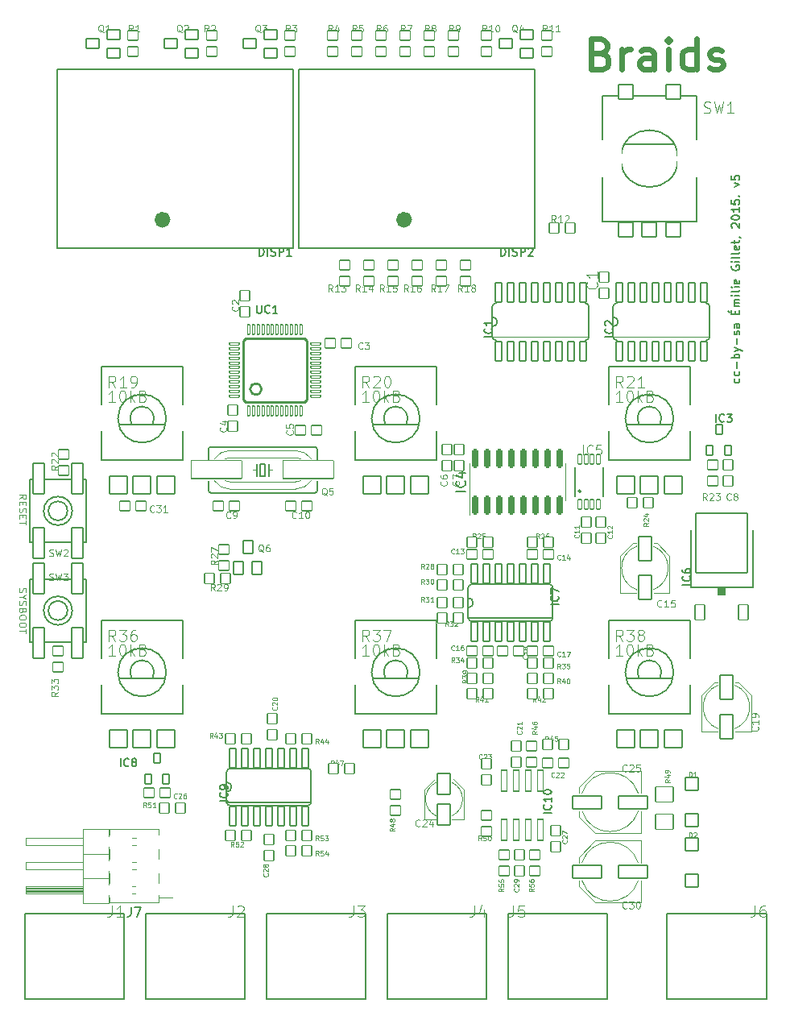
<source format=gbr>
%TF.GenerationSoftware,KiCad,Pcbnew,(6.0.11-0)*%
%TF.CreationDate,2023-03-06T23:39:12+01:00*%
%TF.ProjectId,braids,62726169-6473-42e6-9b69-6361645f7063,rev?*%
%TF.SameCoordinates,Original*%
%TF.FileFunction,Legend,Top*%
%TF.FilePolarity,Positive*%
%FSLAX46Y46*%
G04 Gerber Fmt 4.6, Leading zero omitted, Abs format (unit mm)*
G04 Created by KiCad (PCBNEW (6.0.11-0)) date 2023-03-06 23:39:12*
%MOMM*%
%LPD*%
G01*
G04 APERTURE LIST*
G04 Aperture macros list*
%AMRoundRect*
0 Rectangle with rounded corners*
0 $1 Rounding radius*
0 $2 $3 $4 $5 $6 $7 $8 $9 X,Y pos of 4 corners*
0 Add a 4 corners polygon primitive as box body*
4,1,4,$2,$3,$4,$5,$6,$7,$8,$9,$2,$3,0*
0 Add four circle primitives for the rounded corners*
1,1,$1+$1,$2,$3*
1,1,$1+$1,$4,$5*
1,1,$1+$1,$6,$7*
1,1,$1+$1,$8,$9*
0 Add four rect primitives between the rounded corners*
20,1,$1+$1,$2,$3,$4,$5,0*
20,1,$1+$1,$4,$5,$6,$7,0*
20,1,$1+$1,$6,$7,$8,$9,0*
20,1,$1+$1,$8,$9,$2,$3,0*%
%AMFreePoly0*
4,1,25,0.575031,1.328373,0.579933,1.323882,1.323882,0.579933,1.345910,0.532692,1.346200,0.526051,1.346200,-0.526051,1.328373,-0.575031,1.323882,-0.579933,0.579933,-1.323882,0.532692,-1.345910,0.526051,-1.346200,-0.526051,-1.346200,-0.575031,-1.328373,-0.579933,-1.323882,-1.323882,-0.579933,-1.345910,-0.532692,-1.346200,-0.526051,-1.346200,0.526051,-1.328373,0.575031,-1.323882,0.579933,
-0.579933,1.323882,-0.532692,1.345910,-0.526051,1.346200,0.526051,1.346200,0.575031,1.328373,0.575031,1.328373,$1*%
%AMFreePoly1*
4,1,25,0.417216,0.947373,0.422118,0.942882,0.942882,0.422118,0.964910,0.374877,0.965200,0.368236,0.965200,-0.368236,0.947373,-0.417216,0.942882,-0.422118,0.422118,-0.942882,0.374877,-0.964910,0.368236,-0.965200,-0.368236,-0.965200,-0.417216,-0.947373,-0.422118,-0.942882,-0.942882,-0.422118,-0.964910,-0.374877,-0.965200,-0.368236,-0.965200,0.368236,-0.947373,0.417216,-0.942882,0.422118,
-0.422118,0.942882,-0.374877,0.964910,-0.368236,0.965200,0.368236,0.965200,0.417216,0.947373,0.417216,0.947373,$1*%
%AMFreePoly2*
4,1,25,0.839299,1.966373,0.844201,1.961882,1.961882,0.844201,1.983910,0.796960,1.984200,0.790319,1.984200,-0.790319,1.966373,-0.839299,1.961882,-0.844201,0.844201,-1.961882,0.796960,-1.983910,0.790319,-1.984200,-0.790319,-1.984200,-0.839299,-1.966373,-0.844201,-1.961882,-1.961882,-0.844201,-1.983910,-0.796960,-1.984200,-0.790319,-1.984200,0.790319,-1.966373,0.839299,-1.961882,0.844201,
-0.844201,1.961882,-0.796960,1.983910,-0.790319,1.984200,0.790319,1.984200,0.839299,1.966373,0.839299,1.966373,$1*%
%AMFreePoly3*
4,1,25,0.438258,0.998173,0.443160,0.993682,0.993682,0.443160,1.015710,0.395919,1.016000,0.389278,1.016000,-0.389278,0.998173,-0.438258,0.993682,-0.443160,0.443160,-0.993682,0.395919,-1.015710,0.389278,-1.016000,-0.389278,-1.016000,-0.438258,-0.998173,-0.443160,-0.993682,-0.993682,-0.443160,-1.015710,-0.395919,-1.016000,-0.389278,-1.016000,0.389278,-0.998173,0.438258,-0.993682,0.443160,
-0.443160,0.993682,-0.395919,1.015710,-0.389278,1.016000,0.389278,1.016000,0.438258,0.998173,0.438258,0.998173,$1*%
G04 Aperture macros list end*
%ADD10C,0.571500*%
%ADD11C,0.065024*%
%ADD12C,0.152400*%
%ADD13C,0.093472*%
%ADD14C,0.114300*%
%ADD15C,0.167640*%
%ADD16C,0.175260*%
%ADD17C,0.074778*%
%ADD18C,0.171450*%
%ADD19C,0.101600*%
%ADD20C,0.150000*%
%ADD21C,0.056083*%
%ADD22C,0.160020*%
%ADD23C,0.127000*%
%ADD24C,0.203200*%
%ADD25C,0.050800*%
%ADD26C,0.120000*%
%ADD27C,0.254000*%
%ADD28C,0.840000*%
%ADD29RoundRect,0.076200X0.550000X0.500000X-0.550000X0.500000X-0.550000X-0.500000X0.550000X-0.500000X0*%
%ADD30RoundRect,0.076200X-0.550000X0.500000X-0.550000X-0.500000X0.550000X-0.500000X0.550000X0.500000X0*%
%ADD31RoundRect,0.076200X-0.500000X-0.550000X0.500000X-0.550000X0.500000X0.550000X-0.500000X0.550000X0*%
%ADD32RoundRect,0.076200X0.939800X-0.939800X0.939800X0.939800X-0.939800X0.939800X-0.939800X-0.939800X0*%
%ADD33FreePoly0,90.000000*%
%ADD34RoundRect,0.076200X-0.500000X0.550000X-0.500000X-0.550000X0.500000X-0.550000X0.500000X0.550000X0*%
%ADD35RoundRect,0.076200X0.700000X-0.500000X0.700000X0.500000X-0.700000X0.500000X-0.700000X-0.500000X0*%
%ADD36RoundRect,0.076200X0.550000X-0.500000X0.550000X0.500000X-0.550000X0.500000X-0.550000X-0.500000X0*%
%ADD37RoundRect,0.076200X-0.550000X-0.500000X0.550000X-0.500000X0.550000X0.500000X-0.550000X0.500000X0*%
%ADD38RoundRect,0.076200X2.667000X0.965200X-2.667000X0.965200X-2.667000X-0.965200X2.667000X-0.965200X0*%
%ADD39RoundRect,0.076200X-0.330200X-1.016000X0.330200X-1.016000X0.330200X1.016000X-0.330200X1.016000X0*%
%ADD40RoundRect,0.076200X0.500000X0.550000X-0.500000X0.550000X-0.500000X-0.550000X0.500000X-0.550000X0*%
%ADD41RoundRect,0.076200X0.500000X-0.550000X0.500000X0.550000X-0.500000X0.550000X-0.500000X-0.550000X0*%
%ADD42RoundRect,0.076200X-0.350000X-0.500000X0.350000X-0.500000X0.350000X0.500000X-0.350000X0.500000X0*%
%ADD43RoundRect,0.076200X1.500000X0.700000X-1.500000X0.700000X-1.500000X-0.700000X1.500000X-0.700000X0*%
%ADD44RoundRect,0.076200X-0.500000X-0.700000X0.500000X-0.700000X0.500000X0.700000X-0.500000X0.700000X0*%
%ADD45C,2.200000*%
%ADD46FreePoly1,90.000000*%
%ADD47RoundRect,0.076200X-0.600000X1.600000X-0.600000X-1.600000X0.600000X-1.600000X0.600000X1.600000X0*%
%ADD48RoundRect,0.150000X0.150000X-0.825000X0.150000X0.825000X-0.150000X0.825000X-0.150000X-0.825000X0*%
%ADD49RoundRect,0.076200X-0.205000X-0.510000X0.205000X-0.510000X0.205000X0.510000X-0.205000X0.510000X0*%
%ADD50RoundRect,0.076200X-0.127000X-0.500000X0.127000X-0.500000X0.127000X0.500000X-0.127000X0.500000X0*%
%ADD51RoundRect,0.076200X-0.500000X-0.127000X0.500000X-0.127000X0.500000X0.127000X-0.500000X0.127000X0*%
%ADD52RoundRect,0.076200X-0.750000X-0.750000X0.750000X-0.750000X0.750000X0.750000X-0.750000X0.750000X0*%
%ADD53FreePoly2,0.000000*%
%ADD54R,3.150000X1.000000*%
%ADD55C,1.574800*%
%ADD56RoundRect,0.076200X0.700000X-1.300000X0.700000X1.300000X-0.700000X1.300000X-0.700000X-1.300000X0*%
%ADD57RoundRect,0.076200X-0.901500X0.800000X-0.901500X-0.800000X0.901500X-0.800000X0.901500X0.800000X0*%
%ADD58RoundRect,0.076200X-0.500000X-0.800000X0.500000X-0.800000X0.500000X0.800000X-0.500000X0.800000X0*%
%ADD59RoundRect,0.076200X-2.700000X-3.100000X2.700000X-3.100000X2.700000X3.100000X-2.700000X3.100000X0*%
%ADD60RoundRect,0.076200X0.700000X-0.700000X0.700000X0.700000X-0.700000X0.700000X-0.700000X-0.700000X0*%
%ADD61FreePoly1,270.000000*%
%ADD62RoundRect,0.076200X0.700000X-1.100000X0.700000X1.100000X-0.700000X1.100000X-0.700000X-1.100000X0*%
%ADD63RoundRect,0.076200X-0.300000X-1.100000X0.300000X-1.100000X0.300000X1.100000X-0.300000X1.100000X0*%
%ADD64FreePoly3,270.000000*%
%ADD65FreePoly3,90.000000*%
G04 APERTURE END LIST*
D10*
X170100646Y-57115528D02*
X170563289Y-57269742D01*
X170717503Y-57423957D01*
X170871717Y-57732385D01*
X170871717Y-58195028D01*
X170717503Y-58503457D01*
X170563289Y-58657671D01*
X170254860Y-58811885D01*
X169021146Y-58811885D01*
X169021146Y-55573385D01*
X170100646Y-55573385D01*
X170409075Y-55727600D01*
X170563289Y-55881814D01*
X170717503Y-56190242D01*
X170717503Y-56498671D01*
X170563289Y-56807100D01*
X170409075Y-56961314D01*
X170100646Y-57115528D01*
X169021146Y-57115528D01*
X172259646Y-58811885D02*
X172259646Y-56652885D01*
X172259646Y-57269742D02*
X172413860Y-56961314D01*
X172568075Y-56807100D01*
X172876503Y-56652885D01*
X173184932Y-56652885D01*
X175652360Y-58811885D02*
X175652360Y-57115528D01*
X175498146Y-56807100D01*
X175189717Y-56652885D01*
X174572860Y-56652885D01*
X174264432Y-56807100D01*
X175652360Y-58657671D02*
X175343932Y-58811885D01*
X174572860Y-58811885D01*
X174264432Y-58657671D01*
X174110217Y-58349242D01*
X174110217Y-58040814D01*
X174264432Y-57732385D01*
X174572860Y-57578171D01*
X175343932Y-57578171D01*
X175652360Y-57423957D01*
X177194503Y-58811885D02*
X177194503Y-56652885D01*
X177194503Y-55573385D02*
X177040289Y-55727600D01*
X177194503Y-55881814D01*
X177348717Y-55727600D01*
X177194503Y-55573385D01*
X177194503Y-55881814D01*
X180124575Y-58811885D02*
X180124575Y-55573385D01*
X180124575Y-58657671D02*
X179816146Y-58811885D01*
X179199289Y-58811885D01*
X178890860Y-58657671D01*
X178736646Y-58503457D01*
X178582432Y-58195028D01*
X178582432Y-57269742D01*
X178736646Y-56961314D01*
X178890860Y-56807100D01*
X179199289Y-56652885D01*
X179816146Y-56652885D01*
X180124575Y-56807100D01*
X181512503Y-58657671D02*
X181820932Y-58811885D01*
X182437789Y-58811885D01*
X182746217Y-58657671D01*
X182900432Y-58349242D01*
X182900432Y-58195028D01*
X182746217Y-57886600D01*
X182437789Y-57732385D01*
X181975146Y-57732385D01*
X181666717Y-57578171D01*
X181512503Y-57269742D01*
X181512503Y-57115528D01*
X181666717Y-56807100D01*
X181975146Y-56652885D01*
X182437789Y-56652885D01*
X182746217Y-56807100D01*
D11*
X108943716Y-113313499D02*
X108908108Y-113420324D01*
X108908108Y-113598366D01*
X108943716Y-113669582D01*
X108979325Y-113705191D01*
X109050541Y-113740799D01*
X109121758Y-113740799D01*
X109192975Y-113705191D01*
X109228583Y-113669582D01*
X109264192Y-113598366D01*
X109299800Y-113455932D01*
X109335408Y-113384715D01*
X109371017Y-113349107D01*
X109442234Y-113313499D01*
X109513450Y-113313499D01*
X109584667Y-113349107D01*
X109620276Y-113384715D01*
X109655884Y-113455932D01*
X109655884Y-113633974D01*
X109620276Y-113740799D01*
X109264192Y-114203708D02*
X108908108Y-114203708D01*
X109655884Y-113954449D02*
X109264192Y-114203708D01*
X109655884Y-114452967D01*
X108943716Y-114666617D02*
X108908108Y-114773442D01*
X108908108Y-114951484D01*
X108943716Y-115022701D01*
X108979325Y-115058309D01*
X109050541Y-115093918D01*
X109121758Y-115093918D01*
X109192975Y-115058309D01*
X109228583Y-115022701D01*
X109264192Y-114951484D01*
X109299800Y-114809051D01*
X109335408Y-114737834D01*
X109371017Y-114702225D01*
X109442234Y-114666617D01*
X109513450Y-114666617D01*
X109584667Y-114702225D01*
X109620276Y-114737834D01*
X109655884Y-114809051D01*
X109655884Y-114987093D01*
X109620276Y-115093918D01*
X109299800Y-115663652D02*
X109264192Y-115770477D01*
X109228583Y-115806085D01*
X109157367Y-115841694D01*
X109050541Y-115841694D01*
X108979325Y-115806085D01*
X108943716Y-115770477D01*
X108908108Y-115699260D01*
X108908108Y-115414393D01*
X109655884Y-115414393D01*
X109655884Y-115663652D01*
X109620276Y-115734869D01*
X109584667Y-115770477D01*
X109513450Y-115806085D01*
X109442234Y-115806085D01*
X109371017Y-115770477D01*
X109335408Y-115734869D01*
X109299800Y-115663652D01*
X109299800Y-115414393D01*
X109655884Y-116304603D02*
X109655884Y-116447036D01*
X109620276Y-116518253D01*
X109549059Y-116589470D01*
X109406625Y-116625078D01*
X109157367Y-116625078D01*
X109014933Y-116589470D01*
X108943716Y-116518253D01*
X108908108Y-116447036D01*
X108908108Y-116304603D01*
X108943716Y-116233386D01*
X109014933Y-116162169D01*
X109157367Y-116126561D01*
X109406625Y-116126561D01*
X109549059Y-116162169D01*
X109620276Y-116233386D01*
X109655884Y-116304603D01*
X109655884Y-117087987D02*
X109655884Y-117230421D01*
X109620276Y-117301637D01*
X109549059Y-117372854D01*
X109406625Y-117408462D01*
X109157367Y-117408462D01*
X109014933Y-117372854D01*
X108943716Y-117301637D01*
X108908108Y-117230421D01*
X108908108Y-117087987D01*
X108943716Y-117016770D01*
X109014933Y-116945553D01*
X109157367Y-116909945D01*
X109406625Y-116909945D01*
X109549059Y-116945553D01*
X109620276Y-117016770D01*
X109655884Y-117087987D01*
X109655884Y-117622113D02*
X109655884Y-118049413D01*
X108908108Y-117835763D02*
X109655884Y-117835763D01*
X108908108Y-103933908D02*
X109264192Y-103684649D01*
X108908108Y-103506607D02*
X109655884Y-103506607D01*
X109655884Y-103791474D01*
X109620276Y-103862691D01*
X109584667Y-103898299D01*
X109513450Y-103933908D01*
X109406625Y-103933908D01*
X109335408Y-103898299D01*
X109299800Y-103862691D01*
X109264192Y-103791474D01*
X109264192Y-103506607D01*
X109299800Y-104254383D02*
X109299800Y-104503642D01*
X108908108Y-104610467D02*
X108908108Y-104254383D01*
X109655884Y-104254383D01*
X109655884Y-104610467D01*
X108943716Y-104895334D02*
X108908108Y-105002159D01*
X108908108Y-105180201D01*
X108943716Y-105251418D01*
X108979325Y-105287026D01*
X109050541Y-105322634D01*
X109121758Y-105322634D01*
X109192975Y-105287026D01*
X109228583Y-105251418D01*
X109264192Y-105180201D01*
X109299800Y-105037767D01*
X109335408Y-104966551D01*
X109371017Y-104930942D01*
X109442234Y-104895334D01*
X109513450Y-104895334D01*
X109584667Y-104930942D01*
X109620276Y-104966551D01*
X109655884Y-105037767D01*
X109655884Y-105215809D01*
X109620276Y-105322634D01*
X109299800Y-105643110D02*
X109299800Y-105892369D01*
X108908108Y-105999194D02*
X108908108Y-105643110D01*
X109655884Y-105643110D01*
X109655884Y-105999194D01*
X109655884Y-106212844D02*
X109655884Y-106640145D01*
X108908108Y-106426494D02*
X109655884Y-106426494D01*
D12*
X184623852Y-91311306D02*
X184664976Y-91393554D01*
X184664976Y-91558049D01*
X184623852Y-91640297D01*
X184582728Y-91681420D01*
X184500480Y-91722544D01*
X184253738Y-91722544D01*
X184171490Y-91681420D01*
X184130366Y-91640297D01*
X184089242Y-91558049D01*
X184089242Y-91393554D01*
X184130366Y-91311306D01*
X184623852Y-90571078D02*
X184664976Y-90653325D01*
X184664976Y-90817820D01*
X184623852Y-90900068D01*
X184582728Y-90941192D01*
X184500480Y-90982316D01*
X184253738Y-90982316D01*
X184171490Y-90941192D01*
X184130366Y-90900068D01*
X184089242Y-90817820D01*
X184089242Y-90653325D01*
X184130366Y-90571078D01*
X184335985Y-90200963D02*
X184335985Y-89542982D01*
X184664976Y-89131744D02*
X183801376Y-89131744D01*
X184130366Y-89131744D02*
X184089242Y-89049497D01*
X184089242Y-88885001D01*
X184130366Y-88802754D01*
X184171490Y-88761630D01*
X184253738Y-88720506D01*
X184500480Y-88720506D01*
X184582728Y-88761630D01*
X184623852Y-88802754D01*
X184664976Y-88885001D01*
X184664976Y-89049497D01*
X184623852Y-89131744D01*
X184089242Y-88432640D02*
X184664976Y-88227020D01*
X184089242Y-88021401D02*
X184664976Y-88227020D01*
X184870595Y-88309268D01*
X184911719Y-88350392D01*
X184952842Y-88432640D01*
X184335985Y-87692411D02*
X184335985Y-87034430D01*
X184623852Y-86664316D02*
X184664976Y-86582068D01*
X184664976Y-86417573D01*
X184623852Y-86335325D01*
X184541604Y-86294201D01*
X184500480Y-86294201D01*
X184418233Y-86335325D01*
X184377109Y-86417573D01*
X184377109Y-86540944D01*
X184335985Y-86623192D01*
X184253738Y-86664316D01*
X184212614Y-86664316D01*
X184130366Y-86623192D01*
X184089242Y-86540944D01*
X184089242Y-86417573D01*
X184130366Y-86335325D01*
X184664976Y-85553973D02*
X184212614Y-85553973D01*
X184130366Y-85595097D01*
X184089242Y-85677344D01*
X184089242Y-85841840D01*
X184130366Y-85924087D01*
X184623852Y-85553973D02*
X184664976Y-85636220D01*
X184664976Y-85841840D01*
X184623852Y-85924087D01*
X184541604Y-85965211D01*
X184459357Y-85965211D01*
X184377109Y-85924087D01*
X184335985Y-85841840D01*
X184335985Y-85636220D01*
X184294861Y-85553973D01*
X184212614Y-84484754D02*
X184212614Y-84196887D01*
X184664976Y-84073516D02*
X184664976Y-84484754D01*
X183801376Y-84484754D01*
X183801376Y-84073516D01*
X183472385Y-84196887D02*
X183595757Y-84320259D01*
X184664976Y-83703401D02*
X184089242Y-83703401D01*
X184171490Y-83703401D02*
X184130366Y-83662278D01*
X184089242Y-83580030D01*
X184089242Y-83456659D01*
X184130366Y-83374411D01*
X184212614Y-83333287D01*
X184664976Y-83333287D01*
X184212614Y-83333287D02*
X184130366Y-83292163D01*
X184089242Y-83209916D01*
X184089242Y-83086544D01*
X184130366Y-83004297D01*
X184212614Y-82963173D01*
X184664976Y-82963173D01*
X184664976Y-82551935D02*
X184089242Y-82551935D01*
X183801376Y-82551935D02*
X183842500Y-82593059D01*
X183883623Y-82551935D01*
X183842500Y-82510811D01*
X183801376Y-82551935D01*
X183883623Y-82551935D01*
X184664976Y-82017325D02*
X184623852Y-82099573D01*
X184541604Y-82140697D01*
X183801376Y-82140697D01*
X184664976Y-81688335D02*
X184089242Y-81688335D01*
X183801376Y-81688335D02*
X183842500Y-81729459D01*
X183883623Y-81688335D01*
X183842500Y-81647211D01*
X183801376Y-81688335D01*
X183883623Y-81688335D01*
X184623852Y-80948106D02*
X184664976Y-81030354D01*
X184664976Y-81194849D01*
X184623852Y-81277097D01*
X184541604Y-81318220D01*
X184212614Y-81318220D01*
X184130366Y-81277097D01*
X184089242Y-81194849D01*
X184089242Y-81030354D01*
X184130366Y-80948106D01*
X184212614Y-80906982D01*
X184294861Y-80906982D01*
X184377109Y-81318220D01*
X183842500Y-79426525D02*
X183801376Y-79508773D01*
X183801376Y-79632144D01*
X183842500Y-79755516D01*
X183924747Y-79837763D01*
X184006995Y-79878887D01*
X184171490Y-79920011D01*
X184294861Y-79920011D01*
X184459357Y-79878887D01*
X184541604Y-79837763D01*
X184623852Y-79755516D01*
X184664976Y-79632144D01*
X184664976Y-79549897D01*
X184623852Y-79426525D01*
X184582728Y-79385401D01*
X184294861Y-79385401D01*
X184294861Y-79549897D01*
X184664976Y-79015287D02*
X184089242Y-79015287D01*
X183801376Y-79015287D02*
X183842500Y-79056411D01*
X183883623Y-79015287D01*
X183842500Y-78974163D01*
X183801376Y-79015287D01*
X183883623Y-79015287D01*
X184664976Y-78480678D02*
X184623852Y-78562925D01*
X184541604Y-78604049D01*
X183801376Y-78604049D01*
X184664976Y-78028316D02*
X184623852Y-78110563D01*
X184541604Y-78151687D01*
X183801376Y-78151687D01*
X184623852Y-77370335D02*
X184664976Y-77452582D01*
X184664976Y-77617078D01*
X184623852Y-77699325D01*
X184541604Y-77740449D01*
X184212614Y-77740449D01*
X184130366Y-77699325D01*
X184089242Y-77617078D01*
X184089242Y-77452582D01*
X184130366Y-77370335D01*
X184212614Y-77329211D01*
X184294861Y-77329211D01*
X184377109Y-77740449D01*
X184089242Y-77082468D02*
X184089242Y-76753478D01*
X183801376Y-76959097D02*
X184541604Y-76959097D01*
X184623852Y-76917973D01*
X184664976Y-76835725D01*
X184664976Y-76753478D01*
X184623852Y-76424487D02*
X184664976Y-76424487D01*
X184747223Y-76465611D01*
X184788347Y-76506735D01*
X183883623Y-75437516D02*
X183842500Y-75396392D01*
X183801376Y-75314144D01*
X183801376Y-75108525D01*
X183842500Y-75026278D01*
X183883623Y-74985154D01*
X183965871Y-74944030D01*
X184048119Y-74944030D01*
X184171490Y-74985154D01*
X184664976Y-75478640D01*
X184664976Y-74944030D01*
X183801376Y-74409420D02*
X183801376Y-74327173D01*
X183842500Y-74244925D01*
X183883623Y-74203801D01*
X183965871Y-74162678D01*
X184130366Y-74121554D01*
X184335985Y-74121554D01*
X184500480Y-74162678D01*
X184582728Y-74203801D01*
X184623852Y-74244925D01*
X184664976Y-74327173D01*
X184664976Y-74409420D01*
X184623852Y-74491668D01*
X184582728Y-74532792D01*
X184500480Y-74573916D01*
X184335985Y-74615040D01*
X184130366Y-74615040D01*
X183965871Y-74573916D01*
X183883623Y-74532792D01*
X183842500Y-74491668D01*
X183801376Y-74409420D01*
X184664976Y-73299078D02*
X184664976Y-73792563D01*
X184664976Y-73545820D02*
X183801376Y-73545820D01*
X183924747Y-73628068D01*
X184006995Y-73710316D01*
X184048119Y-73792563D01*
X183801376Y-72517725D02*
X183801376Y-72928963D01*
X184212614Y-72970087D01*
X184171490Y-72928963D01*
X184130366Y-72846716D01*
X184130366Y-72641097D01*
X184171490Y-72558849D01*
X184212614Y-72517725D01*
X184294861Y-72476601D01*
X184500480Y-72476601D01*
X184582728Y-72517725D01*
X184623852Y-72558849D01*
X184664976Y-72641097D01*
X184664976Y-72846716D01*
X184623852Y-72928963D01*
X184582728Y-72970087D01*
X184582728Y-72106487D02*
X184623852Y-72065363D01*
X184664976Y-72106487D01*
X184623852Y-72147611D01*
X184582728Y-72106487D01*
X184664976Y-72106487D01*
X184089242Y-71119516D02*
X184664976Y-70913897D01*
X184089242Y-70708278D01*
X183801376Y-69968049D02*
X183801376Y-70379287D01*
X184212614Y-70420411D01*
X184171490Y-70379287D01*
X184130366Y-70297040D01*
X184130366Y-70091420D01*
X184171490Y-70009173D01*
X184212614Y-69968049D01*
X184294861Y-69926925D01*
X184500480Y-69926925D01*
X184582728Y-69968049D01*
X184623852Y-70009173D01*
X184664976Y-70091420D01*
X184664976Y-70297040D01*
X184623852Y-70379287D01*
X184582728Y-70420411D01*
D13*
%TO.C,C16*%
X154671432Y-119792931D02*
X154646854Y-119817508D01*
X154573122Y-119842086D01*
X154523967Y-119842086D01*
X154450234Y-119817508D01*
X154401079Y-119768353D01*
X154376501Y-119719198D01*
X154351924Y-119620888D01*
X154351924Y-119547156D01*
X154376501Y-119448846D01*
X154401079Y-119399691D01*
X154450234Y-119350536D01*
X154523967Y-119325958D01*
X154573122Y-119325958D01*
X154646854Y-119350536D01*
X154671432Y-119375113D01*
X155162982Y-119842086D02*
X154868052Y-119842086D01*
X155015517Y-119842086D02*
X155015517Y-119325958D01*
X154966362Y-119399691D01*
X154917207Y-119448846D01*
X154868052Y-119473423D01*
X155605378Y-119325958D02*
X155507067Y-119325958D01*
X155457912Y-119350536D01*
X155433335Y-119375113D01*
X155384180Y-119448846D01*
X155359602Y-119547156D01*
X155359602Y-119743776D01*
X155384180Y-119792931D01*
X155408757Y-119817508D01*
X155457912Y-119842086D01*
X155556223Y-119842086D01*
X155605378Y-119817508D01*
X155629955Y-119792931D01*
X155654533Y-119743776D01*
X155654533Y-119620888D01*
X155629955Y-119571733D01*
X155605378Y-119547156D01*
X155556223Y-119522578D01*
X155457912Y-119522578D01*
X155408757Y-119547156D01*
X155384180Y-119571733D01*
X155359602Y-119620888D01*
%TO.C,R5*%
X144391669Y-54846510D02*
X144151893Y-54503973D01*
X143980625Y-54846510D02*
X143980625Y-54127182D01*
X144254655Y-54127182D01*
X144323162Y-54161436D01*
X144357416Y-54195689D01*
X144391669Y-54264197D01*
X144391669Y-54366958D01*
X144357416Y-54435465D01*
X144323162Y-54469719D01*
X144254655Y-54503973D01*
X143980625Y-54503973D01*
X145042490Y-54127182D02*
X144699953Y-54127182D01*
X144665699Y-54469719D01*
X144699953Y-54435465D01*
X144768460Y-54401212D01*
X144939729Y-54401212D01*
X145008236Y-54435465D01*
X145042490Y-54469719D01*
X145076744Y-54538226D01*
X145076744Y-54709495D01*
X145042490Y-54778002D01*
X145008236Y-54812256D01*
X144939729Y-54846510D01*
X144768460Y-54846510D01*
X144699953Y-54812256D01*
X144665699Y-54778002D01*
%TO.C,R41*%
X157211432Y-125239586D02*
X157039389Y-124993811D01*
X156916501Y-125239586D02*
X156916501Y-124723458D01*
X157113122Y-124723458D01*
X157162277Y-124748036D01*
X157186854Y-124772613D01*
X157211432Y-124821768D01*
X157211432Y-124895501D01*
X157186854Y-124944656D01*
X157162277Y-124969233D01*
X157113122Y-124993811D01*
X156916501Y-124993811D01*
X157653827Y-124895501D02*
X157653827Y-125239586D01*
X157530939Y-124698880D02*
X157408052Y-125067543D01*
X157727560Y-125067543D01*
X158194533Y-125239586D02*
X157899602Y-125239586D01*
X158047067Y-125239586D02*
X158047067Y-124723458D01*
X157997912Y-124797191D01*
X157948757Y-124846346D01*
X157899602Y-124870923D01*
%TO.C,R19*%
X119044284Y-92200838D02*
X118652108Y-91640587D01*
X118371982Y-92200838D02*
X118371982Y-91024310D01*
X118820183Y-91024310D01*
X118932233Y-91080336D01*
X118988259Y-91136361D01*
X119044284Y-91248411D01*
X119044284Y-91416486D01*
X118988259Y-91528537D01*
X118932233Y-91584562D01*
X118820183Y-91640587D01*
X118371982Y-91640587D01*
X120164787Y-92200838D02*
X119492485Y-92200838D01*
X119828636Y-92200838D02*
X119828636Y-91024310D01*
X119716585Y-91192386D01*
X119604535Y-91304436D01*
X119492485Y-91360461D01*
X120725038Y-92200838D02*
X120949139Y-92200838D01*
X121061189Y-92144813D01*
X121117214Y-92088788D01*
X121229264Y-91920713D01*
X121285289Y-91696612D01*
X121285289Y-91248411D01*
X121229264Y-91136361D01*
X121173239Y-91080336D01*
X121061189Y-91024310D01*
X120837088Y-91024310D01*
X120725038Y-91080336D01*
X120669013Y-91136361D01*
X120612988Y-91248411D01*
X120612988Y-91528537D01*
X120669013Y-91640587D01*
X120725038Y-91696612D01*
X120837088Y-91752637D01*
X121061189Y-91752637D01*
X121173239Y-91696612D01*
X121229264Y-91640587D01*
X121285289Y-91528537D01*
X118988259Y-93724838D02*
X118315957Y-93724838D01*
X118652108Y-93724838D02*
X118652108Y-92548310D01*
X118540057Y-92716386D01*
X118428007Y-92828436D01*
X118315957Y-92884461D01*
X119716585Y-92548310D02*
X119828636Y-92548310D01*
X119940686Y-92604336D01*
X119996711Y-92660361D01*
X120052736Y-92772411D01*
X120108761Y-92996512D01*
X120108761Y-93276637D01*
X120052736Y-93500738D01*
X119996711Y-93612788D01*
X119940686Y-93668813D01*
X119828636Y-93724838D01*
X119716585Y-93724838D01*
X119604535Y-93668813D01*
X119548510Y-93612788D01*
X119492485Y-93500738D01*
X119436460Y-93276637D01*
X119436460Y-92996512D01*
X119492485Y-92772411D01*
X119548510Y-92660361D01*
X119604535Y-92604336D01*
X119716585Y-92548310D01*
X120612988Y-93724838D02*
X120612988Y-92548310D01*
X120725038Y-93276637D02*
X121061189Y-93724838D01*
X121061189Y-92940486D02*
X120612988Y-93388688D01*
X121957591Y-93108562D02*
X122125667Y-93164587D01*
X122181692Y-93220612D01*
X122237717Y-93332662D01*
X122237717Y-93500738D01*
X122181692Y-93612788D01*
X122125667Y-93668813D01*
X122013616Y-93724838D01*
X121565415Y-93724838D01*
X121565415Y-92548310D01*
X121957591Y-92548310D01*
X122069641Y-92604336D01*
X122125667Y-92660361D01*
X122181692Y-92772411D01*
X122181692Y-92884461D01*
X122125667Y-92996512D01*
X122069641Y-93052537D01*
X121957591Y-93108562D01*
X121565415Y-93108562D01*
%TO.C,R36*%
X119044284Y-118870838D02*
X118652108Y-118310587D01*
X118371982Y-118870838D02*
X118371982Y-117694310D01*
X118820183Y-117694310D01*
X118932233Y-117750336D01*
X118988259Y-117806361D01*
X119044284Y-117918411D01*
X119044284Y-118086486D01*
X118988259Y-118198537D01*
X118932233Y-118254562D01*
X118820183Y-118310587D01*
X118371982Y-118310587D01*
X119436460Y-117694310D02*
X120164787Y-117694310D01*
X119772611Y-118142512D01*
X119940686Y-118142512D01*
X120052736Y-118198537D01*
X120108761Y-118254562D01*
X120164787Y-118366612D01*
X120164787Y-118646738D01*
X120108761Y-118758788D01*
X120052736Y-118814813D01*
X119940686Y-118870838D01*
X119604535Y-118870838D01*
X119492485Y-118814813D01*
X119436460Y-118758788D01*
X121173239Y-117694310D02*
X120949139Y-117694310D01*
X120837088Y-117750336D01*
X120781063Y-117806361D01*
X120669013Y-117974436D01*
X120612988Y-118198537D01*
X120612988Y-118646738D01*
X120669013Y-118758788D01*
X120725038Y-118814813D01*
X120837088Y-118870838D01*
X121061189Y-118870838D01*
X121173239Y-118814813D01*
X121229264Y-118758788D01*
X121285289Y-118646738D01*
X121285289Y-118366612D01*
X121229264Y-118254562D01*
X121173239Y-118198537D01*
X121061189Y-118142512D01*
X120837088Y-118142512D01*
X120725038Y-118198537D01*
X120669013Y-118254562D01*
X120612988Y-118366612D01*
X118988259Y-120394838D02*
X118315957Y-120394838D01*
X118652108Y-120394838D02*
X118652108Y-119218310D01*
X118540057Y-119386386D01*
X118428007Y-119498436D01*
X118315957Y-119554461D01*
X119716585Y-119218310D02*
X119828636Y-119218310D01*
X119940686Y-119274336D01*
X119996711Y-119330361D01*
X120052736Y-119442411D01*
X120108761Y-119666512D01*
X120108761Y-119946637D01*
X120052736Y-120170738D01*
X119996711Y-120282788D01*
X119940686Y-120338813D01*
X119828636Y-120394838D01*
X119716585Y-120394838D01*
X119604535Y-120338813D01*
X119548510Y-120282788D01*
X119492485Y-120170738D01*
X119436460Y-119946637D01*
X119436460Y-119666512D01*
X119492485Y-119442411D01*
X119548510Y-119330361D01*
X119604535Y-119274336D01*
X119716585Y-119218310D01*
X120612988Y-120394838D02*
X120612988Y-119218310D01*
X120725038Y-119946637D02*
X121061189Y-120394838D01*
X121061189Y-119610486D02*
X120612988Y-120058688D01*
X121957591Y-119778562D02*
X122125667Y-119834587D01*
X122181692Y-119890612D01*
X122237717Y-120002662D01*
X122237717Y-120170738D01*
X122181692Y-120282788D01*
X122125667Y-120338813D01*
X122013616Y-120394838D01*
X121565415Y-120394838D01*
X121565415Y-119218310D01*
X121957591Y-119218310D01*
X122069641Y-119274336D01*
X122125667Y-119330361D01*
X122181692Y-119442411D01*
X122181692Y-119554461D01*
X122125667Y-119666512D01*
X122069641Y-119722537D01*
X121957591Y-119778562D01*
X121565415Y-119778562D01*
%TO.C,R3*%
X137406669Y-54846510D02*
X137166893Y-54503973D01*
X136995625Y-54846510D02*
X136995625Y-54127182D01*
X137269655Y-54127182D01*
X137338162Y-54161436D01*
X137372416Y-54195689D01*
X137406669Y-54264197D01*
X137406669Y-54366958D01*
X137372416Y-54435465D01*
X137338162Y-54469719D01*
X137269655Y-54503973D01*
X136995625Y-54503973D01*
X137646445Y-54127182D02*
X138091744Y-54127182D01*
X137851968Y-54401212D01*
X137954729Y-54401212D01*
X138023236Y-54435465D01*
X138057490Y-54469719D01*
X138091744Y-54538226D01*
X138091744Y-54709495D01*
X138057490Y-54778002D01*
X138023236Y-54812256D01*
X137954729Y-54846510D01*
X137749207Y-54846510D01*
X137680699Y-54812256D01*
X137646445Y-54778002D01*
%TO.C,R32*%
X154036432Y-117302086D02*
X153864389Y-117056311D01*
X153741501Y-117302086D02*
X153741501Y-116785958D01*
X153938122Y-116785958D01*
X153987277Y-116810536D01*
X154011854Y-116835113D01*
X154036432Y-116884268D01*
X154036432Y-116958001D01*
X154011854Y-117007156D01*
X153987277Y-117031733D01*
X153938122Y-117056311D01*
X153741501Y-117056311D01*
X154208474Y-116785958D02*
X154527982Y-116785958D01*
X154355939Y-116982578D01*
X154429672Y-116982578D01*
X154478827Y-117007156D01*
X154503405Y-117031733D01*
X154527982Y-117080888D01*
X154527982Y-117203776D01*
X154503405Y-117252931D01*
X154478827Y-117277508D01*
X154429672Y-117302086D01*
X154282207Y-117302086D01*
X154233052Y-117277508D01*
X154208474Y-117252931D01*
X154724602Y-116835113D02*
X154749180Y-116810536D01*
X154798335Y-116785958D01*
X154921223Y-116785958D01*
X154970378Y-116810536D01*
X154994955Y-116835113D01*
X155019533Y-116884268D01*
X155019533Y-116933423D01*
X154994955Y-117007156D01*
X154700025Y-117302086D01*
X155019533Y-117302086D01*
%TO.C,C11*%
X167745431Y-107700025D02*
X167770008Y-107724602D01*
X167794586Y-107798335D01*
X167794586Y-107847490D01*
X167770008Y-107921223D01*
X167720853Y-107970378D01*
X167671698Y-107994955D01*
X167573388Y-108019533D01*
X167499656Y-108019533D01*
X167401346Y-107994955D01*
X167352191Y-107970378D01*
X167303036Y-107921223D01*
X167278458Y-107847490D01*
X167278458Y-107798335D01*
X167303036Y-107724602D01*
X167327613Y-107700025D01*
X167794586Y-107208474D02*
X167794586Y-107503405D01*
X167794586Y-107355939D02*
X167278458Y-107355939D01*
X167352191Y-107405095D01*
X167401346Y-107454250D01*
X167425923Y-107503405D01*
X167794586Y-106716924D02*
X167794586Y-107011854D01*
X167794586Y-106864389D02*
X167278458Y-106864389D01*
X167352191Y-106913544D01*
X167401346Y-106962699D01*
X167425923Y-107011854D01*
%TO.C,Q2*%
X126045177Y-54915017D02*
X125976669Y-54880764D01*
X125908162Y-54812256D01*
X125805401Y-54709495D01*
X125736893Y-54675241D01*
X125668386Y-54675241D01*
X125702640Y-54846510D02*
X125634132Y-54812256D01*
X125565625Y-54743749D01*
X125531371Y-54606734D01*
X125531371Y-54366958D01*
X125565625Y-54229943D01*
X125634132Y-54161436D01*
X125702640Y-54127182D01*
X125839655Y-54127182D01*
X125908162Y-54161436D01*
X125976669Y-54229943D01*
X126010923Y-54366958D01*
X126010923Y-54606734D01*
X125976669Y-54743749D01*
X125908162Y-54812256D01*
X125839655Y-54846510D01*
X125702640Y-54846510D01*
X126284953Y-54195689D02*
X126319207Y-54161436D01*
X126387714Y-54127182D01*
X126558983Y-54127182D01*
X126627490Y-54161436D01*
X126661744Y-54195689D01*
X126695997Y-54264197D01*
X126695997Y-54332704D01*
X126661744Y-54435465D01*
X126250699Y-54846510D01*
X126695997Y-54846510D01*
%TO.C,R18*%
X155515679Y-82151510D02*
X155275903Y-81808973D01*
X155104635Y-82151510D02*
X155104635Y-81432182D01*
X155378664Y-81432182D01*
X155447172Y-81466436D01*
X155481426Y-81500689D01*
X155515679Y-81569197D01*
X155515679Y-81671958D01*
X155481426Y-81740465D01*
X155447172Y-81774719D01*
X155378664Y-81808973D01*
X155104635Y-81808973D01*
X156200754Y-82151510D02*
X155789709Y-82151510D01*
X155995231Y-82151510D02*
X155995231Y-81432182D01*
X155926724Y-81534943D01*
X155858216Y-81603450D01*
X155789709Y-81637704D01*
X156611798Y-81740465D02*
X156543291Y-81706212D01*
X156509037Y-81671958D01*
X156474783Y-81603450D01*
X156474783Y-81569197D01*
X156509037Y-81500689D01*
X156543291Y-81466436D01*
X156611798Y-81432182D01*
X156748813Y-81432182D01*
X156817320Y-81466436D01*
X156851574Y-81500689D01*
X156885828Y-81569197D01*
X156885828Y-81603450D01*
X156851574Y-81671958D01*
X156817320Y-81706212D01*
X156748813Y-81740465D01*
X156611798Y-81740465D01*
X156543291Y-81774719D01*
X156509037Y-81808973D01*
X156474783Y-81877480D01*
X156474783Y-82014495D01*
X156509037Y-82083002D01*
X156543291Y-82117256D01*
X156611798Y-82151510D01*
X156748813Y-82151510D01*
X156817320Y-82117256D01*
X156851574Y-82083002D01*
X156885828Y-82014495D01*
X156885828Y-81877480D01*
X156851574Y-81808973D01*
X156817320Y-81774719D01*
X156748813Y-81740465D01*
%TO.C,C22*%
X165182174Y-133127931D02*
X165157597Y-133152508D01*
X165083864Y-133177086D01*
X165034709Y-133177086D01*
X164960976Y-133152508D01*
X164911821Y-133103353D01*
X164887244Y-133054198D01*
X164862666Y-132955888D01*
X164862666Y-132882156D01*
X164887244Y-132783846D01*
X164911821Y-132734691D01*
X164960976Y-132685536D01*
X165034709Y-132660958D01*
X165083864Y-132660958D01*
X165157597Y-132685536D01*
X165182174Y-132710113D01*
X165378794Y-132710113D02*
X165403372Y-132685536D01*
X165452527Y-132660958D01*
X165575415Y-132660958D01*
X165624570Y-132685536D01*
X165649147Y-132710113D01*
X165673725Y-132759268D01*
X165673725Y-132808423D01*
X165649147Y-132882156D01*
X165354217Y-133177086D01*
X165673725Y-133177086D01*
X165870345Y-132710113D02*
X165894922Y-132685536D01*
X165944077Y-132660958D01*
X166066965Y-132660958D01*
X166116120Y-132685536D01*
X166140698Y-132710113D01*
X166165275Y-132759268D01*
X166165275Y-132808423D01*
X166140698Y-132882156D01*
X165845767Y-133177086D01*
X166165275Y-133177086D01*
D14*
%TO.C,Q5*%
X141279871Y-103544611D02*
X141213347Y-103511350D01*
X141146823Y-103444826D01*
X141047037Y-103345040D01*
X140980514Y-103311778D01*
X140913990Y-103311778D01*
X140947252Y-103478088D02*
X140880728Y-103444826D01*
X140814204Y-103378302D01*
X140780942Y-103245254D01*
X140780942Y-103012421D01*
X140814204Y-102879373D01*
X140880728Y-102812850D01*
X140947252Y-102779588D01*
X141080299Y-102779588D01*
X141146823Y-102812850D01*
X141213347Y-102879373D01*
X141246609Y-103012421D01*
X141246609Y-103245254D01*
X141213347Y-103378302D01*
X141146823Y-103444826D01*
X141080299Y-103478088D01*
X140947252Y-103478088D01*
X141878585Y-102779588D02*
X141545966Y-102779588D01*
X141512704Y-103112207D01*
X141545966Y-103078945D01*
X141612490Y-103045683D01*
X141778799Y-103045683D01*
X141845323Y-103078945D01*
X141878585Y-103112207D01*
X141911847Y-103178730D01*
X141911847Y-103345040D01*
X141878585Y-103411564D01*
X141845323Y-103444826D01*
X141778799Y-103478088D01*
X141612490Y-103478088D01*
X141545966Y-103444826D01*
X141512704Y-103411564D01*
D13*
%TO.C,R13*%
X141863179Y-82151510D02*
X141623403Y-81808973D01*
X141452135Y-82151510D02*
X141452135Y-81432182D01*
X141726164Y-81432182D01*
X141794672Y-81466436D01*
X141828926Y-81500689D01*
X141863179Y-81569197D01*
X141863179Y-81671958D01*
X141828926Y-81740465D01*
X141794672Y-81774719D01*
X141726164Y-81808973D01*
X141452135Y-81808973D01*
X142548254Y-82151510D02*
X142137209Y-82151510D01*
X142342731Y-82151510D02*
X142342731Y-81432182D01*
X142274224Y-81534943D01*
X142205716Y-81603450D01*
X142137209Y-81637704D01*
X142788030Y-81432182D02*
X143233328Y-81432182D01*
X142993552Y-81706212D01*
X143096313Y-81706212D01*
X143164820Y-81740465D01*
X143199074Y-81774719D01*
X143233328Y-81843226D01*
X143233328Y-82014495D01*
X143199074Y-82083002D01*
X143164820Y-82117256D01*
X143096313Y-82151510D01*
X142890791Y-82151510D01*
X142822283Y-82117256D01*
X142788030Y-82083002D01*
D15*
%TO.C,IC9*%
X130860881Y-135680643D02*
X130012521Y-135680643D01*
X130780085Y-134791885D02*
X130820483Y-134832283D01*
X130860881Y-134953477D01*
X130860881Y-135034274D01*
X130820483Y-135155468D01*
X130739687Y-135236264D01*
X130658891Y-135276662D01*
X130497299Y-135317060D01*
X130376104Y-135317060D01*
X130214512Y-135276662D01*
X130133716Y-135236264D01*
X130052920Y-135155468D01*
X130012521Y-135034274D01*
X130012521Y-134953477D01*
X130052920Y-134832283D01*
X130093318Y-134791885D01*
X130860881Y-134387904D02*
X130860881Y-134226312D01*
X130820483Y-134145515D01*
X130780085Y-134105117D01*
X130658891Y-134024321D01*
X130497299Y-133983923D01*
X130174114Y-133983923D01*
X130093318Y-134024321D01*
X130052920Y-134064719D01*
X130012521Y-134145515D01*
X130012521Y-134307108D01*
X130052920Y-134387904D01*
X130093318Y-134428302D01*
X130174114Y-134468700D01*
X130376104Y-134468700D01*
X130456900Y-134428302D01*
X130497299Y-134387904D01*
X130537697Y-134307108D01*
X130537697Y-134145515D01*
X130497299Y-134064719D01*
X130456900Y-134024321D01*
X130376104Y-133983923D01*
D13*
%TO.C,R51*%
X122286432Y-136352086D02*
X122114389Y-136106311D01*
X121991501Y-136352086D02*
X121991501Y-135835958D01*
X122188122Y-135835958D01*
X122237277Y-135860536D01*
X122261854Y-135885113D01*
X122286432Y-135934268D01*
X122286432Y-136008001D01*
X122261854Y-136057156D01*
X122237277Y-136081733D01*
X122188122Y-136106311D01*
X121991501Y-136106311D01*
X122753405Y-135835958D02*
X122507629Y-135835958D01*
X122483052Y-136081733D01*
X122507629Y-136057156D01*
X122556784Y-136032578D01*
X122679672Y-136032578D01*
X122728827Y-136057156D01*
X122753405Y-136081733D01*
X122777982Y-136130888D01*
X122777982Y-136253776D01*
X122753405Y-136302931D01*
X122728827Y-136327508D01*
X122679672Y-136352086D01*
X122556784Y-136352086D01*
X122507629Y-136327508D01*
X122483052Y-136302931D01*
X123269533Y-136352086D02*
X122974602Y-136352086D01*
X123122067Y-136352086D02*
X123122067Y-135835958D01*
X123072912Y-135909691D01*
X123023757Y-135958846D01*
X122974602Y-135983423D01*
%TO.C,C6*%
X153848002Y-102076445D02*
X153882256Y-102110699D01*
X153916510Y-102213460D01*
X153916510Y-102281968D01*
X153882256Y-102384729D01*
X153813749Y-102453236D01*
X153745241Y-102487490D01*
X153608226Y-102521744D01*
X153505465Y-102521744D01*
X153368450Y-102487490D01*
X153299943Y-102453236D01*
X153231436Y-102384729D01*
X153197182Y-102281968D01*
X153197182Y-102213460D01*
X153231436Y-102110699D01*
X153265689Y-102076445D01*
X153197182Y-101459879D02*
X153197182Y-101596893D01*
X153231436Y-101665401D01*
X153265689Y-101699655D01*
X153368450Y-101768162D01*
X153505465Y-101802416D01*
X153779495Y-101802416D01*
X153848002Y-101768162D01*
X153882256Y-101733908D01*
X153916510Y-101665401D01*
X153916510Y-101528386D01*
X153882256Y-101459879D01*
X153848002Y-101425625D01*
X153779495Y-101391371D01*
X153608226Y-101391371D01*
X153539719Y-101425625D01*
X153505465Y-101459879D01*
X153471212Y-101528386D01*
X153471212Y-101665401D01*
X153505465Y-101733908D01*
X153539719Y-101768162D01*
X153608226Y-101802416D01*
D16*
%TO.C,IC3*%
X182162695Y-95858934D02*
X182162695Y-95018194D01*
X183043470Y-95778864D02*
X183003435Y-95818899D01*
X182883329Y-95858934D01*
X182803259Y-95858934D01*
X182683153Y-95818899D01*
X182603082Y-95738829D01*
X182563047Y-95658758D01*
X182523012Y-95498617D01*
X182523012Y-95378511D01*
X182563047Y-95218370D01*
X182603082Y-95138300D01*
X182683153Y-95058230D01*
X182803259Y-95018194D01*
X182883329Y-95018194D01*
X183003435Y-95058230D01*
X183043470Y-95098265D01*
X183323717Y-95018194D02*
X183844175Y-95018194D01*
X183563928Y-95338476D01*
X183684034Y-95338476D01*
X183764104Y-95378511D01*
X183804139Y-95418547D01*
X183844175Y-95498617D01*
X183844175Y-95698793D01*
X183804139Y-95778864D01*
X183764104Y-95818899D01*
X183684034Y-95858934D01*
X183443822Y-95858934D01*
X183363752Y-95818899D01*
X183323717Y-95778864D01*
D13*
%TO.C,R17*%
X152658179Y-82151510D02*
X152418403Y-81808973D01*
X152247135Y-82151510D02*
X152247135Y-81432182D01*
X152521164Y-81432182D01*
X152589672Y-81466436D01*
X152623926Y-81500689D01*
X152658179Y-81569197D01*
X152658179Y-81671958D01*
X152623926Y-81740465D01*
X152589672Y-81774719D01*
X152521164Y-81808973D01*
X152247135Y-81808973D01*
X153343254Y-82151510D02*
X152932209Y-82151510D01*
X153137731Y-82151510D02*
X153137731Y-81432182D01*
X153069224Y-81534943D01*
X153000716Y-81603450D01*
X152932209Y-81637704D01*
X153583030Y-81432182D02*
X154062582Y-81432182D01*
X153754298Y-82151510D01*
%TO.C,C4*%
X130670502Y-96423030D02*
X130704756Y-96457283D01*
X130739010Y-96560044D01*
X130739010Y-96628552D01*
X130704756Y-96731313D01*
X130636249Y-96799820D01*
X130567741Y-96834074D01*
X130430726Y-96868328D01*
X130327965Y-96868328D01*
X130190950Y-96834074D01*
X130122443Y-96799820D01*
X130053936Y-96731313D01*
X130019682Y-96628552D01*
X130019682Y-96560044D01*
X130053936Y-96457283D01*
X130088189Y-96423030D01*
X130259458Y-95806463D02*
X130739010Y-95806463D01*
X129985428Y-95977731D02*
X130499234Y-96149000D01*
X130499234Y-95703702D01*
%TO.C,C28*%
X135042931Y-143293267D02*
X135067508Y-143317845D01*
X135092086Y-143391577D01*
X135092086Y-143440732D01*
X135067508Y-143514465D01*
X135018353Y-143563620D01*
X134969198Y-143588198D01*
X134870888Y-143612775D01*
X134797156Y-143612775D01*
X134698846Y-143588198D01*
X134649691Y-143563620D01*
X134600536Y-143514465D01*
X134575958Y-143440732D01*
X134575958Y-143391577D01*
X134600536Y-143317845D01*
X134625113Y-143293267D01*
X134625113Y-143096647D02*
X134600536Y-143072070D01*
X134575958Y-143022915D01*
X134575958Y-142900027D01*
X134600536Y-142850872D01*
X134625113Y-142826294D01*
X134674268Y-142801717D01*
X134723423Y-142801717D01*
X134797156Y-142826294D01*
X135092086Y-143121225D01*
X135092086Y-142801717D01*
X134797156Y-142506787D02*
X134772578Y-142555942D01*
X134748001Y-142580519D01*
X134698846Y-142605097D01*
X134674268Y-142605097D01*
X134625113Y-142580519D01*
X134600536Y-142555942D01*
X134575958Y-142506787D01*
X134575958Y-142408476D01*
X134600536Y-142359321D01*
X134625113Y-142334744D01*
X134674268Y-142310166D01*
X134698846Y-142310166D01*
X134748001Y-142334744D01*
X134772578Y-142359321D01*
X134797156Y-142408476D01*
X134797156Y-142506787D01*
X134821733Y-142555942D01*
X134846311Y-142580519D01*
X134895466Y-142605097D01*
X134993776Y-142605097D01*
X135042931Y-142580519D01*
X135067508Y-142555942D01*
X135092086Y-142506787D01*
X135092086Y-142408476D01*
X135067508Y-142359321D01*
X135042931Y-142334744D01*
X134993776Y-142310166D01*
X134895466Y-142310166D01*
X134846311Y-142334744D01*
X134821733Y-142359321D01*
X134797156Y-142408476D01*
D17*
%TO.C,C30*%
X172796162Y-146907179D02*
X172761018Y-146942323D01*
X172655586Y-146977467D01*
X172585299Y-146977467D01*
X172479867Y-146942323D01*
X172409579Y-146872035D01*
X172374435Y-146801747D01*
X172339291Y-146661171D01*
X172339291Y-146555740D01*
X172374435Y-146415164D01*
X172409579Y-146344876D01*
X172479867Y-146274589D01*
X172585299Y-146239445D01*
X172655586Y-146239445D01*
X172761018Y-146274589D01*
X172796162Y-146309732D01*
X173042169Y-146239445D02*
X173499040Y-146239445D01*
X173253033Y-146520596D01*
X173358464Y-146520596D01*
X173428752Y-146555740D01*
X173463896Y-146590884D01*
X173499040Y-146661171D01*
X173499040Y-146836891D01*
X173463896Y-146907179D01*
X173428752Y-146942323D01*
X173358464Y-146977467D01*
X173147601Y-146977467D01*
X173077313Y-146942323D01*
X173042169Y-146907179D01*
X173955911Y-146239445D02*
X174026199Y-146239445D01*
X174096486Y-146274589D01*
X174131630Y-146309732D01*
X174166774Y-146380020D01*
X174201918Y-146520596D01*
X174201918Y-146696315D01*
X174166774Y-146836891D01*
X174131630Y-146907179D01*
X174096486Y-146942323D01*
X174026199Y-146977467D01*
X173955911Y-146977467D01*
X173885623Y-146942323D01*
X173850479Y-146907179D01*
X173815335Y-146836891D01*
X173780191Y-146696315D01*
X173780191Y-146520596D01*
X173815335Y-146380020D01*
X173850479Y-146309732D01*
X173885623Y-146274589D01*
X173955911Y-146239445D01*
D13*
%TO.C,Q6*%
X134617677Y-109525017D02*
X134549169Y-109490764D01*
X134480662Y-109422256D01*
X134377901Y-109319495D01*
X134309393Y-109285241D01*
X134240886Y-109285241D01*
X134275140Y-109456510D02*
X134206632Y-109422256D01*
X134138125Y-109353749D01*
X134103871Y-109216734D01*
X134103871Y-108976958D01*
X134138125Y-108839943D01*
X134206632Y-108771436D01*
X134275140Y-108737182D01*
X134412155Y-108737182D01*
X134480662Y-108771436D01*
X134549169Y-108839943D01*
X134583423Y-108976958D01*
X134583423Y-109216734D01*
X134549169Y-109353749D01*
X134480662Y-109422256D01*
X134412155Y-109456510D01*
X134275140Y-109456510D01*
X135199990Y-108737182D02*
X135062975Y-108737182D01*
X134994468Y-108771436D01*
X134960214Y-108805689D01*
X134891707Y-108908450D01*
X134857453Y-109045465D01*
X134857453Y-109319495D01*
X134891707Y-109388002D01*
X134925960Y-109422256D01*
X134994468Y-109456510D01*
X135131483Y-109456510D01*
X135199990Y-109422256D01*
X135234244Y-109388002D01*
X135268497Y-109319495D01*
X135268497Y-109148226D01*
X135234244Y-109079719D01*
X135199990Y-109045465D01*
X135131483Y-109011212D01*
X134994468Y-109011212D01*
X134925960Y-109045465D01*
X134891707Y-109079719D01*
X134857453Y-109148226D01*
%TO.C,C7*%
X155118002Y-102076445D02*
X155152256Y-102110699D01*
X155186510Y-102213460D01*
X155186510Y-102281968D01*
X155152256Y-102384729D01*
X155083749Y-102453236D01*
X155015241Y-102487490D01*
X154878226Y-102521744D01*
X154775465Y-102521744D01*
X154638450Y-102487490D01*
X154569943Y-102453236D01*
X154501436Y-102384729D01*
X154467182Y-102281968D01*
X154467182Y-102213460D01*
X154501436Y-102110699D01*
X154535689Y-102076445D01*
X154467182Y-101836669D02*
X154467182Y-101357117D01*
X155186510Y-101665401D01*
D18*
%TO.C,IC2*%
X171372158Y-86911074D02*
X170527608Y-86911074D01*
X171291725Y-86026307D02*
X171331941Y-86066524D01*
X171372158Y-86187174D01*
X171372158Y-86267607D01*
X171331941Y-86388257D01*
X171251508Y-86468690D01*
X171171075Y-86508907D01*
X171010208Y-86549124D01*
X170889558Y-86549124D01*
X170728691Y-86508907D01*
X170648258Y-86468690D01*
X170567825Y-86388257D01*
X170527608Y-86267607D01*
X170527608Y-86187174D01*
X170567825Y-86066524D01*
X170608041Y-86026307D01*
X170608041Y-85704574D02*
X170567825Y-85664357D01*
X170527608Y-85583924D01*
X170527608Y-85382840D01*
X170567825Y-85302407D01*
X170608041Y-85262190D01*
X170688475Y-85221974D01*
X170768908Y-85221974D01*
X170889558Y-85262190D01*
X171372158Y-85744790D01*
X171372158Y-85221974D01*
D13*
%TO.C,R55*%
X159857086Y-144880767D02*
X159611311Y-145052810D01*
X159857086Y-145175698D02*
X159340958Y-145175698D01*
X159340958Y-144979077D01*
X159365536Y-144929922D01*
X159390113Y-144905345D01*
X159439268Y-144880767D01*
X159513001Y-144880767D01*
X159562156Y-144905345D01*
X159586733Y-144929922D01*
X159611311Y-144979077D01*
X159611311Y-145175698D01*
X159340958Y-144413794D02*
X159340958Y-144659570D01*
X159586733Y-144684147D01*
X159562156Y-144659570D01*
X159537578Y-144610415D01*
X159537578Y-144487527D01*
X159562156Y-144438372D01*
X159586733Y-144413794D01*
X159635888Y-144389217D01*
X159758776Y-144389217D01*
X159807931Y-144413794D01*
X159832508Y-144438372D01*
X159857086Y-144487527D01*
X159857086Y-144610415D01*
X159832508Y-144659570D01*
X159807931Y-144684147D01*
X159340958Y-143922244D02*
X159340958Y-144168019D01*
X159586733Y-144192597D01*
X159562156Y-144168019D01*
X159537578Y-144118864D01*
X159537578Y-143995976D01*
X159562156Y-143946821D01*
X159586733Y-143922244D01*
X159635888Y-143897666D01*
X159758776Y-143897666D01*
X159807931Y-143922244D01*
X159832508Y-143946821D01*
X159857086Y-143995976D01*
X159857086Y-144118864D01*
X159832508Y-144168019D01*
X159807931Y-144192597D01*
D16*
%TO.C,IC8*%
X119568060Y-132053934D02*
X119568060Y-131213194D01*
X120448835Y-131973864D02*
X120408800Y-132013899D01*
X120288694Y-132053934D01*
X120208623Y-132053934D01*
X120088518Y-132013899D01*
X120008447Y-131933829D01*
X119968412Y-131853758D01*
X119928377Y-131693617D01*
X119928377Y-131573511D01*
X119968412Y-131413370D01*
X120008447Y-131333300D01*
X120088518Y-131253230D01*
X120208623Y-131213194D01*
X120288694Y-131213194D01*
X120408800Y-131253230D01*
X120448835Y-131293265D01*
X120929258Y-131573511D02*
X120849187Y-131533476D01*
X120809152Y-131493441D01*
X120769117Y-131413370D01*
X120769117Y-131373335D01*
X120809152Y-131293265D01*
X120849187Y-131253230D01*
X120929258Y-131213194D01*
X121089399Y-131213194D01*
X121169469Y-131253230D01*
X121209504Y-131293265D01*
X121249540Y-131373335D01*
X121249540Y-131413370D01*
X121209504Y-131493441D01*
X121169469Y-131533476D01*
X121089399Y-131573511D01*
X120929258Y-131573511D01*
X120849187Y-131613547D01*
X120809152Y-131653582D01*
X120769117Y-131733652D01*
X120769117Y-131893793D01*
X120809152Y-131973864D01*
X120849187Y-132013899D01*
X120929258Y-132053934D01*
X121089399Y-132053934D01*
X121169469Y-132013899D01*
X121209504Y-131973864D01*
X121249540Y-131893793D01*
X121249540Y-131733652D01*
X121209504Y-131653582D01*
X121169469Y-131613547D01*
X121089399Y-131573511D01*
D13*
%TO.C,R27*%
X129786510Y-110393030D02*
X129443973Y-110632806D01*
X129786510Y-110804074D02*
X129067182Y-110804074D01*
X129067182Y-110530044D01*
X129101436Y-110461537D01*
X129135689Y-110427283D01*
X129204197Y-110393030D01*
X129306958Y-110393030D01*
X129375465Y-110427283D01*
X129409719Y-110461537D01*
X129443973Y-110530044D01*
X129443973Y-110804074D01*
X129135689Y-110119000D02*
X129101436Y-110084746D01*
X129067182Y-110016239D01*
X129067182Y-109844970D01*
X129101436Y-109776463D01*
X129135689Y-109742209D01*
X129204197Y-109707955D01*
X129272704Y-109707955D01*
X129375465Y-109742209D01*
X129786510Y-110153254D01*
X129786510Y-109707955D01*
X129067182Y-109468179D02*
X129067182Y-108988627D01*
X129786510Y-109296911D01*
%TO.C,R23*%
X181221669Y-104059010D02*
X180981893Y-103716473D01*
X180810625Y-104059010D02*
X180810625Y-103339682D01*
X181084655Y-103339682D01*
X181153162Y-103373936D01*
X181187416Y-103408189D01*
X181221669Y-103476697D01*
X181221669Y-103579458D01*
X181187416Y-103647965D01*
X181153162Y-103682219D01*
X181084655Y-103716473D01*
X180810625Y-103716473D01*
X181495699Y-103408189D02*
X181529953Y-103373936D01*
X181598460Y-103339682D01*
X181769729Y-103339682D01*
X181838236Y-103373936D01*
X181872490Y-103408189D01*
X181906744Y-103476697D01*
X181906744Y-103545204D01*
X181872490Y-103647965D01*
X181461445Y-104059010D01*
X181906744Y-104059010D01*
X182146520Y-103339682D02*
X182591818Y-103339682D01*
X182352042Y-103613712D01*
X182454803Y-103613712D01*
X182523311Y-103647965D01*
X182557564Y-103682219D01*
X182591818Y-103750726D01*
X182591818Y-103921995D01*
X182557564Y-103990502D01*
X182523311Y-104024756D01*
X182454803Y-104059010D01*
X182249281Y-104059010D01*
X182180773Y-104024756D01*
X182146520Y-103990502D01*
%TO.C,R22*%
X113007910Y-100420730D02*
X112665373Y-100660506D01*
X113007910Y-100831774D02*
X112288582Y-100831774D01*
X112288582Y-100557744D01*
X112322836Y-100489237D01*
X112357089Y-100454983D01*
X112425597Y-100420730D01*
X112528358Y-100420730D01*
X112596865Y-100454983D01*
X112631119Y-100489237D01*
X112665373Y-100557744D01*
X112665373Y-100831774D01*
X112357089Y-100146700D02*
X112322836Y-100112446D01*
X112288582Y-100043939D01*
X112288582Y-99872670D01*
X112322836Y-99804163D01*
X112357089Y-99769909D01*
X112425597Y-99735655D01*
X112494104Y-99735655D01*
X112596865Y-99769909D01*
X113007910Y-100180954D01*
X113007910Y-99735655D01*
X112357089Y-99461626D02*
X112322836Y-99427372D01*
X112288582Y-99358864D01*
X112288582Y-99187596D01*
X112322836Y-99119088D01*
X112357089Y-99084835D01*
X112425597Y-99050581D01*
X112494104Y-99050581D01*
X112596865Y-99084835D01*
X113007910Y-99495879D01*
X113007910Y-99050581D01*
D19*
%TO.C,C1*%
X169616685Y-81131712D02*
X169672323Y-81187350D01*
X169727961Y-81354264D01*
X169727961Y-81465540D01*
X169672323Y-81632455D01*
X169561047Y-81743731D01*
X169449771Y-81799369D01*
X169227219Y-81855007D01*
X169060304Y-81855007D01*
X168837752Y-81799369D01*
X168726476Y-81743731D01*
X168615200Y-81632455D01*
X168559561Y-81465540D01*
X168559561Y-81354264D01*
X168615200Y-81187350D01*
X168670838Y-81131712D01*
X169727961Y-80018950D02*
X169727961Y-80686607D01*
X169727961Y-80352779D02*
X168559561Y-80352779D01*
X168726476Y-80464055D01*
X168837752Y-80575331D01*
X168893390Y-80686607D01*
D13*
%TO.C,R1*%
X120896669Y-54846510D02*
X120656893Y-54503973D01*
X120485625Y-54846510D02*
X120485625Y-54127182D01*
X120759655Y-54127182D01*
X120828162Y-54161436D01*
X120862416Y-54195689D01*
X120896669Y-54264197D01*
X120896669Y-54366958D01*
X120862416Y-54435465D01*
X120828162Y-54469719D01*
X120759655Y-54503973D01*
X120485625Y-54503973D01*
X121581744Y-54846510D02*
X121170699Y-54846510D01*
X121376221Y-54846510D02*
X121376221Y-54127182D01*
X121307714Y-54229943D01*
X121239207Y-54298450D01*
X121170699Y-54332704D01*
%TO.C,R12*%
X165346669Y-74849010D02*
X165106893Y-74506473D01*
X164935625Y-74849010D02*
X164935625Y-74129682D01*
X165209655Y-74129682D01*
X165278162Y-74163936D01*
X165312416Y-74198189D01*
X165346669Y-74266697D01*
X165346669Y-74369458D01*
X165312416Y-74437965D01*
X165278162Y-74472219D01*
X165209655Y-74506473D01*
X164935625Y-74506473D01*
X166031744Y-74849010D02*
X165620699Y-74849010D01*
X165826221Y-74849010D02*
X165826221Y-74129682D01*
X165757714Y-74232443D01*
X165689207Y-74300950D01*
X165620699Y-74335204D01*
X166305773Y-74198189D02*
X166340027Y-74163936D01*
X166408535Y-74129682D01*
X166579803Y-74129682D01*
X166648311Y-74163936D01*
X166682564Y-74198189D01*
X166716818Y-74266697D01*
X166716818Y-74335204D01*
X166682564Y-74437965D01*
X166271520Y-74849010D01*
X166716818Y-74849010D01*
%TO.C,J4*%
X156753133Y-146666810D02*
X156753133Y-147507188D01*
X156697108Y-147675263D01*
X156585057Y-147787313D01*
X156416982Y-147843338D01*
X156304932Y-147843338D01*
X157817611Y-147058986D02*
X157817611Y-147843338D01*
X157537485Y-146610785D02*
X157257359Y-147451162D01*
X157985686Y-147451162D01*
%TO.C,R53*%
X140417174Y-139844586D02*
X140245132Y-139598811D01*
X140122244Y-139844586D02*
X140122244Y-139328458D01*
X140318864Y-139328458D01*
X140368019Y-139353036D01*
X140392597Y-139377613D01*
X140417174Y-139426768D01*
X140417174Y-139500501D01*
X140392597Y-139549656D01*
X140368019Y-139574233D01*
X140318864Y-139598811D01*
X140122244Y-139598811D01*
X140884147Y-139328458D02*
X140638372Y-139328458D01*
X140613794Y-139574233D01*
X140638372Y-139549656D01*
X140687527Y-139525078D01*
X140810415Y-139525078D01*
X140859570Y-139549656D01*
X140884147Y-139574233D01*
X140908725Y-139623388D01*
X140908725Y-139746276D01*
X140884147Y-139795431D01*
X140859570Y-139820008D01*
X140810415Y-139844586D01*
X140687527Y-139844586D01*
X140638372Y-139820008D01*
X140613794Y-139795431D01*
X141080767Y-139328458D02*
X141400275Y-139328458D01*
X141228232Y-139525078D01*
X141301965Y-139525078D01*
X141351120Y-139549656D01*
X141375698Y-139574233D01*
X141400275Y-139623388D01*
X141400275Y-139746276D01*
X141375698Y-139795431D01*
X141351120Y-139820008D01*
X141301965Y-139844586D01*
X141154500Y-139844586D01*
X141105345Y-139820008D01*
X141080767Y-139795431D01*
%TO.C,J3*%
X144053133Y-146666810D02*
X144053133Y-147507188D01*
X143997108Y-147675263D01*
X143885057Y-147787313D01*
X143716982Y-147843338D01*
X143604932Y-147843338D01*
X144501334Y-146666810D02*
X145229661Y-146666810D01*
X144837485Y-147115012D01*
X145005560Y-147115012D01*
X145117611Y-147171037D01*
X145173636Y-147227062D01*
X145229661Y-147339112D01*
X145229661Y-147619238D01*
X145173636Y-147731288D01*
X145117611Y-147787313D01*
X145005560Y-147843338D01*
X144669409Y-147843338D01*
X144557359Y-147787313D01*
X144501334Y-147731288D01*
%TO.C,SW2*%
X112102771Y-109919956D02*
X112205532Y-109954210D01*
X112376801Y-109954210D01*
X112445308Y-109919956D01*
X112479562Y-109885702D01*
X112513816Y-109817195D01*
X112513816Y-109748688D01*
X112479562Y-109680180D01*
X112445308Y-109645926D01*
X112376801Y-109611673D01*
X112239786Y-109577419D01*
X112171279Y-109543165D01*
X112137025Y-109508912D01*
X112102771Y-109440404D01*
X112102771Y-109371897D01*
X112137025Y-109303389D01*
X112171279Y-109269136D01*
X112239786Y-109234882D01*
X112411055Y-109234882D01*
X112513816Y-109269136D01*
X112753592Y-109234882D02*
X112924860Y-109954210D01*
X113061875Y-109440404D01*
X113198890Y-109954210D01*
X113370159Y-109234882D01*
X113609935Y-109303389D02*
X113644188Y-109269136D01*
X113712696Y-109234882D01*
X113883964Y-109234882D01*
X113952472Y-109269136D01*
X113986725Y-109303389D01*
X114020979Y-109371897D01*
X114020979Y-109440404D01*
X113986725Y-109543165D01*
X113575681Y-109954210D01*
X114020979Y-109954210D01*
D20*
%TO.C,IC4*%
X155852380Y-103122290D02*
X154852380Y-103122290D01*
X155757142Y-102074671D02*
X155804761Y-102122290D01*
X155852380Y-102265147D01*
X155852380Y-102360385D01*
X155804761Y-102503242D01*
X155709523Y-102598480D01*
X155614285Y-102646100D01*
X155423809Y-102693719D01*
X155280952Y-102693719D01*
X155090476Y-102646100D01*
X154995238Y-102598480D01*
X154900000Y-102503242D01*
X154852380Y-102360385D01*
X154852380Y-102265147D01*
X154900000Y-102122290D01*
X154947619Y-102074671D01*
X155185714Y-101217528D02*
X155852380Y-101217528D01*
X154804761Y-101455623D02*
X155519047Y-101693719D01*
X155519047Y-101074671D01*
D13*
%TO.C,Q3*%
X134300177Y-54915017D02*
X134231669Y-54880764D01*
X134163162Y-54812256D01*
X134060401Y-54709495D01*
X133991893Y-54675241D01*
X133923386Y-54675241D01*
X133957640Y-54846510D02*
X133889132Y-54812256D01*
X133820625Y-54743749D01*
X133786371Y-54606734D01*
X133786371Y-54366958D01*
X133820625Y-54229943D01*
X133889132Y-54161436D01*
X133957640Y-54127182D01*
X134094655Y-54127182D01*
X134163162Y-54161436D01*
X134231669Y-54229943D01*
X134265923Y-54366958D01*
X134265923Y-54606734D01*
X134231669Y-54743749D01*
X134163162Y-54812256D01*
X134094655Y-54846510D01*
X133957640Y-54846510D01*
X134505699Y-54127182D02*
X134950997Y-54127182D01*
X134711221Y-54401212D01*
X134813983Y-54401212D01*
X134882490Y-54435465D01*
X134916744Y-54469719D01*
X134950997Y-54538226D01*
X134950997Y-54709495D01*
X134916744Y-54778002D01*
X134882490Y-54812256D01*
X134813983Y-54846510D01*
X134608460Y-54846510D01*
X134539953Y-54812256D01*
X134505699Y-54778002D01*
%TO.C,R50*%
X157528932Y-139844586D02*
X157356889Y-139598811D01*
X157234001Y-139844586D02*
X157234001Y-139328458D01*
X157430622Y-139328458D01*
X157479777Y-139353036D01*
X157504354Y-139377613D01*
X157528932Y-139426768D01*
X157528932Y-139500501D01*
X157504354Y-139549656D01*
X157479777Y-139574233D01*
X157430622Y-139598811D01*
X157234001Y-139598811D01*
X157995905Y-139328458D02*
X157750129Y-139328458D01*
X157725552Y-139574233D01*
X157750129Y-139549656D01*
X157799284Y-139525078D01*
X157922172Y-139525078D01*
X157971327Y-139549656D01*
X157995905Y-139574233D01*
X158020482Y-139623388D01*
X158020482Y-139746276D01*
X157995905Y-139795431D01*
X157971327Y-139820008D01*
X157922172Y-139844586D01*
X157799284Y-139844586D01*
X157750129Y-139820008D01*
X157725552Y-139795431D01*
X158339990Y-139328458D02*
X158389145Y-139328458D01*
X158438300Y-139353036D01*
X158462878Y-139377613D01*
X158487455Y-139426768D01*
X158512033Y-139525078D01*
X158512033Y-139647966D01*
X158487455Y-139746276D01*
X158462878Y-139795431D01*
X158438300Y-139820008D01*
X158389145Y-139844586D01*
X158339990Y-139844586D01*
X158290835Y-139820008D01*
X158266257Y-139795431D01*
X158241680Y-139746276D01*
X158217102Y-139647966D01*
X158217102Y-139525078D01*
X158241680Y-139426768D01*
X158266257Y-139377613D01*
X158290835Y-139353036D01*
X158339990Y-139328458D01*
%TO.C,J5*%
X160880633Y-146666810D02*
X160880633Y-147507188D01*
X160824608Y-147675263D01*
X160712557Y-147787313D01*
X160544482Y-147843338D01*
X160432432Y-147843338D01*
X162001136Y-146666810D02*
X161440884Y-146666810D01*
X161384859Y-147227062D01*
X161440884Y-147171037D01*
X161552935Y-147115012D01*
X161833060Y-147115012D01*
X161945111Y-147171037D01*
X162001136Y-147227062D01*
X162057161Y-147339112D01*
X162057161Y-147619238D01*
X162001136Y-147731288D01*
X161945111Y-147787313D01*
X161833060Y-147843338D01*
X161552935Y-147843338D01*
X161440884Y-147787313D01*
X161384859Y-147731288D01*
%TO.C,R42*%
X163243932Y-125239586D02*
X163071889Y-124993811D01*
X162949001Y-125239586D02*
X162949001Y-124723458D01*
X163145622Y-124723458D01*
X163194777Y-124748036D01*
X163219354Y-124772613D01*
X163243932Y-124821768D01*
X163243932Y-124895501D01*
X163219354Y-124944656D01*
X163194777Y-124969233D01*
X163145622Y-124993811D01*
X162949001Y-124993811D01*
X163686327Y-124895501D02*
X163686327Y-125239586D01*
X163563439Y-124698880D02*
X163440552Y-125067543D01*
X163760060Y-125067543D01*
X163932102Y-124772613D02*
X163956680Y-124748036D01*
X164005835Y-124723458D01*
X164128723Y-124723458D01*
X164177878Y-124748036D01*
X164202455Y-124772613D01*
X164227033Y-124821768D01*
X164227033Y-124870923D01*
X164202455Y-124944656D01*
X163907525Y-125239586D01*
X164227033Y-125239586D01*
%TO.C,R7*%
X149471669Y-54846510D02*
X149231893Y-54503973D01*
X149060625Y-54846510D02*
X149060625Y-54127182D01*
X149334655Y-54127182D01*
X149403162Y-54161436D01*
X149437416Y-54195689D01*
X149471669Y-54264197D01*
X149471669Y-54366958D01*
X149437416Y-54435465D01*
X149403162Y-54469719D01*
X149334655Y-54503973D01*
X149060625Y-54503973D01*
X149711445Y-54127182D02*
X150190997Y-54127182D01*
X149882714Y-54846510D01*
D21*
%TO.C,IC5*%
X168196105Y-99222848D02*
X168196105Y-98262931D01*
X169201732Y-99131427D02*
X169156022Y-99177137D01*
X169018891Y-99222848D01*
X168927470Y-99222848D01*
X168790339Y-99177137D01*
X168698919Y-99085717D01*
X168653208Y-98994296D01*
X168607498Y-98811455D01*
X168607498Y-98674324D01*
X168653208Y-98491482D01*
X168698919Y-98400062D01*
X168790339Y-98308641D01*
X168927470Y-98262931D01*
X169018891Y-98262931D01*
X169156022Y-98308641D01*
X169201732Y-98354351D01*
X170070229Y-98262931D02*
X169613125Y-98262931D01*
X169567415Y-98720034D01*
X169613125Y-98674324D01*
X169704546Y-98628613D01*
X169933098Y-98628613D01*
X170024518Y-98674324D01*
X170070229Y-98720034D01*
X170115939Y-98811455D01*
X170115939Y-99040006D01*
X170070229Y-99131427D01*
X170024518Y-99177137D01*
X169933098Y-99222848D01*
X169704546Y-99222848D01*
X169613125Y-99177137D01*
X169567415Y-99131427D01*
D13*
%TO.C,R28*%
X151496432Y-111269586D02*
X151324389Y-111023811D01*
X151201501Y-111269586D02*
X151201501Y-110753458D01*
X151398122Y-110753458D01*
X151447277Y-110778036D01*
X151471854Y-110802613D01*
X151496432Y-110851768D01*
X151496432Y-110925501D01*
X151471854Y-110974656D01*
X151447277Y-110999233D01*
X151398122Y-111023811D01*
X151201501Y-111023811D01*
X151693052Y-110802613D02*
X151717629Y-110778036D01*
X151766784Y-110753458D01*
X151889672Y-110753458D01*
X151938827Y-110778036D01*
X151963405Y-110802613D01*
X151987982Y-110851768D01*
X151987982Y-110900923D01*
X151963405Y-110974656D01*
X151668474Y-111269586D01*
X151987982Y-111269586D01*
X152282912Y-110974656D02*
X152233757Y-110950078D01*
X152209180Y-110925501D01*
X152184602Y-110876346D01*
X152184602Y-110851768D01*
X152209180Y-110802613D01*
X152233757Y-110778036D01*
X152282912Y-110753458D01*
X152381223Y-110753458D01*
X152430378Y-110778036D01*
X152454955Y-110802613D01*
X152479533Y-110851768D01*
X152479533Y-110876346D01*
X152454955Y-110925501D01*
X152430378Y-110950078D01*
X152381223Y-110974656D01*
X152282912Y-110974656D01*
X152233757Y-110999233D01*
X152209180Y-111023811D01*
X152184602Y-111072966D01*
X152184602Y-111171276D01*
X152209180Y-111220431D01*
X152233757Y-111245008D01*
X152282912Y-111269586D01*
X152381223Y-111269586D01*
X152430378Y-111245008D01*
X152454955Y-111220431D01*
X152479533Y-111171276D01*
X152479533Y-111072966D01*
X152454955Y-111023811D01*
X152430378Y-110999233D01*
X152381223Y-110974656D01*
%TO.C,J1*%
X118653133Y-146666810D02*
X118653133Y-147507188D01*
X118597108Y-147675263D01*
X118485057Y-147787313D01*
X118316982Y-147843338D01*
X118204932Y-147843338D01*
X119829661Y-147843338D02*
X119157359Y-147843338D01*
X119493510Y-147843338D02*
X119493510Y-146666810D01*
X119381460Y-146834886D01*
X119269409Y-146946936D01*
X119157359Y-147002961D01*
%TO.C,C18*%
X162347931Y-120433267D02*
X162372508Y-120457845D01*
X162397086Y-120531577D01*
X162397086Y-120580732D01*
X162372508Y-120654465D01*
X162323353Y-120703620D01*
X162274198Y-120728198D01*
X162175888Y-120752775D01*
X162102156Y-120752775D01*
X162003846Y-120728198D01*
X161954691Y-120703620D01*
X161905536Y-120654465D01*
X161880958Y-120580732D01*
X161880958Y-120531577D01*
X161905536Y-120457845D01*
X161930113Y-120433267D01*
X162397086Y-119941717D02*
X162397086Y-120236647D01*
X162397086Y-120089182D02*
X161880958Y-120089182D01*
X161954691Y-120138337D01*
X162003846Y-120187492D01*
X162028423Y-120236647D01*
X162102156Y-119646787D02*
X162077578Y-119695942D01*
X162053001Y-119720519D01*
X162003846Y-119745097D01*
X161979268Y-119745097D01*
X161930113Y-119720519D01*
X161905536Y-119695942D01*
X161880958Y-119646787D01*
X161880958Y-119548476D01*
X161905536Y-119499321D01*
X161930113Y-119474744D01*
X161979268Y-119450166D01*
X162003846Y-119450166D01*
X162053001Y-119474744D01*
X162077578Y-119499321D01*
X162102156Y-119548476D01*
X162102156Y-119646787D01*
X162126733Y-119695942D01*
X162151311Y-119720519D01*
X162200466Y-119745097D01*
X162298776Y-119745097D01*
X162347931Y-119720519D01*
X162372508Y-119695942D01*
X162397086Y-119646787D01*
X162397086Y-119548476D01*
X162372508Y-119499321D01*
X162347931Y-119474744D01*
X162298776Y-119450166D01*
X162200466Y-119450166D01*
X162151311Y-119474744D01*
X162126733Y-119499321D01*
X162102156Y-119548476D01*
%TO.C,R14*%
X144720679Y-82151510D02*
X144480903Y-81808973D01*
X144309635Y-82151510D02*
X144309635Y-81432182D01*
X144583664Y-81432182D01*
X144652172Y-81466436D01*
X144686426Y-81500689D01*
X144720679Y-81569197D01*
X144720679Y-81671958D01*
X144686426Y-81740465D01*
X144652172Y-81774719D01*
X144583664Y-81808973D01*
X144309635Y-81808973D01*
X145405754Y-82151510D02*
X144994709Y-82151510D01*
X145200231Y-82151510D02*
X145200231Y-81432182D01*
X145131724Y-81534943D01*
X145063216Y-81603450D01*
X144994709Y-81637704D01*
X146022320Y-81671958D02*
X146022320Y-82151510D01*
X145851052Y-81397928D02*
X145679783Y-81911734D01*
X146125082Y-81911734D01*
%TO.C,C3*%
X145026669Y-88115502D02*
X144992416Y-88149756D01*
X144889655Y-88184010D01*
X144821147Y-88184010D01*
X144718386Y-88149756D01*
X144649879Y-88081249D01*
X144615625Y-88012741D01*
X144581371Y-87875726D01*
X144581371Y-87772965D01*
X144615625Y-87635950D01*
X144649879Y-87567443D01*
X144718386Y-87498936D01*
X144821147Y-87464682D01*
X144889655Y-87464682D01*
X144992416Y-87498936D01*
X145026669Y-87533189D01*
X145266445Y-87464682D02*
X145711744Y-87464682D01*
X145471968Y-87738712D01*
X145574729Y-87738712D01*
X145643236Y-87772965D01*
X145677490Y-87807219D01*
X145711744Y-87875726D01*
X145711744Y-88046995D01*
X145677490Y-88115502D01*
X145643236Y-88149756D01*
X145574729Y-88184010D01*
X145369207Y-88184010D01*
X145300699Y-88149756D01*
X145266445Y-88115502D01*
%TO.C,J2*%
X131353133Y-146666810D02*
X131353133Y-147507188D01*
X131297108Y-147675263D01*
X131185057Y-147787313D01*
X131016982Y-147843338D01*
X130904932Y-147843338D01*
X131857359Y-146778861D02*
X131913384Y-146722836D01*
X132025435Y-146666810D01*
X132305560Y-146666810D01*
X132417611Y-146722836D01*
X132473636Y-146778861D01*
X132529661Y-146890911D01*
X132529661Y-147002961D01*
X132473636Y-147171037D01*
X131801334Y-147843338D01*
X132529661Y-147843338D01*
D17*
%TO.C,C25*%
X172807152Y-132524679D02*
X172772008Y-132559823D01*
X172666576Y-132594967D01*
X172596288Y-132594967D01*
X172490856Y-132559823D01*
X172420569Y-132489535D01*
X172385425Y-132419247D01*
X172350281Y-132278671D01*
X172350281Y-132173240D01*
X172385425Y-132032664D01*
X172420569Y-131962376D01*
X172490856Y-131892089D01*
X172596288Y-131856945D01*
X172666576Y-131856945D01*
X172772008Y-131892089D01*
X172807152Y-131927232D01*
X173088303Y-131927232D02*
X173123447Y-131892089D01*
X173193735Y-131856945D01*
X173369454Y-131856945D01*
X173439742Y-131892089D01*
X173474886Y-131927232D01*
X173510030Y-131997520D01*
X173510030Y-132067808D01*
X173474886Y-132173240D01*
X173053159Y-132594967D01*
X173510030Y-132594967D01*
X174177764Y-131856945D02*
X173826325Y-131856945D01*
X173791181Y-132208384D01*
X173826325Y-132173240D01*
X173896613Y-132138096D01*
X174072332Y-132138096D01*
X174142620Y-132173240D01*
X174177764Y-132208384D01*
X174212908Y-132278671D01*
X174212908Y-132454391D01*
X174177764Y-132524679D01*
X174142620Y-132559823D01*
X174072332Y-132594967D01*
X173896613Y-132594967D01*
X173826325Y-132559823D01*
X173791181Y-132524679D01*
D13*
%TO.C,C8*%
X183761669Y-103990502D02*
X183727416Y-104024756D01*
X183624655Y-104059010D01*
X183556147Y-104059010D01*
X183453386Y-104024756D01*
X183384879Y-103956249D01*
X183350625Y-103887741D01*
X183316371Y-103750726D01*
X183316371Y-103647965D01*
X183350625Y-103510950D01*
X183384879Y-103442443D01*
X183453386Y-103373936D01*
X183556147Y-103339682D01*
X183624655Y-103339682D01*
X183727416Y-103373936D01*
X183761669Y-103408189D01*
X184172714Y-103647965D02*
X184104207Y-103613712D01*
X184069953Y-103579458D01*
X184035699Y-103510950D01*
X184035699Y-103476697D01*
X184069953Y-103408189D01*
X184104207Y-103373936D01*
X184172714Y-103339682D01*
X184309729Y-103339682D01*
X184378236Y-103373936D01*
X184412490Y-103408189D01*
X184446744Y-103476697D01*
X184446744Y-103510950D01*
X184412490Y-103579458D01*
X184378236Y-103613712D01*
X184309729Y-103647965D01*
X184172714Y-103647965D01*
X184104207Y-103682219D01*
X184069953Y-103716473D01*
X184035699Y-103784980D01*
X184035699Y-103921995D01*
X184069953Y-103990502D01*
X184104207Y-104024756D01*
X184172714Y-104059010D01*
X184309729Y-104059010D01*
X184378236Y-104024756D01*
X184412490Y-103990502D01*
X184446744Y-103921995D01*
X184446744Y-103784980D01*
X184412490Y-103716473D01*
X184378236Y-103682219D01*
X184309729Y-103647965D01*
D16*
%TO.C,UC1*%
X133902695Y-83588194D02*
X133902695Y-84268793D01*
X133942730Y-84348864D01*
X133982765Y-84388899D01*
X134062836Y-84428934D01*
X134222977Y-84428934D01*
X134303047Y-84388899D01*
X134343082Y-84348864D01*
X134383118Y-84268793D01*
X134383118Y-83588194D01*
X135263893Y-84348864D02*
X135223858Y-84388899D01*
X135103752Y-84428934D01*
X135023681Y-84428934D01*
X134903576Y-84388899D01*
X134823505Y-84308829D01*
X134783470Y-84228758D01*
X134743435Y-84068617D01*
X134743435Y-83948511D01*
X134783470Y-83788370D01*
X134823505Y-83708300D01*
X134903576Y-83628230D01*
X135023681Y-83588194D01*
X135103752Y-83588194D01*
X135223858Y-83628230D01*
X135263893Y-83668265D01*
X136064598Y-84428934D02*
X135584175Y-84428934D01*
X135824386Y-84428934D02*
X135824386Y-83588194D01*
X135744316Y-83708300D01*
X135664245Y-83788370D01*
X135584175Y-83828406D01*
D13*
%TO.C,C26*%
X125494674Y-135350431D02*
X125470097Y-135375008D01*
X125396364Y-135399586D01*
X125347209Y-135399586D01*
X125273476Y-135375008D01*
X125224321Y-135325853D01*
X125199744Y-135276698D01*
X125175166Y-135178388D01*
X125175166Y-135104656D01*
X125199744Y-135006346D01*
X125224321Y-134957191D01*
X125273476Y-134908036D01*
X125347209Y-134883458D01*
X125396364Y-134883458D01*
X125470097Y-134908036D01*
X125494674Y-134932613D01*
X125691294Y-134932613D02*
X125715872Y-134908036D01*
X125765027Y-134883458D01*
X125887915Y-134883458D01*
X125937070Y-134908036D01*
X125961647Y-134932613D01*
X125986225Y-134981768D01*
X125986225Y-135030923D01*
X125961647Y-135104656D01*
X125666717Y-135399586D01*
X125986225Y-135399586D01*
X126428620Y-134883458D02*
X126330310Y-134883458D01*
X126281155Y-134908036D01*
X126256577Y-134932613D01*
X126207422Y-135006346D01*
X126182845Y-135104656D01*
X126182845Y-135301276D01*
X126207422Y-135350431D01*
X126232000Y-135375008D01*
X126281155Y-135399586D01*
X126379465Y-135399586D01*
X126428620Y-135375008D01*
X126453198Y-135350431D01*
X126477775Y-135301276D01*
X126477775Y-135178388D01*
X126453198Y-135129233D01*
X126428620Y-135104656D01*
X126379465Y-135080078D01*
X126281155Y-135080078D01*
X126232000Y-135104656D01*
X126207422Y-135129233D01*
X126182845Y-135178388D01*
%TO.C,C17*%
X165817174Y-120427931D02*
X165792597Y-120452508D01*
X165718864Y-120477086D01*
X165669709Y-120477086D01*
X165595976Y-120452508D01*
X165546821Y-120403353D01*
X165522244Y-120354198D01*
X165497666Y-120255888D01*
X165497666Y-120182156D01*
X165522244Y-120083846D01*
X165546821Y-120034691D01*
X165595976Y-119985536D01*
X165669709Y-119960958D01*
X165718864Y-119960958D01*
X165792597Y-119985536D01*
X165817174Y-120010113D01*
X166308725Y-120477086D02*
X166013794Y-120477086D01*
X166161260Y-120477086D02*
X166161260Y-119960958D01*
X166112104Y-120034691D01*
X166062949Y-120083846D01*
X166013794Y-120108423D01*
X166480767Y-119960958D02*
X166824853Y-119960958D01*
X166603655Y-120477086D01*
%TO.C,R2*%
X128834169Y-54846510D02*
X128594393Y-54503973D01*
X128423125Y-54846510D02*
X128423125Y-54127182D01*
X128697155Y-54127182D01*
X128765662Y-54161436D01*
X128799916Y-54195689D01*
X128834169Y-54264197D01*
X128834169Y-54366958D01*
X128799916Y-54435465D01*
X128765662Y-54469719D01*
X128697155Y-54503973D01*
X128423125Y-54503973D01*
X129108199Y-54195689D02*
X129142453Y-54161436D01*
X129210960Y-54127182D01*
X129382229Y-54127182D01*
X129450736Y-54161436D01*
X129484990Y-54195689D01*
X129519244Y-54264197D01*
X129519244Y-54332704D01*
X129484990Y-54435465D01*
X129073945Y-54846510D01*
X129519244Y-54846510D01*
%TO.C,C13*%
X154671432Y-109632931D02*
X154646854Y-109657508D01*
X154573122Y-109682086D01*
X154523967Y-109682086D01*
X154450234Y-109657508D01*
X154401079Y-109608353D01*
X154376501Y-109559198D01*
X154351924Y-109460888D01*
X154351924Y-109387156D01*
X154376501Y-109288846D01*
X154401079Y-109239691D01*
X154450234Y-109190536D01*
X154523967Y-109165958D01*
X154573122Y-109165958D01*
X154646854Y-109190536D01*
X154671432Y-109215113D01*
X155162982Y-109682086D02*
X154868052Y-109682086D01*
X155015517Y-109682086D02*
X155015517Y-109165958D01*
X154966362Y-109239691D01*
X154917207Y-109288846D01*
X154868052Y-109313423D01*
X155335025Y-109165958D02*
X155654533Y-109165958D01*
X155482490Y-109362578D01*
X155556223Y-109362578D01*
X155605378Y-109387156D01*
X155629955Y-109411733D01*
X155654533Y-109460888D01*
X155654533Y-109583776D01*
X155629955Y-109632931D01*
X155605378Y-109657508D01*
X155556223Y-109682086D01*
X155408757Y-109682086D01*
X155359602Y-109657508D01*
X155335025Y-109632931D01*
%TO.C,R16*%
X149800679Y-82151510D02*
X149560903Y-81808973D01*
X149389635Y-82151510D02*
X149389635Y-81432182D01*
X149663664Y-81432182D01*
X149732172Y-81466436D01*
X149766426Y-81500689D01*
X149800679Y-81569197D01*
X149800679Y-81671958D01*
X149766426Y-81740465D01*
X149732172Y-81774719D01*
X149663664Y-81808973D01*
X149389635Y-81808973D01*
X150485754Y-82151510D02*
X150074709Y-82151510D01*
X150280231Y-82151510D02*
X150280231Y-81432182D01*
X150211724Y-81534943D01*
X150143216Y-81603450D01*
X150074709Y-81637704D01*
X151102320Y-81432182D02*
X150965306Y-81432182D01*
X150896798Y-81466436D01*
X150862544Y-81500689D01*
X150794037Y-81603450D01*
X150759783Y-81740465D01*
X150759783Y-82014495D01*
X150794037Y-82083002D01*
X150828291Y-82117256D01*
X150896798Y-82151510D01*
X151033813Y-82151510D01*
X151102320Y-82117256D01*
X151136574Y-82083002D01*
X151170828Y-82014495D01*
X151170828Y-81843226D01*
X151136574Y-81774719D01*
X151102320Y-81740465D01*
X151033813Y-81706212D01*
X150896798Y-81706212D01*
X150828291Y-81740465D01*
X150794037Y-81774719D01*
X150759783Y-81843226D01*
%TO.C,C27*%
X166475431Y-139800767D02*
X166500008Y-139825345D01*
X166524586Y-139899077D01*
X166524586Y-139948232D01*
X166500008Y-140021965D01*
X166450853Y-140071120D01*
X166401698Y-140095698D01*
X166303388Y-140120275D01*
X166229656Y-140120275D01*
X166131346Y-140095698D01*
X166082191Y-140071120D01*
X166033036Y-140021965D01*
X166008458Y-139948232D01*
X166008458Y-139899077D01*
X166033036Y-139825345D01*
X166057613Y-139800767D01*
X166057613Y-139604147D02*
X166033036Y-139579570D01*
X166008458Y-139530415D01*
X166008458Y-139407527D01*
X166033036Y-139358372D01*
X166057613Y-139333794D01*
X166106768Y-139309217D01*
X166155923Y-139309217D01*
X166229656Y-139333794D01*
X166524586Y-139628725D01*
X166524586Y-139309217D01*
X166008458Y-139137174D02*
X166008458Y-138793089D01*
X166524586Y-139014287D01*
%TO.C,R35*%
X165817174Y-121747086D02*
X165645132Y-121501311D01*
X165522244Y-121747086D02*
X165522244Y-121230958D01*
X165718864Y-121230958D01*
X165768019Y-121255536D01*
X165792597Y-121280113D01*
X165817174Y-121329268D01*
X165817174Y-121403001D01*
X165792597Y-121452156D01*
X165768019Y-121476733D01*
X165718864Y-121501311D01*
X165522244Y-121501311D01*
X165989217Y-121230958D02*
X166308725Y-121230958D01*
X166136682Y-121427578D01*
X166210415Y-121427578D01*
X166259570Y-121452156D01*
X166284147Y-121476733D01*
X166308725Y-121525888D01*
X166308725Y-121648776D01*
X166284147Y-121697931D01*
X166259570Y-121722508D01*
X166210415Y-121747086D01*
X166062949Y-121747086D01*
X166013794Y-121722508D01*
X165989217Y-121697931D01*
X166775698Y-121230958D02*
X166529922Y-121230958D01*
X166505345Y-121476733D01*
X166529922Y-121452156D01*
X166579077Y-121427578D01*
X166701965Y-121427578D01*
X166751120Y-121452156D01*
X166775698Y-121476733D01*
X166800275Y-121525888D01*
X166800275Y-121648776D01*
X166775698Y-121697931D01*
X166751120Y-121722508D01*
X166701965Y-121747086D01*
X166579077Y-121747086D01*
X166529922Y-121722508D01*
X166505345Y-121697931D01*
%TO.C,R34*%
X154671432Y-121112086D02*
X154499389Y-120866311D01*
X154376501Y-121112086D02*
X154376501Y-120595958D01*
X154573122Y-120595958D01*
X154622277Y-120620536D01*
X154646854Y-120645113D01*
X154671432Y-120694268D01*
X154671432Y-120768001D01*
X154646854Y-120817156D01*
X154622277Y-120841733D01*
X154573122Y-120866311D01*
X154376501Y-120866311D01*
X154843474Y-120595958D02*
X155162982Y-120595958D01*
X154990939Y-120792578D01*
X155064672Y-120792578D01*
X155113827Y-120817156D01*
X155138405Y-120841733D01*
X155162982Y-120890888D01*
X155162982Y-121013776D01*
X155138405Y-121062931D01*
X155113827Y-121087508D01*
X155064672Y-121112086D01*
X154917207Y-121112086D01*
X154868052Y-121087508D01*
X154843474Y-121062931D01*
X155605378Y-120768001D02*
X155605378Y-121112086D01*
X155482490Y-120571380D02*
X155359602Y-120940043D01*
X155679110Y-120940043D01*
%TO.C,R8*%
X152011669Y-54846510D02*
X151771893Y-54503973D01*
X151600625Y-54846510D02*
X151600625Y-54127182D01*
X151874655Y-54127182D01*
X151943162Y-54161436D01*
X151977416Y-54195689D01*
X152011669Y-54264197D01*
X152011669Y-54366958D01*
X151977416Y-54435465D01*
X151943162Y-54469719D01*
X151874655Y-54503973D01*
X151600625Y-54503973D01*
X152422714Y-54435465D02*
X152354207Y-54401212D01*
X152319953Y-54366958D01*
X152285699Y-54298450D01*
X152285699Y-54264197D01*
X152319953Y-54195689D01*
X152354207Y-54161436D01*
X152422714Y-54127182D01*
X152559729Y-54127182D01*
X152628236Y-54161436D01*
X152662490Y-54195689D01*
X152696744Y-54264197D01*
X152696744Y-54298450D01*
X152662490Y-54366958D01*
X152628236Y-54401212D01*
X152559729Y-54435465D01*
X152422714Y-54435465D01*
X152354207Y-54469719D01*
X152319953Y-54503973D01*
X152285699Y-54572480D01*
X152285699Y-54709495D01*
X152319953Y-54778002D01*
X152354207Y-54812256D01*
X152422714Y-54846510D01*
X152559729Y-54846510D01*
X152628236Y-54812256D01*
X152662490Y-54778002D01*
X152696744Y-54709495D01*
X152696744Y-54572480D01*
X152662490Y-54503973D01*
X152628236Y-54469719D01*
X152559729Y-54435465D01*
%TO.C,C29*%
X161395431Y-144880767D02*
X161420008Y-144905345D01*
X161444586Y-144979077D01*
X161444586Y-145028232D01*
X161420008Y-145101965D01*
X161370853Y-145151120D01*
X161321698Y-145175698D01*
X161223388Y-145200275D01*
X161149656Y-145200275D01*
X161051346Y-145175698D01*
X161002191Y-145151120D01*
X160953036Y-145101965D01*
X160928458Y-145028232D01*
X160928458Y-144979077D01*
X160953036Y-144905345D01*
X160977613Y-144880767D01*
X160977613Y-144684147D02*
X160953036Y-144659570D01*
X160928458Y-144610415D01*
X160928458Y-144487527D01*
X160953036Y-144438372D01*
X160977613Y-144413794D01*
X161026768Y-144389217D01*
X161075923Y-144389217D01*
X161149656Y-144413794D01*
X161444586Y-144708725D01*
X161444586Y-144389217D01*
X161444586Y-144143442D02*
X161444586Y-144045132D01*
X161420008Y-143995976D01*
X161395431Y-143971399D01*
X161321698Y-143922244D01*
X161223388Y-143897666D01*
X161026768Y-143897666D01*
X160977613Y-143922244D01*
X160953036Y-143946821D01*
X160928458Y-143995976D01*
X160928458Y-144094287D01*
X160953036Y-144143442D01*
X160977613Y-144168019D01*
X161026768Y-144192597D01*
X161149656Y-144192597D01*
X161198811Y-144168019D01*
X161223388Y-144143442D01*
X161247966Y-144094287D01*
X161247966Y-143995976D01*
X161223388Y-143946821D01*
X161198811Y-143922244D01*
X161149656Y-143897666D01*
D18*
%TO.C,IC1*%
X158672158Y-86911074D02*
X157827608Y-86911074D01*
X158591725Y-86026307D02*
X158631941Y-86066524D01*
X158672158Y-86187174D01*
X158672158Y-86267607D01*
X158631941Y-86388257D01*
X158551508Y-86468690D01*
X158471075Y-86508907D01*
X158310208Y-86549124D01*
X158189558Y-86549124D01*
X158028691Y-86508907D01*
X157948258Y-86468690D01*
X157867825Y-86388257D01*
X157827608Y-86267607D01*
X157827608Y-86187174D01*
X157867825Y-86066524D01*
X157908041Y-86026307D01*
X158672158Y-85221974D02*
X158672158Y-85704574D01*
X158672158Y-85463274D02*
X157827608Y-85463274D01*
X157948258Y-85543707D01*
X158028691Y-85624140D01*
X158068908Y-85704574D01*
D13*
%TO.C,R6*%
X146931669Y-54846510D02*
X146691893Y-54503973D01*
X146520625Y-54846510D02*
X146520625Y-54127182D01*
X146794655Y-54127182D01*
X146863162Y-54161436D01*
X146897416Y-54195689D01*
X146931669Y-54264197D01*
X146931669Y-54366958D01*
X146897416Y-54435465D01*
X146863162Y-54469719D01*
X146794655Y-54503973D01*
X146520625Y-54503973D01*
X147548236Y-54127182D02*
X147411221Y-54127182D01*
X147342714Y-54161436D01*
X147308460Y-54195689D01*
X147239953Y-54298450D01*
X147205699Y-54435465D01*
X147205699Y-54709495D01*
X147239953Y-54778002D01*
X147274207Y-54812256D01*
X147342714Y-54846510D01*
X147479729Y-54846510D01*
X147548236Y-54812256D01*
X147582490Y-54778002D01*
X147616744Y-54709495D01*
X147616744Y-54538226D01*
X147582490Y-54469719D01*
X147548236Y-54435465D01*
X147479729Y-54401212D01*
X147342714Y-54401212D01*
X147274207Y-54435465D01*
X147239953Y-54469719D01*
X147205699Y-54538226D01*
%TO.C,Q4*%
X161287677Y-54915017D02*
X161219169Y-54880764D01*
X161150662Y-54812256D01*
X161047901Y-54709495D01*
X160979393Y-54675241D01*
X160910886Y-54675241D01*
X160945140Y-54846510D02*
X160876632Y-54812256D01*
X160808125Y-54743749D01*
X160773871Y-54606734D01*
X160773871Y-54366958D01*
X160808125Y-54229943D01*
X160876632Y-54161436D01*
X160945140Y-54127182D01*
X161082155Y-54127182D01*
X161150662Y-54161436D01*
X161219169Y-54229943D01*
X161253423Y-54366958D01*
X161253423Y-54606734D01*
X161219169Y-54743749D01*
X161150662Y-54812256D01*
X161082155Y-54846510D01*
X160945140Y-54846510D01*
X161869990Y-54366958D02*
X161869990Y-54846510D01*
X161698721Y-54092928D02*
X161527453Y-54606734D01*
X161972751Y-54606734D01*
%TO.C,R47*%
X142004674Y-131907086D02*
X141832632Y-131661311D01*
X141709744Y-131907086D02*
X141709744Y-131390958D01*
X141906364Y-131390958D01*
X141955519Y-131415536D01*
X141980097Y-131440113D01*
X142004674Y-131489268D01*
X142004674Y-131563001D01*
X141980097Y-131612156D01*
X141955519Y-131636733D01*
X141906364Y-131661311D01*
X141709744Y-131661311D01*
X142447070Y-131563001D02*
X142447070Y-131907086D01*
X142324182Y-131366380D02*
X142201294Y-131735043D01*
X142520802Y-131735043D01*
X142668267Y-131390958D02*
X143012353Y-131390958D01*
X142791155Y-131907086D01*
%TO.C,SW1*%
X180903457Y-63324813D02*
X181071532Y-63380838D01*
X181351658Y-63380838D01*
X181463708Y-63324813D01*
X181519733Y-63268788D01*
X181575759Y-63156738D01*
X181575759Y-63044688D01*
X181519733Y-62932637D01*
X181463708Y-62876612D01*
X181351658Y-62820587D01*
X181127557Y-62764562D01*
X181015507Y-62708537D01*
X180959482Y-62652512D01*
X180903457Y-62540461D01*
X180903457Y-62428411D01*
X180959482Y-62316361D01*
X181015507Y-62260336D01*
X181127557Y-62204310D01*
X181407683Y-62204310D01*
X181575759Y-62260336D01*
X181967935Y-62204310D02*
X182248060Y-63380838D01*
X182472161Y-62540461D01*
X182696261Y-63380838D01*
X182976387Y-62204310D01*
X184040865Y-63380838D02*
X183368563Y-63380838D01*
X183704714Y-63380838D02*
X183704714Y-62204310D01*
X183592664Y-62372386D01*
X183480613Y-62484436D01*
X183368563Y-62540461D01*
%TO.C,R20*%
X145714284Y-92200838D02*
X145322108Y-91640587D01*
X145041982Y-92200838D02*
X145041982Y-91024310D01*
X145490183Y-91024310D01*
X145602233Y-91080336D01*
X145658259Y-91136361D01*
X145714284Y-91248411D01*
X145714284Y-91416486D01*
X145658259Y-91528537D01*
X145602233Y-91584562D01*
X145490183Y-91640587D01*
X145041982Y-91640587D01*
X146162485Y-91136361D02*
X146218510Y-91080336D01*
X146330560Y-91024310D01*
X146610686Y-91024310D01*
X146722736Y-91080336D01*
X146778761Y-91136361D01*
X146834787Y-91248411D01*
X146834787Y-91360461D01*
X146778761Y-91528537D01*
X146106460Y-92200838D01*
X146834787Y-92200838D01*
X147563113Y-91024310D02*
X147675164Y-91024310D01*
X147787214Y-91080336D01*
X147843239Y-91136361D01*
X147899264Y-91248411D01*
X147955289Y-91472512D01*
X147955289Y-91752637D01*
X147899264Y-91976738D01*
X147843239Y-92088788D01*
X147787214Y-92144813D01*
X147675164Y-92200838D01*
X147563113Y-92200838D01*
X147451063Y-92144813D01*
X147395038Y-92088788D01*
X147339013Y-91976738D01*
X147282988Y-91752637D01*
X147282988Y-91472512D01*
X147339013Y-91248411D01*
X147395038Y-91136361D01*
X147451063Y-91080336D01*
X147563113Y-91024310D01*
X145658259Y-93724838D02*
X144985957Y-93724838D01*
X145322108Y-93724838D02*
X145322108Y-92548310D01*
X145210057Y-92716386D01*
X145098007Y-92828436D01*
X144985957Y-92884461D01*
X146386585Y-92548310D02*
X146498636Y-92548310D01*
X146610686Y-92604336D01*
X146666711Y-92660361D01*
X146722736Y-92772411D01*
X146778761Y-92996512D01*
X146778761Y-93276637D01*
X146722736Y-93500738D01*
X146666711Y-93612788D01*
X146610686Y-93668813D01*
X146498636Y-93724838D01*
X146386585Y-93724838D01*
X146274535Y-93668813D01*
X146218510Y-93612788D01*
X146162485Y-93500738D01*
X146106460Y-93276637D01*
X146106460Y-92996512D01*
X146162485Y-92772411D01*
X146218510Y-92660361D01*
X146274535Y-92604336D01*
X146386585Y-92548310D01*
X147282988Y-93724838D02*
X147282988Y-92548310D01*
X147395038Y-93276637D02*
X147731189Y-93724838D01*
X147731189Y-92940486D02*
X147282988Y-93388688D01*
X148627591Y-93108562D02*
X148795667Y-93164587D01*
X148851692Y-93220612D01*
X148907717Y-93332662D01*
X148907717Y-93500738D01*
X148851692Y-93612788D01*
X148795667Y-93668813D01*
X148683616Y-93724838D01*
X148235415Y-93724838D01*
X148235415Y-92548310D01*
X148627591Y-92548310D01*
X148739641Y-92604336D01*
X148795667Y-92660361D01*
X148851692Y-92772411D01*
X148851692Y-92884461D01*
X148795667Y-92996512D01*
X148739641Y-93052537D01*
X148627591Y-93108562D01*
X148235415Y-93108562D01*
D20*
%TO.C,J7*%
X120666666Y-146822380D02*
X120666666Y-147536666D01*
X120619047Y-147679523D01*
X120523809Y-147774761D01*
X120380952Y-147822380D01*
X120285714Y-147822380D01*
X121047619Y-146822380D02*
X121714285Y-146822380D01*
X121285714Y-147822380D01*
D22*
%TO.C,DISP1*%
X134165884Y-78403329D02*
X134165884Y-77547349D01*
X134369688Y-77547349D01*
X134491971Y-77588110D01*
X134573493Y-77669631D01*
X134614254Y-77751153D01*
X134655015Y-77914197D01*
X134655015Y-78036480D01*
X134614254Y-78199524D01*
X134573493Y-78281046D01*
X134491971Y-78362568D01*
X134369688Y-78403329D01*
X134165884Y-78403329D01*
X135021864Y-78403329D02*
X135021864Y-77547349D01*
X135388712Y-78362568D02*
X135510995Y-78403329D01*
X135714800Y-78403329D01*
X135796322Y-78362568D01*
X135837083Y-78321807D01*
X135877844Y-78240285D01*
X135877844Y-78158763D01*
X135837083Y-78077241D01*
X135796322Y-78036480D01*
X135714800Y-77995719D01*
X135551756Y-77954958D01*
X135470234Y-77914197D01*
X135429473Y-77873436D01*
X135388712Y-77791914D01*
X135388712Y-77710392D01*
X135429473Y-77628870D01*
X135470234Y-77588110D01*
X135551756Y-77547349D01*
X135755561Y-77547349D01*
X135877844Y-77588110D01*
X136244692Y-78403329D02*
X136244692Y-77547349D01*
X136570780Y-77547349D01*
X136652302Y-77588110D01*
X136693063Y-77628870D01*
X136733824Y-77710392D01*
X136733824Y-77832675D01*
X136693063Y-77914197D01*
X136652302Y-77954958D01*
X136570780Y-77995719D01*
X136244692Y-77995719D01*
X137549043Y-78403329D02*
X137059911Y-78403329D01*
X137304477Y-78403329D02*
X137304477Y-77547349D01*
X137222955Y-77669631D01*
X137141433Y-77751153D01*
X137059911Y-77791914D01*
D13*
%TO.C,R46*%
X163349586Y-128337525D02*
X163103811Y-128509567D01*
X163349586Y-128632455D02*
X162833458Y-128632455D01*
X162833458Y-128435835D01*
X162858036Y-128386680D01*
X162882613Y-128362102D01*
X162931768Y-128337525D01*
X163005501Y-128337525D01*
X163054656Y-128362102D01*
X163079233Y-128386680D01*
X163103811Y-128435835D01*
X163103811Y-128632455D01*
X163005501Y-127895129D02*
X163349586Y-127895129D01*
X162808880Y-128018017D02*
X163177543Y-128140905D01*
X163177543Y-127821397D01*
X162833458Y-127403579D02*
X162833458Y-127501889D01*
X162858036Y-127551044D01*
X162882613Y-127575622D01*
X162956346Y-127624777D01*
X163054656Y-127649354D01*
X163251276Y-127649354D01*
X163300431Y-127624777D01*
X163325008Y-127600199D01*
X163349586Y-127551044D01*
X163349586Y-127452734D01*
X163325008Y-127403579D01*
X163300431Y-127379001D01*
X163251276Y-127354424D01*
X163128388Y-127354424D01*
X163079233Y-127379001D01*
X163054656Y-127403579D01*
X163030078Y-127452734D01*
X163030078Y-127551044D01*
X163054656Y-127600199D01*
X163079233Y-127624777D01*
X163128388Y-127649354D01*
%TO.C,C5*%
X137655502Y-96740530D02*
X137689756Y-96774783D01*
X137724010Y-96877544D01*
X137724010Y-96946052D01*
X137689756Y-97048813D01*
X137621249Y-97117320D01*
X137552741Y-97151574D01*
X137415726Y-97185828D01*
X137312965Y-97185828D01*
X137175950Y-97151574D01*
X137107443Y-97117320D01*
X137038936Y-97048813D01*
X137004682Y-96946052D01*
X137004682Y-96877544D01*
X137038936Y-96774783D01*
X137073189Y-96740530D01*
X137004682Y-96089709D02*
X137004682Y-96432246D01*
X137347219Y-96466500D01*
X137312965Y-96432246D01*
X137278712Y-96363739D01*
X137278712Y-96192470D01*
X137312965Y-96123963D01*
X137347219Y-96089709D01*
X137415726Y-96055455D01*
X137586995Y-96055455D01*
X137655502Y-96089709D01*
X137689756Y-96123963D01*
X137724010Y-96192470D01*
X137724010Y-96363739D01*
X137689756Y-96432246D01*
X137655502Y-96466500D01*
%TO.C,R56*%
X163032086Y-144880767D02*
X162786311Y-145052810D01*
X163032086Y-145175698D02*
X162515958Y-145175698D01*
X162515958Y-144979077D01*
X162540536Y-144929922D01*
X162565113Y-144905345D01*
X162614268Y-144880767D01*
X162688001Y-144880767D01*
X162737156Y-144905345D01*
X162761733Y-144929922D01*
X162786311Y-144979077D01*
X162786311Y-145175698D01*
X162515958Y-144413794D02*
X162515958Y-144659570D01*
X162761733Y-144684147D01*
X162737156Y-144659570D01*
X162712578Y-144610415D01*
X162712578Y-144487527D01*
X162737156Y-144438372D01*
X162761733Y-144413794D01*
X162810888Y-144389217D01*
X162933776Y-144389217D01*
X162982931Y-144413794D01*
X163007508Y-144438372D01*
X163032086Y-144487527D01*
X163032086Y-144610415D01*
X163007508Y-144659570D01*
X162982931Y-144684147D01*
X162515958Y-143946821D02*
X162515958Y-144045132D01*
X162540536Y-144094287D01*
X162565113Y-144118864D01*
X162638846Y-144168019D01*
X162737156Y-144192597D01*
X162933776Y-144192597D01*
X162982931Y-144168019D01*
X163007508Y-144143442D01*
X163032086Y-144094287D01*
X163032086Y-143995976D01*
X163007508Y-143946821D01*
X162982931Y-143922244D01*
X162933776Y-143897666D01*
X162810888Y-143897666D01*
X162761733Y-143922244D01*
X162737156Y-143946821D01*
X162712578Y-143995976D01*
X162712578Y-144094287D01*
X162737156Y-144143442D01*
X162761733Y-144168019D01*
X162810888Y-144192597D01*
D17*
%TO.C,C19*%
X186557179Y-127871037D02*
X186592323Y-127906181D01*
X186627467Y-128011613D01*
X186627467Y-128081900D01*
X186592323Y-128187332D01*
X186522035Y-128257620D01*
X186451747Y-128292764D01*
X186311171Y-128327908D01*
X186205740Y-128327908D01*
X186065164Y-128292764D01*
X185994876Y-128257620D01*
X185924589Y-128187332D01*
X185889445Y-128081900D01*
X185889445Y-128011613D01*
X185924589Y-127906181D01*
X185959732Y-127871037D01*
X186627467Y-127168159D02*
X186627467Y-127589886D01*
X186627467Y-127379022D02*
X185889445Y-127379022D01*
X185994876Y-127449310D01*
X186065164Y-127519598D01*
X186100308Y-127589886D01*
X186627467Y-126816720D02*
X186627467Y-126676144D01*
X186592323Y-126605856D01*
X186557179Y-126570713D01*
X186451747Y-126500425D01*
X186311171Y-126465281D01*
X186030020Y-126465281D01*
X185959732Y-126500425D01*
X185924589Y-126535569D01*
X185889445Y-126605856D01*
X185889445Y-126746432D01*
X185924589Y-126816720D01*
X185959732Y-126851864D01*
X186030020Y-126887008D01*
X186205740Y-126887008D01*
X186276028Y-126851864D01*
X186311171Y-126816720D01*
X186346315Y-126746432D01*
X186346315Y-126605856D01*
X186311171Y-126535569D01*
X186276028Y-126500425D01*
X186205740Y-126465281D01*
D13*
%TO.C,R44*%
X140417174Y-129684586D02*
X140245132Y-129438811D01*
X140122244Y-129684586D02*
X140122244Y-129168458D01*
X140318864Y-129168458D01*
X140368019Y-129193036D01*
X140392597Y-129217613D01*
X140417174Y-129266768D01*
X140417174Y-129340501D01*
X140392597Y-129389656D01*
X140368019Y-129414233D01*
X140318864Y-129438811D01*
X140122244Y-129438811D01*
X140859570Y-129340501D02*
X140859570Y-129684586D01*
X140736682Y-129143880D02*
X140613794Y-129512543D01*
X140933302Y-129512543D01*
X141351120Y-129340501D02*
X141351120Y-129684586D01*
X141228232Y-129143880D02*
X141105345Y-129512543D01*
X141424853Y-129512543D01*
%TO.C,R52*%
X131493932Y-140479586D02*
X131321889Y-140233811D01*
X131199001Y-140479586D02*
X131199001Y-139963458D01*
X131395622Y-139963458D01*
X131444777Y-139988036D01*
X131469354Y-140012613D01*
X131493932Y-140061768D01*
X131493932Y-140135501D01*
X131469354Y-140184656D01*
X131444777Y-140209233D01*
X131395622Y-140233811D01*
X131199001Y-140233811D01*
X131960905Y-139963458D02*
X131715129Y-139963458D01*
X131690552Y-140209233D01*
X131715129Y-140184656D01*
X131764284Y-140160078D01*
X131887172Y-140160078D01*
X131936327Y-140184656D01*
X131960905Y-140209233D01*
X131985482Y-140258388D01*
X131985482Y-140381276D01*
X131960905Y-140430431D01*
X131936327Y-140455008D01*
X131887172Y-140479586D01*
X131764284Y-140479586D01*
X131715129Y-140455008D01*
X131690552Y-140430431D01*
X132182102Y-140012613D02*
X132206680Y-139988036D01*
X132255835Y-139963458D01*
X132378723Y-139963458D01*
X132427878Y-139988036D01*
X132452455Y-140012613D01*
X132477033Y-140061768D01*
X132477033Y-140110923D01*
X132452455Y-140184656D01*
X132157525Y-140479586D01*
X132477033Y-140479586D01*
%TO.C,R25*%
X156927174Y-108094586D02*
X156755132Y-107848811D01*
X156632244Y-108094586D02*
X156632244Y-107578458D01*
X156828864Y-107578458D01*
X156878019Y-107603036D01*
X156902597Y-107627613D01*
X156927174Y-107676768D01*
X156927174Y-107750501D01*
X156902597Y-107799656D01*
X156878019Y-107824233D01*
X156828864Y-107848811D01*
X156632244Y-107848811D01*
X157123794Y-107627613D02*
X157148372Y-107603036D01*
X157197527Y-107578458D01*
X157320415Y-107578458D01*
X157369570Y-107603036D01*
X157394147Y-107627613D01*
X157418725Y-107676768D01*
X157418725Y-107725923D01*
X157394147Y-107799656D01*
X157099217Y-108094586D01*
X157418725Y-108094586D01*
X157885698Y-107578458D02*
X157639922Y-107578458D01*
X157615345Y-107824233D01*
X157639922Y-107799656D01*
X157689077Y-107775078D01*
X157811965Y-107775078D01*
X157861120Y-107799656D01*
X157885698Y-107824233D01*
X157910275Y-107873388D01*
X157910275Y-107996276D01*
X157885698Y-108045431D01*
X157861120Y-108070008D01*
X157811965Y-108094586D01*
X157689077Y-108094586D01*
X157639922Y-108070008D01*
X157615345Y-108045431D01*
%TO.C,R24*%
X175097086Y-106463267D02*
X174851311Y-106635310D01*
X175097086Y-106758198D02*
X174580958Y-106758198D01*
X174580958Y-106561577D01*
X174605536Y-106512422D01*
X174630113Y-106487845D01*
X174679268Y-106463267D01*
X174753001Y-106463267D01*
X174802156Y-106487845D01*
X174826733Y-106512422D01*
X174851311Y-106561577D01*
X174851311Y-106758198D01*
X174630113Y-106266647D02*
X174605536Y-106242070D01*
X174580958Y-106192915D01*
X174580958Y-106070027D01*
X174605536Y-106020872D01*
X174630113Y-105996294D01*
X174679268Y-105971717D01*
X174728423Y-105971717D01*
X174802156Y-105996294D01*
X175097086Y-106291225D01*
X175097086Y-105971717D01*
X174753001Y-105529321D02*
X175097086Y-105529321D01*
X174556380Y-105652209D02*
X174925043Y-105775097D01*
X174925043Y-105455589D01*
%TO.C,R30*%
X151496432Y-112857086D02*
X151324389Y-112611311D01*
X151201501Y-112857086D02*
X151201501Y-112340958D01*
X151398122Y-112340958D01*
X151447277Y-112365536D01*
X151471854Y-112390113D01*
X151496432Y-112439268D01*
X151496432Y-112513001D01*
X151471854Y-112562156D01*
X151447277Y-112586733D01*
X151398122Y-112611311D01*
X151201501Y-112611311D01*
X151668474Y-112340958D02*
X151987982Y-112340958D01*
X151815939Y-112537578D01*
X151889672Y-112537578D01*
X151938827Y-112562156D01*
X151963405Y-112586733D01*
X151987982Y-112635888D01*
X151987982Y-112758776D01*
X151963405Y-112807931D01*
X151938827Y-112832508D01*
X151889672Y-112857086D01*
X151742207Y-112857086D01*
X151693052Y-112832508D01*
X151668474Y-112807931D01*
X152307490Y-112340958D02*
X152356645Y-112340958D01*
X152405800Y-112365536D01*
X152430378Y-112390113D01*
X152454955Y-112439268D01*
X152479533Y-112537578D01*
X152479533Y-112660466D01*
X152454955Y-112758776D01*
X152430378Y-112807931D01*
X152405800Y-112832508D01*
X152356645Y-112857086D01*
X152307490Y-112857086D01*
X152258335Y-112832508D01*
X152233757Y-112807931D01*
X152209180Y-112758776D01*
X152184602Y-112660466D01*
X152184602Y-112537578D01*
X152209180Y-112439268D01*
X152233757Y-112390113D01*
X152258335Y-112365536D01*
X152307490Y-112340958D01*
%TO.C,R43*%
X129271432Y-129049586D02*
X129099389Y-128803811D01*
X128976501Y-129049586D02*
X128976501Y-128533458D01*
X129173122Y-128533458D01*
X129222277Y-128558036D01*
X129246854Y-128582613D01*
X129271432Y-128631768D01*
X129271432Y-128705501D01*
X129246854Y-128754656D01*
X129222277Y-128779233D01*
X129173122Y-128803811D01*
X128976501Y-128803811D01*
X129713827Y-128705501D02*
X129713827Y-129049586D01*
X129590939Y-128508880D02*
X129468052Y-128877543D01*
X129787560Y-128877543D01*
X129935025Y-128533458D02*
X130254533Y-128533458D01*
X130082490Y-128730078D01*
X130156223Y-128730078D01*
X130205378Y-128754656D01*
X130229955Y-128779233D01*
X130254533Y-128828388D01*
X130254533Y-128951276D01*
X130229955Y-129000431D01*
X130205378Y-129025008D01*
X130156223Y-129049586D01*
X130008757Y-129049586D01*
X129959602Y-129025008D01*
X129935025Y-129000431D01*
%TO.C,C14*%
X165817174Y-110267931D02*
X165792597Y-110292508D01*
X165718864Y-110317086D01*
X165669709Y-110317086D01*
X165595976Y-110292508D01*
X165546821Y-110243353D01*
X165522244Y-110194198D01*
X165497666Y-110095888D01*
X165497666Y-110022156D01*
X165522244Y-109923846D01*
X165546821Y-109874691D01*
X165595976Y-109825536D01*
X165669709Y-109800958D01*
X165718864Y-109800958D01*
X165792597Y-109825536D01*
X165817174Y-109850113D01*
X166308725Y-110317086D02*
X166013794Y-110317086D01*
X166161260Y-110317086D02*
X166161260Y-109800958D01*
X166112104Y-109874691D01*
X166062949Y-109923846D01*
X166013794Y-109948423D01*
X166751120Y-109973001D02*
X166751120Y-110317086D01*
X166628232Y-109776380D02*
X166505345Y-110145043D01*
X166824853Y-110145043D01*
%TO.C,R38*%
X172384284Y-118870838D02*
X171992108Y-118310587D01*
X171711982Y-118870838D02*
X171711982Y-117694310D01*
X172160183Y-117694310D01*
X172272233Y-117750336D01*
X172328259Y-117806361D01*
X172384284Y-117918411D01*
X172384284Y-118086486D01*
X172328259Y-118198537D01*
X172272233Y-118254562D01*
X172160183Y-118310587D01*
X171711982Y-118310587D01*
X172776460Y-117694310D02*
X173504787Y-117694310D01*
X173112611Y-118142512D01*
X173280686Y-118142512D01*
X173392736Y-118198537D01*
X173448761Y-118254562D01*
X173504787Y-118366612D01*
X173504787Y-118646738D01*
X173448761Y-118758788D01*
X173392736Y-118814813D01*
X173280686Y-118870838D01*
X172944535Y-118870838D01*
X172832485Y-118814813D01*
X172776460Y-118758788D01*
X174177088Y-118198537D02*
X174065038Y-118142512D01*
X174009013Y-118086486D01*
X173952988Y-117974436D01*
X173952988Y-117918411D01*
X174009013Y-117806361D01*
X174065038Y-117750336D01*
X174177088Y-117694310D01*
X174401189Y-117694310D01*
X174513239Y-117750336D01*
X174569264Y-117806361D01*
X174625289Y-117918411D01*
X174625289Y-117974436D01*
X174569264Y-118086486D01*
X174513239Y-118142512D01*
X174401189Y-118198537D01*
X174177088Y-118198537D01*
X174065038Y-118254562D01*
X174009013Y-118310587D01*
X173952988Y-118422637D01*
X173952988Y-118646738D01*
X174009013Y-118758788D01*
X174065038Y-118814813D01*
X174177088Y-118870838D01*
X174401189Y-118870838D01*
X174513239Y-118814813D01*
X174569264Y-118758788D01*
X174625289Y-118646738D01*
X174625289Y-118422637D01*
X174569264Y-118310587D01*
X174513239Y-118254562D01*
X174401189Y-118198537D01*
X172328259Y-120394838D02*
X171655957Y-120394838D01*
X171992108Y-120394838D02*
X171992108Y-119218310D01*
X171880057Y-119386386D01*
X171768007Y-119498436D01*
X171655957Y-119554461D01*
X173056585Y-119218310D02*
X173168636Y-119218310D01*
X173280686Y-119274336D01*
X173336711Y-119330361D01*
X173392736Y-119442411D01*
X173448761Y-119666512D01*
X173448761Y-119946637D01*
X173392736Y-120170738D01*
X173336711Y-120282788D01*
X173280686Y-120338813D01*
X173168636Y-120394838D01*
X173056585Y-120394838D01*
X172944535Y-120338813D01*
X172888510Y-120282788D01*
X172832485Y-120170738D01*
X172776460Y-119946637D01*
X172776460Y-119666512D01*
X172832485Y-119442411D01*
X172888510Y-119330361D01*
X172944535Y-119274336D01*
X173056585Y-119218310D01*
X173952988Y-120394838D02*
X173952988Y-119218310D01*
X174065038Y-119946637D02*
X174401189Y-120394838D01*
X174401189Y-119610486D02*
X173952988Y-120058688D01*
X175297591Y-119778562D02*
X175465667Y-119834587D01*
X175521692Y-119890612D01*
X175577717Y-120002662D01*
X175577717Y-120170738D01*
X175521692Y-120282788D01*
X175465667Y-120338813D01*
X175353616Y-120394838D01*
X174905415Y-120394838D01*
X174905415Y-119218310D01*
X175297591Y-119218310D01*
X175409641Y-119274336D01*
X175465667Y-119330361D01*
X175521692Y-119442411D01*
X175521692Y-119554461D01*
X175465667Y-119666512D01*
X175409641Y-119722537D01*
X175297591Y-119778562D01*
X174905415Y-119778562D01*
%TO.C,R49*%
X177319586Y-133417525D02*
X177073811Y-133589567D01*
X177319586Y-133712455D02*
X176803458Y-133712455D01*
X176803458Y-133515835D01*
X176828036Y-133466680D01*
X176852613Y-133442102D01*
X176901768Y-133417525D01*
X176975501Y-133417525D01*
X177024656Y-133442102D01*
X177049233Y-133466680D01*
X177073811Y-133515835D01*
X177073811Y-133712455D01*
X176975501Y-132975129D02*
X177319586Y-132975129D01*
X176778880Y-133098017D02*
X177147543Y-133220905D01*
X177147543Y-132901397D01*
X177319586Y-132680199D02*
X177319586Y-132581889D01*
X177295008Y-132532734D01*
X177270431Y-132508156D01*
X177196698Y-132459001D01*
X177098388Y-132434424D01*
X176901768Y-132434424D01*
X176852613Y-132459001D01*
X176828036Y-132483579D01*
X176803458Y-132532734D01*
X176803458Y-132631044D01*
X176828036Y-132680199D01*
X176852613Y-132704777D01*
X176901768Y-132729354D01*
X177024656Y-132729354D01*
X177073811Y-132704777D01*
X177098388Y-132680199D01*
X177122966Y-132631044D01*
X177122966Y-132532734D01*
X177098388Y-132483579D01*
X177073811Y-132459001D01*
X177024656Y-132434424D01*
%TO.C,R37*%
X145714284Y-118870838D02*
X145322108Y-118310587D01*
X145041982Y-118870838D02*
X145041982Y-117694310D01*
X145490183Y-117694310D01*
X145602233Y-117750336D01*
X145658259Y-117806361D01*
X145714284Y-117918411D01*
X145714284Y-118086486D01*
X145658259Y-118198537D01*
X145602233Y-118254562D01*
X145490183Y-118310587D01*
X145041982Y-118310587D01*
X146106460Y-117694310D02*
X146834787Y-117694310D01*
X146442611Y-118142512D01*
X146610686Y-118142512D01*
X146722736Y-118198537D01*
X146778761Y-118254562D01*
X146834787Y-118366612D01*
X146834787Y-118646738D01*
X146778761Y-118758788D01*
X146722736Y-118814813D01*
X146610686Y-118870838D01*
X146274535Y-118870838D01*
X146162485Y-118814813D01*
X146106460Y-118758788D01*
X147226963Y-117694310D02*
X148011315Y-117694310D01*
X147507088Y-118870838D01*
X145658259Y-120394838D02*
X144985957Y-120394838D01*
X145322108Y-120394838D02*
X145322108Y-119218310D01*
X145210057Y-119386386D01*
X145098007Y-119498436D01*
X144985957Y-119554461D01*
X146386585Y-119218310D02*
X146498636Y-119218310D01*
X146610686Y-119274336D01*
X146666711Y-119330361D01*
X146722736Y-119442411D01*
X146778761Y-119666512D01*
X146778761Y-119946637D01*
X146722736Y-120170738D01*
X146666711Y-120282788D01*
X146610686Y-120338813D01*
X146498636Y-120394838D01*
X146386585Y-120394838D01*
X146274535Y-120338813D01*
X146218510Y-120282788D01*
X146162485Y-120170738D01*
X146106460Y-119946637D01*
X146106460Y-119666512D01*
X146162485Y-119442411D01*
X146218510Y-119330361D01*
X146274535Y-119274336D01*
X146386585Y-119218310D01*
X147282988Y-120394838D02*
X147282988Y-119218310D01*
X147395038Y-119946637D02*
X147731189Y-120394838D01*
X147731189Y-119610486D02*
X147282988Y-120058688D01*
X148627591Y-119778562D02*
X148795667Y-119834587D01*
X148851692Y-119890612D01*
X148907717Y-120002662D01*
X148907717Y-120170738D01*
X148851692Y-120282788D01*
X148795667Y-120338813D01*
X148683616Y-120394838D01*
X148235415Y-120394838D01*
X148235415Y-119218310D01*
X148627591Y-119218310D01*
X148739641Y-119274336D01*
X148795667Y-119330361D01*
X148851692Y-119442411D01*
X148851692Y-119554461D01*
X148795667Y-119666512D01*
X148739641Y-119722537D01*
X148627591Y-119778562D01*
X148235415Y-119778562D01*
D16*
%TO.C,IC6*%
X179498434Y-112944504D02*
X178657694Y-112944504D01*
X179418364Y-112063729D02*
X179458399Y-112103764D01*
X179498434Y-112223870D01*
X179498434Y-112303941D01*
X179458399Y-112424046D01*
X179378329Y-112504117D01*
X179298258Y-112544152D01*
X179138117Y-112584187D01*
X179018011Y-112584187D01*
X178857870Y-112544152D01*
X178777800Y-112504117D01*
X178697730Y-112424046D01*
X178657694Y-112303941D01*
X178657694Y-112223870D01*
X178697730Y-112103764D01*
X178737765Y-112063729D01*
X178657694Y-111343095D02*
X178657694Y-111503236D01*
X178697730Y-111583306D01*
X178737765Y-111623341D01*
X178857870Y-111703412D01*
X179018011Y-111743447D01*
X179338293Y-111743447D01*
X179418364Y-111703412D01*
X179458399Y-111663377D01*
X179498434Y-111583306D01*
X179498434Y-111423165D01*
X179458399Y-111343095D01*
X179418364Y-111303060D01*
X179338293Y-111263024D01*
X179138117Y-111263024D01*
X179058047Y-111303060D01*
X179018011Y-111343095D01*
X178977976Y-111423165D01*
X178977976Y-111583306D01*
X179018011Y-111663377D01*
X179058047Y-111703412D01*
X179138117Y-111743447D01*
D15*
%TO.C,IC7*%
X165658881Y-115035378D02*
X164810521Y-115035378D01*
X165578085Y-114146620D02*
X165618483Y-114187018D01*
X165658881Y-114308212D01*
X165658881Y-114389008D01*
X165618483Y-114510203D01*
X165537687Y-114590999D01*
X165456891Y-114631397D01*
X165295299Y-114671795D01*
X165174104Y-114671795D01*
X165012512Y-114631397D01*
X164931716Y-114590999D01*
X164850920Y-114510203D01*
X164810521Y-114389008D01*
X164810521Y-114308212D01*
X164850920Y-114187018D01*
X164891318Y-114146620D01*
X164810521Y-113863833D02*
X164810521Y-113298260D01*
X165658881Y-113661843D01*
D13*
%TO.C,R45*%
X164547174Y-129367086D02*
X164375132Y-129121311D01*
X164252244Y-129367086D02*
X164252244Y-128850958D01*
X164448864Y-128850958D01*
X164498019Y-128875536D01*
X164522597Y-128900113D01*
X164547174Y-128949268D01*
X164547174Y-129023001D01*
X164522597Y-129072156D01*
X164498019Y-129096733D01*
X164448864Y-129121311D01*
X164252244Y-129121311D01*
X164989570Y-129023001D02*
X164989570Y-129367086D01*
X164866682Y-128826380D02*
X164743794Y-129195043D01*
X165063302Y-129195043D01*
X165505698Y-128850958D02*
X165259922Y-128850958D01*
X165235345Y-129096733D01*
X165259922Y-129072156D01*
X165309077Y-129047578D01*
X165431965Y-129047578D01*
X165481120Y-129072156D01*
X165505698Y-129096733D01*
X165530275Y-129145888D01*
X165530275Y-129268776D01*
X165505698Y-129317931D01*
X165481120Y-129342508D01*
X165431965Y-129367086D01*
X165309077Y-129367086D01*
X165259922Y-129342508D01*
X165235345Y-129317931D01*
%TO.C,D2*%
X179344744Y-139479586D02*
X179344744Y-138963458D01*
X179467632Y-138963458D01*
X179541364Y-138988036D01*
X179590519Y-139037191D01*
X179615097Y-139086346D01*
X179639674Y-139184656D01*
X179639674Y-139258388D01*
X179615097Y-139356698D01*
X179590519Y-139405853D01*
X179541364Y-139455008D01*
X179467632Y-139479586D01*
X179344744Y-139479586D01*
X179836294Y-139012613D02*
X179860872Y-138988036D01*
X179910027Y-138963458D01*
X180032915Y-138963458D01*
X180082070Y-138988036D01*
X180106647Y-139012613D01*
X180131225Y-139061768D01*
X180131225Y-139110923D01*
X180106647Y-139184656D01*
X179811717Y-139479586D01*
X180131225Y-139479586D01*
%TO.C,R21*%
X172384284Y-92200838D02*
X171992108Y-91640587D01*
X171711982Y-92200838D02*
X171711982Y-91024310D01*
X172160183Y-91024310D01*
X172272233Y-91080336D01*
X172328259Y-91136361D01*
X172384284Y-91248411D01*
X172384284Y-91416486D01*
X172328259Y-91528537D01*
X172272233Y-91584562D01*
X172160183Y-91640587D01*
X171711982Y-91640587D01*
X172832485Y-91136361D02*
X172888510Y-91080336D01*
X173000560Y-91024310D01*
X173280686Y-91024310D01*
X173392736Y-91080336D01*
X173448761Y-91136361D01*
X173504787Y-91248411D01*
X173504787Y-91360461D01*
X173448761Y-91528537D01*
X172776460Y-92200838D01*
X173504787Y-92200838D01*
X174625289Y-92200838D02*
X173952988Y-92200838D01*
X174289139Y-92200838D02*
X174289139Y-91024310D01*
X174177088Y-91192386D01*
X174065038Y-91304436D01*
X173952988Y-91360461D01*
X172328259Y-93724838D02*
X171655957Y-93724838D01*
X171992108Y-93724838D02*
X171992108Y-92548310D01*
X171880057Y-92716386D01*
X171768007Y-92828436D01*
X171655957Y-92884461D01*
X173056585Y-92548310D02*
X173168636Y-92548310D01*
X173280686Y-92604336D01*
X173336711Y-92660361D01*
X173392736Y-92772411D01*
X173448761Y-92996512D01*
X173448761Y-93276637D01*
X173392736Y-93500738D01*
X173336711Y-93612788D01*
X173280686Y-93668813D01*
X173168636Y-93724838D01*
X173056585Y-93724838D01*
X172944535Y-93668813D01*
X172888510Y-93612788D01*
X172832485Y-93500738D01*
X172776460Y-93276637D01*
X172776460Y-92996512D01*
X172832485Y-92772411D01*
X172888510Y-92660361D01*
X172944535Y-92604336D01*
X173056585Y-92548310D01*
X173952988Y-93724838D02*
X173952988Y-92548310D01*
X174065038Y-93276637D02*
X174401189Y-93724838D01*
X174401189Y-92940486D02*
X173952988Y-93388688D01*
X175297591Y-93108562D02*
X175465667Y-93164587D01*
X175521692Y-93220612D01*
X175577717Y-93332662D01*
X175577717Y-93500738D01*
X175521692Y-93612788D01*
X175465667Y-93668813D01*
X175353616Y-93724838D01*
X174905415Y-93724838D01*
X174905415Y-92548310D01*
X175297591Y-92548310D01*
X175409641Y-92604336D01*
X175465667Y-92660361D01*
X175521692Y-92772411D01*
X175521692Y-92884461D01*
X175465667Y-92996512D01*
X175409641Y-93052537D01*
X175297591Y-93108562D01*
X174905415Y-93108562D01*
%TO.C,R31*%
X151496432Y-114762086D02*
X151324389Y-114516311D01*
X151201501Y-114762086D02*
X151201501Y-114245958D01*
X151398122Y-114245958D01*
X151447277Y-114270536D01*
X151471854Y-114295113D01*
X151496432Y-114344268D01*
X151496432Y-114418001D01*
X151471854Y-114467156D01*
X151447277Y-114491733D01*
X151398122Y-114516311D01*
X151201501Y-114516311D01*
X151668474Y-114245958D02*
X151987982Y-114245958D01*
X151815939Y-114442578D01*
X151889672Y-114442578D01*
X151938827Y-114467156D01*
X151963405Y-114491733D01*
X151987982Y-114540888D01*
X151987982Y-114663776D01*
X151963405Y-114712931D01*
X151938827Y-114737508D01*
X151889672Y-114762086D01*
X151742207Y-114762086D01*
X151693052Y-114737508D01*
X151668474Y-114712931D01*
X152479533Y-114762086D02*
X152184602Y-114762086D01*
X152332067Y-114762086D02*
X152332067Y-114245958D01*
X152282912Y-114319691D01*
X152233757Y-114368846D01*
X152184602Y-114393423D01*
%TO.C,SW3*%
X112102771Y-112459956D02*
X112205532Y-112494210D01*
X112376801Y-112494210D01*
X112445308Y-112459956D01*
X112479562Y-112425702D01*
X112513816Y-112357195D01*
X112513816Y-112288688D01*
X112479562Y-112220180D01*
X112445308Y-112185926D01*
X112376801Y-112151673D01*
X112239786Y-112117419D01*
X112171279Y-112083165D01*
X112137025Y-112048912D01*
X112102771Y-111980404D01*
X112102771Y-111911897D01*
X112137025Y-111843389D01*
X112171279Y-111809136D01*
X112239786Y-111774882D01*
X112411055Y-111774882D01*
X112513816Y-111809136D01*
X112753592Y-111774882D02*
X112924860Y-112494210D01*
X113061875Y-111980404D01*
X113198890Y-112494210D01*
X113370159Y-111774882D01*
X113575681Y-111774882D02*
X114020979Y-111774882D01*
X113781203Y-112048912D01*
X113883964Y-112048912D01*
X113952472Y-112083165D01*
X113986725Y-112117419D01*
X114020979Y-112185926D01*
X114020979Y-112357195D01*
X113986725Y-112425702D01*
X113952472Y-112459956D01*
X113883964Y-112494210D01*
X113678442Y-112494210D01*
X113609935Y-112459956D01*
X113575681Y-112425702D01*
%TO.C,R10*%
X158044169Y-54846510D02*
X157804393Y-54503973D01*
X157633125Y-54846510D02*
X157633125Y-54127182D01*
X157907155Y-54127182D01*
X157975662Y-54161436D01*
X158009916Y-54195689D01*
X158044169Y-54264197D01*
X158044169Y-54366958D01*
X158009916Y-54435465D01*
X157975662Y-54469719D01*
X157907155Y-54503973D01*
X157633125Y-54503973D01*
X158729244Y-54846510D02*
X158318199Y-54846510D01*
X158523721Y-54846510D02*
X158523721Y-54127182D01*
X158455214Y-54229943D01*
X158386707Y-54298450D01*
X158318199Y-54332704D01*
X159174542Y-54127182D02*
X159243049Y-54127182D01*
X159311557Y-54161436D01*
X159345811Y-54195689D01*
X159380064Y-54264197D01*
X159414318Y-54401212D01*
X159414318Y-54572480D01*
X159380064Y-54709495D01*
X159345811Y-54778002D01*
X159311557Y-54812256D01*
X159243049Y-54846510D01*
X159174542Y-54846510D01*
X159106035Y-54812256D01*
X159071781Y-54778002D01*
X159037527Y-54709495D01*
X159003273Y-54572480D01*
X159003273Y-54401212D01*
X159037527Y-54264197D01*
X159071781Y-54195689D01*
X159106035Y-54161436D01*
X159174542Y-54127182D01*
%TO.C,C12*%
X171237931Y-107733267D02*
X171262508Y-107757845D01*
X171287086Y-107831577D01*
X171287086Y-107880732D01*
X171262508Y-107954465D01*
X171213353Y-108003620D01*
X171164198Y-108028198D01*
X171065888Y-108052775D01*
X170992156Y-108052775D01*
X170893846Y-108028198D01*
X170844691Y-108003620D01*
X170795536Y-107954465D01*
X170770958Y-107880732D01*
X170770958Y-107831577D01*
X170795536Y-107757845D01*
X170820113Y-107733267D01*
X171287086Y-107241717D02*
X171287086Y-107536647D01*
X171287086Y-107389182D02*
X170770958Y-107389182D01*
X170844691Y-107438337D01*
X170893846Y-107487492D01*
X170918423Y-107536647D01*
X170820113Y-107045097D02*
X170795536Y-107020519D01*
X170770958Y-106971364D01*
X170770958Y-106848476D01*
X170795536Y-106799321D01*
X170820113Y-106774744D01*
X170869268Y-106750166D01*
X170918423Y-106750166D01*
X170992156Y-106774744D01*
X171287086Y-107069674D01*
X171287086Y-106750166D01*
%TO.C,R26*%
X163594674Y-108094586D02*
X163422632Y-107848811D01*
X163299744Y-108094586D02*
X163299744Y-107578458D01*
X163496364Y-107578458D01*
X163545519Y-107603036D01*
X163570097Y-107627613D01*
X163594674Y-107676768D01*
X163594674Y-107750501D01*
X163570097Y-107799656D01*
X163545519Y-107824233D01*
X163496364Y-107848811D01*
X163299744Y-107848811D01*
X163791294Y-107627613D02*
X163815872Y-107603036D01*
X163865027Y-107578458D01*
X163987915Y-107578458D01*
X164037070Y-107603036D01*
X164061647Y-107627613D01*
X164086225Y-107676768D01*
X164086225Y-107725923D01*
X164061647Y-107799656D01*
X163766717Y-108094586D01*
X164086225Y-108094586D01*
X164528620Y-107578458D02*
X164430310Y-107578458D01*
X164381155Y-107603036D01*
X164356577Y-107627613D01*
X164307422Y-107701346D01*
X164282845Y-107799656D01*
X164282845Y-107996276D01*
X164307422Y-108045431D01*
X164332000Y-108070008D01*
X164381155Y-108094586D01*
X164479465Y-108094586D01*
X164528620Y-108070008D01*
X164553198Y-108045431D01*
X164577775Y-107996276D01*
X164577775Y-107873388D01*
X164553198Y-107824233D01*
X164528620Y-107799656D01*
X164479465Y-107775078D01*
X164381155Y-107775078D01*
X164332000Y-107799656D01*
X164307422Y-107824233D01*
X164282845Y-107873388D01*
%TO.C,J6*%
X186280633Y-146666810D02*
X186280633Y-147507188D01*
X186224608Y-147675263D01*
X186112557Y-147787313D01*
X185944482Y-147843338D01*
X185832432Y-147843338D01*
X187345111Y-146666810D02*
X187121010Y-146666810D01*
X187008960Y-146722836D01*
X186952935Y-146778861D01*
X186840884Y-146946936D01*
X186784859Y-147171037D01*
X186784859Y-147619238D01*
X186840884Y-147731288D01*
X186896909Y-147787313D01*
X187008960Y-147843338D01*
X187233060Y-147843338D01*
X187345111Y-147787313D01*
X187401136Y-147731288D01*
X187457161Y-147619238D01*
X187457161Y-147339112D01*
X187401136Y-147227062D01*
X187345111Y-147171037D01*
X187233060Y-147115012D01*
X187008960Y-147115012D01*
X186896909Y-147171037D01*
X186840884Y-147227062D01*
X186784859Y-147339112D01*
D17*
%TO.C,C24*%
X151043662Y-138287179D02*
X151008518Y-138322323D01*
X150903086Y-138357467D01*
X150832799Y-138357467D01*
X150727367Y-138322323D01*
X150657079Y-138252035D01*
X150621935Y-138181747D01*
X150586791Y-138041171D01*
X150586791Y-137935740D01*
X150621935Y-137795164D01*
X150657079Y-137724876D01*
X150727367Y-137654589D01*
X150832799Y-137619445D01*
X150903086Y-137619445D01*
X151008518Y-137654589D01*
X151043662Y-137689732D01*
X151324813Y-137689732D02*
X151359957Y-137654589D01*
X151430245Y-137619445D01*
X151605964Y-137619445D01*
X151676252Y-137654589D01*
X151711396Y-137689732D01*
X151746540Y-137760020D01*
X151746540Y-137830308D01*
X151711396Y-137935740D01*
X151289669Y-138357467D01*
X151746540Y-138357467D01*
X152379130Y-137865452D02*
X152379130Y-138357467D01*
X152203411Y-137584301D02*
X152027691Y-138111459D01*
X152484562Y-138111459D01*
D13*
%TO.C,R33*%
X113007910Y-124221720D02*
X112665373Y-124461496D01*
X113007910Y-124632764D02*
X112288582Y-124632764D01*
X112288582Y-124358735D01*
X112322836Y-124290227D01*
X112357089Y-124255973D01*
X112425597Y-124221720D01*
X112528358Y-124221720D01*
X112596865Y-124255973D01*
X112631119Y-124290227D01*
X112665373Y-124358735D01*
X112665373Y-124632764D01*
X112288582Y-123981944D02*
X112288582Y-123536645D01*
X112562612Y-123776421D01*
X112562612Y-123673660D01*
X112596865Y-123605153D01*
X112631119Y-123570899D01*
X112699626Y-123536645D01*
X112870895Y-123536645D01*
X112939402Y-123570899D01*
X112973656Y-123605153D01*
X113007910Y-123673660D01*
X113007910Y-123879183D01*
X112973656Y-123947690D01*
X112939402Y-123981944D01*
X112288582Y-123296869D02*
X112288582Y-122851571D01*
X112562612Y-123091347D01*
X112562612Y-122988586D01*
X112596865Y-122920079D01*
X112631119Y-122885825D01*
X112699626Y-122851571D01*
X112870895Y-122851571D01*
X112939402Y-122885825D01*
X112973656Y-122920079D01*
X113007910Y-122988586D01*
X113007910Y-123194108D01*
X112973656Y-123262616D01*
X112939402Y-123296869D01*
%TO.C,C21*%
X161712931Y-128337525D02*
X161737508Y-128362102D01*
X161762086Y-128435835D01*
X161762086Y-128484990D01*
X161737508Y-128558723D01*
X161688353Y-128607878D01*
X161639198Y-128632455D01*
X161540888Y-128657033D01*
X161467156Y-128657033D01*
X161368846Y-128632455D01*
X161319691Y-128607878D01*
X161270536Y-128558723D01*
X161245958Y-128484990D01*
X161245958Y-128435835D01*
X161270536Y-128362102D01*
X161295113Y-128337525D01*
X161295113Y-128140905D02*
X161270536Y-128116327D01*
X161245958Y-128067172D01*
X161245958Y-127944284D01*
X161270536Y-127895129D01*
X161295113Y-127870552D01*
X161344268Y-127845974D01*
X161393423Y-127845974D01*
X161467156Y-127870552D01*
X161762086Y-128165482D01*
X161762086Y-127845974D01*
X161762086Y-127354424D02*
X161762086Y-127649354D01*
X161762086Y-127501889D02*
X161245958Y-127501889D01*
X161319691Y-127551044D01*
X161368846Y-127600199D01*
X161393423Y-127649354D01*
%TO.C,R4*%
X141851669Y-54846510D02*
X141611893Y-54503973D01*
X141440625Y-54846510D02*
X141440625Y-54127182D01*
X141714655Y-54127182D01*
X141783162Y-54161436D01*
X141817416Y-54195689D01*
X141851669Y-54264197D01*
X141851669Y-54366958D01*
X141817416Y-54435465D01*
X141783162Y-54469719D01*
X141714655Y-54503973D01*
X141440625Y-54503973D01*
X142468236Y-54366958D02*
X142468236Y-54846510D01*
X142296968Y-54092928D02*
X142125699Y-54606734D01*
X142570997Y-54606734D01*
%TO.C,R48*%
X148427086Y-138530767D02*
X148181311Y-138702810D01*
X148427086Y-138825698D02*
X147910958Y-138825698D01*
X147910958Y-138629077D01*
X147935536Y-138579922D01*
X147960113Y-138555345D01*
X148009268Y-138530767D01*
X148083001Y-138530767D01*
X148132156Y-138555345D01*
X148156733Y-138579922D01*
X148181311Y-138629077D01*
X148181311Y-138825698D01*
X148083001Y-138088372D02*
X148427086Y-138088372D01*
X147886380Y-138211260D02*
X148255043Y-138334147D01*
X148255043Y-138014639D01*
X148132156Y-137744287D02*
X148107578Y-137793442D01*
X148083001Y-137818019D01*
X148033846Y-137842597D01*
X148009268Y-137842597D01*
X147960113Y-137818019D01*
X147935536Y-137793442D01*
X147910958Y-137744287D01*
X147910958Y-137645976D01*
X147935536Y-137596821D01*
X147960113Y-137572244D01*
X148009268Y-137547666D01*
X148033846Y-137547666D01*
X148083001Y-137572244D01*
X148107578Y-137596821D01*
X148132156Y-137645976D01*
X148132156Y-137744287D01*
X148156733Y-137793442D01*
X148181311Y-137818019D01*
X148230466Y-137842597D01*
X148328776Y-137842597D01*
X148377931Y-137818019D01*
X148402508Y-137793442D01*
X148427086Y-137744287D01*
X148427086Y-137645976D01*
X148402508Y-137596821D01*
X148377931Y-137572244D01*
X148328776Y-137547666D01*
X148230466Y-137547666D01*
X148181311Y-137572244D01*
X148156733Y-137596821D01*
X148132156Y-137645976D01*
%TO.C,R40*%
X165817174Y-123334586D02*
X165645132Y-123088811D01*
X165522244Y-123334586D02*
X165522244Y-122818458D01*
X165718864Y-122818458D01*
X165768019Y-122843036D01*
X165792597Y-122867613D01*
X165817174Y-122916768D01*
X165817174Y-122990501D01*
X165792597Y-123039656D01*
X165768019Y-123064233D01*
X165718864Y-123088811D01*
X165522244Y-123088811D01*
X166259570Y-122990501D02*
X166259570Y-123334586D01*
X166136682Y-122793880D02*
X166013794Y-123162543D01*
X166333302Y-123162543D01*
X166628232Y-122818458D02*
X166677388Y-122818458D01*
X166726543Y-122843036D01*
X166751120Y-122867613D01*
X166775698Y-122916768D01*
X166800275Y-123015078D01*
X166800275Y-123137966D01*
X166775698Y-123236276D01*
X166751120Y-123285431D01*
X166726543Y-123310008D01*
X166677388Y-123334586D01*
X166628232Y-123334586D01*
X166579077Y-123310008D01*
X166554500Y-123285431D01*
X166529922Y-123236276D01*
X166505345Y-123137966D01*
X166505345Y-123015078D01*
X166529922Y-122916768D01*
X166554500Y-122867613D01*
X166579077Y-122843036D01*
X166628232Y-122818458D01*
%TO.C,D1*%
X179344744Y-133129586D02*
X179344744Y-132613458D01*
X179467632Y-132613458D01*
X179541364Y-132638036D01*
X179590519Y-132687191D01*
X179615097Y-132736346D01*
X179639674Y-132834656D01*
X179639674Y-132908388D01*
X179615097Y-133006698D01*
X179590519Y-133055853D01*
X179541364Y-133105008D01*
X179467632Y-133129586D01*
X179344744Y-133129586D01*
X180131225Y-133129586D02*
X179836294Y-133129586D01*
X179983760Y-133129586D02*
X179983760Y-132613458D01*
X179934604Y-132687191D01*
X179885449Y-132736346D01*
X179836294Y-132760923D01*
%TO.C,R9*%
X154551669Y-54846510D02*
X154311893Y-54503973D01*
X154140625Y-54846510D02*
X154140625Y-54127182D01*
X154414655Y-54127182D01*
X154483162Y-54161436D01*
X154517416Y-54195689D01*
X154551669Y-54264197D01*
X154551669Y-54366958D01*
X154517416Y-54435465D01*
X154483162Y-54469719D01*
X154414655Y-54503973D01*
X154140625Y-54503973D01*
X154894207Y-54846510D02*
X155031221Y-54846510D01*
X155099729Y-54812256D01*
X155133983Y-54778002D01*
X155202490Y-54675241D01*
X155236744Y-54538226D01*
X155236744Y-54264197D01*
X155202490Y-54195689D01*
X155168236Y-54161436D01*
X155099729Y-54127182D01*
X154962714Y-54127182D01*
X154894207Y-54161436D01*
X154859953Y-54195689D01*
X154825699Y-54264197D01*
X154825699Y-54435465D01*
X154859953Y-54503973D01*
X154894207Y-54538226D01*
X154962714Y-54572480D01*
X155099729Y-54572480D01*
X155168236Y-54538226D01*
X155202490Y-54503973D01*
X155236744Y-54435465D01*
D22*
%TO.C,DISP2*%
X159565884Y-78403329D02*
X159565884Y-77547349D01*
X159769688Y-77547349D01*
X159891971Y-77588110D01*
X159973493Y-77669631D01*
X160014254Y-77751153D01*
X160055015Y-77914197D01*
X160055015Y-78036480D01*
X160014254Y-78199524D01*
X159973493Y-78281046D01*
X159891971Y-78362568D01*
X159769688Y-78403329D01*
X159565884Y-78403329D01*
X160421864Y-78403329D02*
X160421864Y-77547349D01*
X160788712Y-78362568D02*
X160910995Y-78403329D01*
X161114800Y-78403329D01*
X161196322Y-78362568D01*
X161237083Y-78321807D01*
X161277844Y-78240285D01*
X161277844Y-78158763D01*
X161237083Y-78077241D01*
X161196322Y-78036480D01*
X161114800Y-77995719D01*
X160951756Y-77954958D01*
X160870234Y-77914197D01*
X160829473Y-77873436D01*
X160788712Y-77791914D01*
X160788712Y-77710392D01*
X160829473Y-77628870D01*
X160870234Y-77588110D01*
X160951756Y-77547349D01*
X161155561Y-77547349D01*
X161277844Y-77588110D01*
X161644692Y-78403329D02*
X161644692Y-77547349D01*
X161970780Y-77547349D01*
X162052302Y-77588110D01*
X162093063Y-77628870D01*
X162133824Y-77710392D01*
X162133824Y-77832675D01*
X162093063Y-77914197D01*
X162052302Y-77954958D01*
X161970780Y-77995719D01*
X161644692Y-77995719D01*
X162459911Y-77628870D02*
X162500672Y-77588110D01*
X162582194Y-77547349D01*
X162785999Y-77547349D01*
X162867521Y-77588110D01*
X162908282Y-77628870D01*
X162949043Y-77710392D01*
X162949043Y-77791914D01*
X162908282Y-77914197D01*
X162419150Y-78403329D01*
X162949043Y-78403329D01*
D13*
%TO.C,C10*%
X138053179Y-105895502D02*
X138018926Y-105929756D01*
X137916164Y-105964010D01*
X137847657Y-105964010D01*
X137744896Y-105929756D01*
X137676388Y-105861249D01*
X137642135Y-105792741D01*
X137607881Y-105655726D01*
X137607881Y-105552965D01*
X137642135Y-105415950D01*
X137676388Y-105347443D01*
X137744896Y-105278936D01*
X137847657Y-105244682D01*
X137916164Y-105244682D01*
X138018926Y-105278936D01*
X138053179Y-105313189D01*
X138738254Y-105964010D02*
X138327209Y-105964010D01*
X138532731Y-105964010D02*
X138532731Y-105244682D01*
X138464224Y-105347443D01*
X138395716Y-105415950D01*
X138327209Y-105450204D01*
X139183552Y-105244682D02*
X139252059Y-105244682D01*
X139320567Y-105278936D01*
X139354820Y-105313189D01*
X139389074Y-105381697D01*
X139423328Y-105518712D01*
X139423328Y-105689980D01*
X139389074Y-105826995D01*
X139354820Y-105895502D01*
X139320567Y-105929756D01*
X139252059Y-105964010D01*
X139183552Y-105964010D01*
X139115044Y-105929756D01*
X139080791Y-105895502D01*
X139046537Y-105826995D01*
X139012283Y-105689980D01*
X139012283Y-105518712D01*
X139046537Y-105381697D01*
X139080791Y-105313189D01*
X139115044Y-105278936D01*
X139183552Y-105244682D01*
%TO.C,C9*%
X131118254Y-105895502D02*
X131084000Y-105929756D01*
X130981239Y-105964010D01*
X130912731Y-105964010D01*
X130809970Y-105929756D01*
X130741463Y-105861249D01*
X130707209Y-105792741D01*
X130672955Y-105655726D01*
X130672955Y-105552965D01*
X130707209Y-105415950D01*
X130741463Y-105347443D01*
X130809970Y-105278936D01*
X130912731Y-105244682D01*
X130981239Y-105244682D01*
X131084000Y-105278936D01*
X131118254Y-105313189D01*
X131460791Y-105964010D02*
X131597806Y-105964010D01*
X131666313Y-105929756D01*
X131700567Y-105895502D01*
X131769074Y-105792741D01*
X131803328Y-105655726D01*
X131803328Y-105381697D01*
X131769074Y-105313189D01*
X131734820Y-105278936D01*
X131666313Y-105244682D01*
X131529298Y-105244682D01*
X131460791Y-105278936D01*
X131426537Y-105313189D01*
X131392283Y-105381697D01*
X131392283Y-105552965D01*
X131426537Y-105621473D01*
X131460791Y-105655726D01*
X131529298Y-105689980D01*
X131666313Y-105689980D01*
X131734820Y-105655726D01*
X131769074Y-105621473D01*
X131803328Y-105552965D01*
%TO.C,Q1*%
X117790177Y-54915017D02*
X117721669Y-54880764D01*
X117653162Y-54812256D01*
X117550401Y-54709495D01*
X117481893Y-54675241D01*
X117413386Y-54675241D01*
X117447640Y-54846510D02*
X117379132Y-54812256D01*
X117310625Y-54743749D01*
X117276371Y-54606734D01*
X117276371Y-54366958D01*
X117310625Y-54229943D01*
X117379132Y-54161436D01*
X117447640Y-54127182D01*
X117584655Y-54127182D01*
X117653162Y-54161436D01*
X117721669Y-54229943D01*
X117755923Y-54366958D01*
X117755923Y-54606734D01*
X117721669Y-54743749D01*
X117653162Y-54812256D01*
X117584655Y-54846510D01*
X117447640Y-54846510D01*
X118440997Y-54846510D02*
X118029953Y-54846510D01*
X118235475Y-54846510D02*
X118235475Y-54127182D01*
X118166968Y-54229943D01*
X118098460Y-54298450D01*
X118029953Y-54332704D01*
%TO.C,C31*%
X123119169Y-105260502D02*
X123084916Y-105294756D01*
X122982155Y-105329010D01*
X122913647Y-105329010D01*
X122810886Y-105294756D01*
X122742379Y-105226249D01*
X122708125Y-105157741D01*
X122673871Y-105020726D01*
X122673871Y-104917965D01*
X122708125Y-104780950D01*
X122742379Y-104712443D01*
X122810886Y-104643936D01*
X122913647Y-104609682D01*
X122982155Y-104609682D01*
X123084916Y-104643936D01*
X123119169Y-104678189D01*
X123358945Y-104609682D02*
X123804244Y-104609682D01*
X123564468Y-104883712D01*
X123667229Y-104883712D01*
X123735736Y-104917965D01*
X123769990Y-104952219D01*
X123804244Y-105020726D01*
X123804244Y-105191995D01*
X123769990Y-105260502D01*
X123735736Y-105294756D01*
X123667229Y-105329010D01*
X123461707Y-105329010D01*
X123393199Y-105294756D01*
X123358945Y-105260502D01*
X124489318Y-105329010D02*
X124078273Y-105329010D01*
X124283796Y-105329010D02*
X124283796Y-104609682D01*
X124215288Y-104712443D01*
X124146781Y-104780950D01*
X124078273Y-104815204D01*
%TO.C,R39*%
X156047086Y-122940025D02*
X155801311Y-123112067D01*
X156047086Y-123234955D02*
X155530958Y-123234955D01*
X155530958Y-123038335D01*
X155555536Y-122989180D01*
X155580113Y-122964602D01*
X155629268Y-122940025D01*
X155703001Y-122940025D01*
X155752156Y-122964602D01*
X155776733Y-122989180D01*
X155801311Y-123038335D01*
X155801311Y-123234955D01*
X155530958Y-122767982D02*
X155530958Y-122448474D01*
X155727578Y-122620517D01*
X155727578Y-122546784D01*
X155752156Y-122497629D01*
X155776733Y-122473052D01*
X155825888Y-122448474D01*
X155948776Y-122448474D01*
X155997931Y-122473052D01*
X156022508Y-122497629D01*
X156047086Y-122546784D01*
X156047086Y-122694250D01*
X156022508Y-122743405D01*
X155997931Y-122767982D01*
X156047086Y-122202699D02*
X156047086Y-122104389D01*
X156022508Y-122055234D01*
X155997931Y-122030656D01*
X155924198Y-121981501D01*
X155825888Y-121956924D01*
X155629268Y-121956924D01*
X155580113Y-121981501D01*
X155555536Y-122006079D01*
X155530958Y-122055234D01*
X155530958Y-122153544D01*
X155555536Y-122202699D01*
X155580113Y-122227277D01*
X155629268Y-122251854D01*
X155752156Y-122251854D01*
X155801311Y-122227277D01*
X155825888Y-122202699D01*
X155850466Y-122153544D01*
X155850466Y-122055234D01*
X155825888Y-122006079D01*
X155801311Y-121981501D01*
X155752156Y-121956924D01*
%TO.C,R29*%
X129480679Y-113584010D02*
X129240903Y-113241473D01*
X129069635Y-113584010D02*
X129069635Y-112864682D01*
X129343664Y-112864682D01*
X129412172Y-112898936D01*
X129446426Y-112933189D01*
X129480679Y-113001697D01*
X129480679Y-113104458D01*
X129446426Y-113172965D01*
X129412172Y-113207219D01*
X129343664Y-113241473D01*
X129069635Y-113241473D01*
X129754709Y-112933189D02*
X129788963Y-112898936D01*
X129857470Y-112864682D01*
X130028739Y-112864682D01*
X130097246Y-112898936D01*
X130131500Y-112933189D01*
X130165754Y-113001697D01*
X130165754Y-113070204D01*
X130131500Y-113172965D01*
X129720455Y-113584010D01*
X130165754Y-113584010D01*
X130508291Y-113584010D02*
X130645306Y-113584010D01*
X130713813Y-113549756D01*
X130748067Y-113515502D01*
X130816574Y-113412741D01*
X130850828Y-113275726D01*
X130850828Y-113001697D01*
X130816574Y-112933189D01*
X130782320Y-112898936D01*
X130713813Y-112864682D01*
X130576798Y-112864682D01*
X130508291Y-112898936D01*
X130474037Y-112933189D01*
X130439783Y-113001697D01*
X130439783Y-113172965D01*
X130474037Y-113241473D01*
X130508291Y-113275726D01*
X130576798Y-113309980D01*
X130713813Y-113309980D01*
X130782320Y-113275726D01*
X130816574Y-113241473D01*
X130850828Y-113172965D01*
%TO.C,C20*%
X135995431Y-125797525D02*
X136020008Y-125822102D01*
X136044586Y-125895835D01*
X136044586Y-125944990D01*
X136020008Y-126018723D01*
X135970853Y-126067878D01*
X135921698Y-126092455D01*
X135823388Y-126117033D01*
X135749656Y-126117033D01*
X135651346Y-126092455D01*
X135602191Y-126067878D01*
X135553036Y-126018723D01*
X135528458Y-125944990D01*
X135528458Y-125895835D01*
X135553036Y-125822102D01*
X135577613Y-125797525D01*
X135577613Y-125600905D02*
X135553036Y-125576327D01*
X135528458Y-125527172D01*
X135528458Y-125404284D01*
X135553036Y-125355129D01*
X135577613Y-125330552D01*
X135626768Y-125305974D01*
X135675923Y-125305974D01*
X135749656Y-125330552D01*
X136044586Y-125625482D01*
X136044586Y-125305974D01*
X135528458Y-124986467D02*
X135528458Y-124937311D01*
X135553036Y-124888156D01*
X135577613Y-124863579D01*
X135626768Y-124839001D01*
X135725078Y-124814424D01*
X135847966Y-124814424D01*
X135946276Y-124839001D01*
X135995431Y-124863579D01*
X136020008Y-124888156D01*
X136044586Y-124937311D01*
X136044586Y-124986467D01*
X136020008Y-125035622D01*
X135995431Y-125060199D01*
X135946276Y-125084777D01*
X135847966Y-125109354D01*
X135725078Y-125109354D01*
X135626768Y-125084777D01*
X135577613Y-125060199D01*
X135553036Y-125035622D01*
X135528458Y-124986467D01*
%TO.C,C23*%
X157562174Y-131222931D02*
X157537597Y-131247508D01*
X157463864Y-131272086D01*
X157414709Y-131272086D01*
X157340976Y-131247508D01*
X157291821Y-131198353D01*
X157267244Y-131149198D01*
X157242666Y-131050888D01*
X157242666Y-130977156D01*
X157267244Y-130878846D01*
X157291821Y-130829691D01*
X157340976Y-130780536D01*
X157414709Y-130755958D01*
X157463864Y-130755958D01*
X157537597Y-130780536D01*
X157562174Y-130805113D01*
X157758794Y-130805113D02*
X157783372Y-130780536D01*
X157832527Y-130755958D01*
X157955415Y-130755958D01*
X158004570Y-130780536D01*
X158029147Y-130805113D01*
X158053725Y-130854268D01*
X158053725Y-130903423D01*
X158029147Y-130977156D01*
X157734217Y-131272086D01*
X158053725Y-131272086D01*
X158225767Y-130755958D02*
X158545275Y-130755958D01*
X158373232Y-130952578D01*
X158446965Y-130952578D01*
X158496120Y-130977156D01*
X158520698Y-131001733D01*
X158545275Y-131050888D01*
X158545275Y-131173776D01*
X158520698Y-131222931D01*
X158496120Y-131247508D01*
X158446965Y-131272086D01*
X158299500Y-131272086D01*
X158250345Y-131247508D01*
X158225767Y-131222931D01*
D17*
%TO.C,C15*%
X176458352Y-115220979D02*
X176423208Y-115256123D01*
X176317776Y-115291267D01*
X176247488Y-115291267D01*
X176142056Y-115256123D01*
X176071769Y-115185835D01*
X176036625Y-115115547D01*
X176001481Y-114974971D01*
X176001481Y-114869540D01*
X176036625Y-114728964D01*
X176071769Y-114658676D01*
X176142056Y-114588389D01*
X176247488Y-114553245D01*
X176317776Y-114553245D01*
X176423208Y-114588389D01*
X176458352Y-114623532D01*
X177161230Y-115291267D02*
X176739503Y-115291267D01*
X176950366Y-115291267D02*
X176950366Y-114553245D01*
X176880078Y-114658676D01*
X176809791Y-114728964D01*
X176739503Y-114764108D01*
X177828964Y-114553245D02*
X177477525Y-114553245D01*
X177442381Y-114904684D01*
X177477525Y-114869540D01*
X177547813Y-114834396D01*
X177723532Y-114834396D01*
X177793820Y-114869540D01*
X177828964Y-114904684D01*
X177864108Y-114974971D01*
X177864108Y-115150691D01*
X177828964Y-115220979D01*
X177793820Y-115256123D01*
X177723532Y-115291267D01*
X177547813Y-115291267D01*
X177477525Y-115256123D01*
X177442381Y-115220979D01*
D13*
%TO.C,C2*%
X131940502Y-83723030D02*
X131974756Y-83757283D01*
X132009010Y-83860044D01*
X132009010Y-83928552D01*
X131974756Y-84031313D01*
X131906249Y-84099820D01*
X131837741Y-84134074D01*
X131700726Y-84168328D01*
X131597965Y-84168328D01*
X131460950Y-84134074D01*
X131392443Y-84099820D01*
X131323936Y-84031313D01*
X131289682Y-83928552D01*
X131289682Y-83860044D01*
X131323936Y-83757283D01*
X131358189Y-83723030D01*
X131358189Y-83449000D02*
X131323936Y-83414746D01*
X131289682Y-83346239D01*
X131289682Y-83174970D01*
X131323936Y-83106463D01*
X131358189Y-83072209D01*
X131426697Y-83037955D01*
X131495204Y-83037955D01*
X131597965Y-83072209D01*
X132009010Y-83483254D01*
X132009010Y-83037955D01*
%TO.C,R11*%
X164394169Y-54846510D02*
X164154393Y-54503973D01*
X163983125Y-54846510D02*
X163983125Y-54127182D01*
X164257155Y-54127182D01*
X164325662Y-54161436D01*
X164359916Y-54195689D01*
X164394169Y-54264197D01*
X164394169Y-54366958D01*
X164359916Y-54435465D01*
X164325662Y-54469719D01*
X164257155Y-54503973D01*
X163983125Y-54503973D01*
X165079244Y-54846510D02*
X164668199Y-54846510D01*
X164873721Y-54846510D02*
X164873721Y-54127182D01*
X164805214Y-54229943D01*
X164736707Y-54298450D01*
X164668199Y-54332704D01*
X165764318Y-54846510D02*
X165353273Y-54846510D01*
X165558796Y-54846510D02*
X165558796Y-54127182D01*
X165490288Y-54229943D01*
X165421781Y-54298450D01*
X165353273Y-54332704D01*
%TO.C,R15*%
X147260679Y-82151510D02*
X147020903Y-81808973D01*
X146849635Y-82151510D02*
X146849635Y-81432182D01*
X147123664Y-81432182D01*
X147192172Y-81466436D01*
X147226426Y-81500689D01*
X147260679Y-81569197D01*
X147260679Y-81671958D01*
X147226426Y-81740465D01*
X147192172Y-81774719D01*
X147123664Y-81808973D01*
X146849635Y-81808973D01*
X147945754Y-82151510D02*
X147534709Y-82151510D01*
X147740231Y-82151510D02*
X147740231Y-81432182D01*
X147671724Y-81534943D01*
X147603216Y-81603450D01*
X147534709Y-81637704D01*
X148596574Y-81432182D02*
X148254037Y-81432182D01*
X148219783Y-81774719D01*
X148254037Y-81740465D01*
X148322544Y-81706212D01*
X148493813Y-81706212D01*
X148562320Y-81740465D01*
X148596574Y-81774719D01*
X148630828Y-81843226D01*
X148630828Y-82014495D01*
X148596574Y-82083002D01*
X148562320Y-82117256D01*
X148493813Y-82151510D01*
X148322544Y-82151510D01*
X148254037Y-82117256D01*
X148219783Y-82083002D01*
%TO.C,R54*%
X140417174Y-141432086D02*
X140245132Y-141186311D01*
X140122244Y-141432086D02*
X140122244Y-140915958D01*
X140318864Y-140915958D01*
X140368019Y-140940536D01*
X140392597Y-140965113D01*
X140417174Y-141014268D01*
X140417174Y-141088001D01*
X140392597Y-141137156D01*
X140368019Y-141161733D01*
X140318864Y-141186311D01*
X140122244Y-141186311D01*
X140884147Y-140915958D02*
X140638372Y-140915958D01*
X140613794Y-141161733D01*
X140638372Y-141137156D01*
X140687527Y-141112578D01*
X140810415Y-141112578D01*
X140859570Y-141137156D01*
X140884147Y-141161733D01*
X140908725Y-141210888D01*
X140908725Y-141333776D01*
X140884147Y-141382931D01*
X140859570Y-141407508D01*
X140810415Y-141432086D01*
X140687527Y-141432086D01*
X140638372Y-141407508D01*
X140613794Y-141382931D01*
X141351120Y-141088001D02*
X141351120Y-141432086D01*
X141228232Y-140891380D02*
X141105345Y-141260043D01*
X141424853Y-141260043D01*
D16*
%TO.C,IC10*%
X164893434Y-136969844D02*
X164052694Y-136969844D01*
X164813364Y-136089069D02*
X164853399Y-136129104D01*
X164893434Y-136249210D01*
X164893434Y-136329280D01*
X164853399Y-136449386D01*
X164773329Y-136529457D01*
X164693258Y-136569492D01*
X164533117Y-136609527D01*
X164413011Y-136609527D01*
X164252870Y-136569492D01*
X164172800Y-136529457D01*
X164092730Y-136449386D01*
X164052694Y-136329280D01*
X164052694Y-136249210D01*
X164092730Y-136129104D01*
X164132765Y-136089069D01*
X164893434Y-135288364D02*
X164893434Y-135768787D01*
X164893434Y-135528576D02*
X164052694Y-135528576D01*
X164172800Y-135608646D01*
X164252870Y-135688717D01*
X164292906Y-135768787D01*
X164052694Y-134767906D02*
X164052694Y-134687836D01*
X164092730Y-134607765D01*
X164132765Y-134567730D01*
X164212835Y-134527695D01*
X164372976Y-134487659D01*
X164573152Y-134487659D01*
X164733293Y-134527695D01*
X164813364Y-134567730D01*
X164853399Y-134607765D01*
X164893434Y-134687836D01*
X164893434Y-134767906D01*
X164853399Y-134847977D01*
X164813364Y-134888012D01*
X164733293Y-134928047D01*
X164573152Y-134968082D01*
X164372976Y-134968082D01*
X164212835Y-134928047D01*
X164132765Y-134888012D01*
X164092730Y-134847977D01*
X164052694Y-134767906D01*
D23*
%TO.C,R19*%
X126136100Y-90018600D02*
X126136100Y-99808600D01*
X117546100Y-99808600D02*
X117546100Y-90018600D01*
X117546100Y-90018600D02*
X126136100Y-90018600D01*
D24*
X122941100Y-96103600D02*
X120741100Y-96103600D01*
X124291100Y-96103600D02*
X119416100Y-96103600D01*
D23*
X126136100Y-99808600D02*
X117546100Y-99808600D01*
D24*
X122941100Y-96103600D02*
G75*
G03*
X120741100Y-96103600I-1100000J625000D01*
G01*
X124381100Y-95478600D02*
G75*
G03*
X124381100Y-95478600I-2540000J0D01*
G01*
D23*
%TO.C,R36*%
X117546100Y-116688600D02*
X126136100Y-116688600D01*
D24*
X124291100Y-122773600D02*
X119416100Y-122773600D01*
D23*
X126136100Y-126478600D02*
X117546100Y-126478600D01*
X126136100Y-116688600D02*
X126136100Y-126478600D01*
X117546100Y-126478600D02*
X117546100Y-116688600D01*
D24*
X122941100Y-122773600D02*
X120741100Y-122773600D01*
X122941100Y-122773600D02*
G75*
G03*
X120741100Y-122773600I-1100000J625000D01*
G01*
X124381100Y-122148600D02*
G75*
G03*
X124381100Y-122148600I-2540000J0D01*
G01*
D12*
%TO.C,Q5*%
X135176100Y-100876100D02*
X135176100Y-100241100D01*
X133906100Y-100876100D02*
X133906100Y-100241100D01*
X134795100Y-101511100D02*
X134795100Y-100241100D01*
D25*
X135176100Y-100876100D02*
X135557100Y-100876100D01*
D12*
X128826100Y-102019100D02*
X128826100Y-103035100D01*
X134287100Y-100241100D02*
X134287100Y-101511100D01*
D25*
X133906100Y-100876100D02*
X133525100Y-100876100D01*
X131112100Y-99606100D02*
X137970100Y-99606100D01*
D12*
X135176100Y-101511100D02*
X135176100Y-100876100D01*
X129080100Y-98463100D02*
X140002100Y-98463100D01*
X128826100Y-98717100D02*
X128826100Y-99733100D01*
X134287100Y-101511100D02*
X134795100Y-101511100D01*
X134795100Y-100241100D02*
X134287100Y-100241100D01*
X140256100Y-98717100D02*
X140256100Y-99733100D01*
D25*
X137970100Y-102146100D02*
X131112100Y-102146100D01*
D12*
X133906100Y-101511100D02*
X133906100Y-100876100D01*
D25*
X137970100Y-102908100D02*
X131112100Y-102908100D01*
X131112100Y-98844100D02*
X137970100Y-98844100D01*
D12*
X129080100Y-103289100D02*
X140002100Y-103289100D01*
X140256100Y-102019100D02*
X140256100Y-103035100D01*
D25*
X138523700Y-99733100D02*
G75*
G03*
X137970100Y-99606100I-553581J-1143002D01*
G01*
X137970100Y-102146100D02*
G75*
G03*
X138523700Y-102019100I19J1270002D01*
G01*
D12*
X140256100Y-98717100D02*
G75*
G03*
X140002100Y-98463100I-254000J0D01*
G01*
X128826100Y-103035100D02*
G75*
G03*
X129080100Y-103289100I254000J0D01*
G01*
X129080100Y-98463100D02*
G75*
G03*
X128826100Y-98717100I0J-254000D01*
G01*
D25*
X129432002Y-102019098D02*
G75*
G03*
X131112100Y-102908100I1680048J1142988D01*
G01*
X130558495Y-102019110D02*
G75*
G03*
X131112100Y-102146100I553605J1143210D01*
G01*
D12*
X140002100Y-103289100D02*
G75*
G03*
X140256100Y-103035100I0J254000D01*
G01*
D25*
X131112100Y-99606125D02*
G75*
G03*
X130558500Y-99733100I-100J-1269875D01*
G01*
X139650200Y-99733100D02*
G75*
G03*
X137970100Y-98844099I-1680052J-1142998D01*
G01*
X137970100Y-102908201D02*
G75*
G03*
X139650200Y-102019100I-75J2032102D01*
G01*
X131112100Y-98844101D02*
G75*
G03*
X129432100Y-99733201I120J-2031999D01*
G01*
D12*
%TO.C,IC9*%
X131112100Y-136169400D02*
X139240100Y-136169400D01*
X139240100Y-132257800D02*
X131112100Y-132257800D01*
X130731100Y-135813800D02*
X139621100Y-135813800D01*
X139621100Y-135788400D02*
X139621100Y-132638800D01*
X130731100Y-132638800D02*
X130731100Y-135788400D01*
X131112100Y-132257800D02*
G75*
G03*
X130731100Y-132638800I-1J-380999D01*
G01*
X130731100Y-135788400D02*
G75*
G03*
X131112100Y-136169400I380999J-1D01*
G01*
X139621100Y-132638800D02*
G75*
G03*
X139240100Y-132257800I-381000J0D01*
G01*
X130731100Y-134721600D02*
G75*
G03*
X130731100Y-133705600I0J508000D01*
G01*
X139240100Y-136169400D02*
G75*
G03*
X139621100Y-135788400I0J381000D01*
G01*
D19*
%TO.C,C30*%
X174303600Y-146353600D02*
X169503600Y-146353600D01*
X174303600Y-139853600D02*
X174303600Y-142153600D01*
X167803600Y-141553600D02*
X169503600Y-139853600D01*
X169503600Y-146353600D02*
X167803600Y-144653600D01*
X174303600Y-144053600D02*
X174303600Y-146353600D01*
X169503600Y-139853600D02*
X174303600Y-139853600D01*
X167803600Y-144653600D02*
X167803600Y-144053600D01*
X167803600Y-142153600D02*
X167803600Y-141553600D01*
X174003600Y-142153600D02*
G75*
G03*
X168103600Y-142153600I-2950000J-950001D01*
G01*
X168103600Y-144053600D02*
G75*
G03*
X174003600Y-144053600I2950000J950001D01*
G01*
D12*
%TO.C,IC2*%
X171371100Y-83743800D02*
X171371100Y-84810600D01*
D25*
X171371100Y-86918800D02*
X181531100Y-86918800D01*
D12*
X181531100Y-86893400D02*
X181531100Y-83743800D01*
X171371100Y-84810600D02*
X171371100Y-85826600D01*
X171371100Y-85826600D02*
X171371100Y-86893400D01*
X181150100Y-87274400D02*
G75*
G03*
X181531100Y-86893400I0J381000D01*
G01*
X171371100Y-86893400D02*
G75*
G03*
X171752100Y-87274400I380999J-1D01*
G01*
X171752100Y-83362800D02*
G75*
G03*
X171371100Y-83743800I-1J-380999D01*
G01*
X181531100Y-83743800D02*
G75*
G03*
X181150100Y-83362800I-381000J0D01*
G01*
X171371100Y-85826600D02*
G75*
G03*
X171371100Y-84810600I0J508000D01*
G01*
D23*
%TO.C,J4*%
X147596700Y-156489400D02*
X147596700Y-147497800D01*
X147596700Y-147497800D02*
X158086900Y-147497800D01*
X158086900Y-147497800D02*
X158086900Y-156489400D01*
X158086900Y-156489400D02*
X147596700Y-156489400D01*
%TO.C,J3*%
X145386900Y-147497800D02*
X145386900Y-156489400D01*
X145386900Y-156489400D02*
X134896700Y-156489400D01*
X134896700Y-156489400D02*
X134896700Y-147497800D01*
X134896700Y-147497800D02*
X145386900Y-147497800D01*
%TO.C,SW2*%
X116000000Y-108491300D02*
X110000000Y-108491300D01*
X110000000Y-101891300D02*
X116000000Y-101891300D01*
X110000000Y-108491300D02*
X110000000Y-101891300D01*
X116000000Y-101891300D02*
X116000000Y-108491300D01*
X114503300Y-105191300D02*
G75*
G03*
X114503300Y-105191300I-1503300J0D01*
G01*
X114000000Y-105191300D02*
G75*
G03*
X114000000Y-105191300I-1000000J0D01*
G01*
D26*
%TO.C,IC4*%
X166360000Y-102146100D02*
X166360000Y-100196100D01*
X156240000Y-102146100D02*
X156240000Y-105596100D01*
X166360000Y-102146100D02*
X166360000Y-104096100D01*
X156240000Y-102146100D02*
X156240000Y-100196100D01*
D23*
%TO.C,J5*%
X170786900Y-156489400D02*
X160296700Y-156489400D01*
X170786900Y-147497800D02*
X170786900Y-156489400D01*
X160296700Y-156489400D02*
X160296700Y-147497800D01*
X160296700Y-147497800D02*
X170786900Y-147497800D01*
D24*
%TO.C,IC5*%
X167331100Y-100646100D02*
X167331100Y-103646100D01*
X170331100Y-103646100D02*
X170331100Y-100646100D01*
X167971300Y-103136700D02*
G75*
G03*
X167971300Y-103136700I-143600J0D01*
G01*
D23*
%TO.C,J1*%
X119986900Y-147497800D02*
X119986900Y-156489400D01*
X109496700Y-147497800D02*
X119986900Y-147497800D01*
X119986900Y-156489400D02*
X109496700Y-156489400D01*
X109496700Y-156489400D02*
X109496700Y-147497800D01*
%TO.C,J2*%
X132686900Y-156489400D02*
X122196700Y-156489400D01*
X122196700Y-156489400D02*
X122196700Y-147497800D01*
X122196700Y-147497800D02*
X132686900Y-147497800D01*
X132686900Y-147497800D02*
X132686900Y-156489400D01*
D19*
%TO.C,C25*%
X167803600Y-134851100D02*
X167803600Y-134251100D01*
X174303600Y-136751100D02*
X174303600Y-139051100D01*
X174303600Y-132551100D02*
X174303600Y-134851100D01*
X169503600Y-139051100D02*
X167803600Y-137351100D01*
X167803600Y-137351100D02*
X167803600Y-136751100D01*
X167803600Y-134251100D02*
X169503600Y-132551100D01*
X169503600Y-132551100D02*
X174303600Y-132551100D01*
X174303600Y-139051100D02*
X169503600Y-139051100D01*
X174003600Y-134851100D02*
G75*
G03*
X168103600Y-134851100I-2950000J-950001D01*
G01*
X168103600Y-136751100D02*
G75*
G03*
X174003600Y-136751100I2950000J950001D01*
G01*
D27*
%TO.C,UC1*%
X132711100Y-87023600D02*
X138911100Y-87023600D01*
X138911100Y-93773600D02*
X132711100Y-93773600D01*
X132436100Y-87298600D02*
X132711100Y-87023600D01*
X139186100Y-87298600D02*
X139186100Y-93498600D01*
X139186100Y-93498600D02*
X138911100Y-93773600D01*
X138911100Y-87023600D02*
X139186100Y-87298600D01*
X132711100Y-93773600D02*
X132436100Y-93498600D01*
X132436100Y-93498600D02*
X132436100Y-87298600D01*
X134411100Y-92398600D02*
G75*
G03*
X134411100Y-92398600I-600000J0D01*
G01*
D12*
%TO.C,IC1*%
X158671100Y-84810600D02*
X158671100Y-85826600D01*
X158671100Y-83743800D02*
X158671100Y-84810600D01*
X168831100Y-86893400D02*
X168831100Y-83743800D01*
D25*
X158671100Y-86918800D02*
X168831100Y-86918800D01*
D12*
X158671100Y-85826600D02*
X158671100Y-86893400D01*
X159052100Y-83362800D02*
G75*
G03*
X158671100Y-83743800I-1J-380999D01*
G01*
X158671100Y-86893400D02*
G75*
G03*
X159052100Y-87274400I380999J-1D01*
G01*
X168831100Y-83743800D02*
G75*
G03*
X168450100Y-83362800I-381000J0D01*
G01*
X168450100Y-87274400D02*
G75*
G03*
X168831100Y-86893400I0J381000D01*
G01*
X158671100Y-85826600D02*
G75*
G03*
X158671100Y-84810600I0J508000D01*
G01*
D23*
%TO.C,SW1*%
X180111100Y-61573600D02*
X170251100Y-61573600D01*
X170251100Y-74773600D02*
X180111100Y-74773600D01*
X170251100Y-61573600D02*
X170251100Y-74773600D01*
X180111100Y-74773600D02*
X180111100Y-61573600D01*
X172581100Y-66673600D02*
X177781100Y-66673600D01*
X178181100Y-68173600D02*
G75*
G03*
X178181100Y-68173600I-3000000J0D01*
G01*
%TO.C,R20*%
X144216100Y-90018600D02*
X152806100Y-90018600D01*
X152806100Y-90018600D02*
X152806100Y-99808600D01*
D24*
X150961100Y-96103600D02*
X146086100Y-96103600D01*
D23*
X144216100Y-99808600D02*
X144216100Y-90018600D01*
X152806100Y-99808600D02*
X144216100Y-99808600D01*
D24*
X149611100Y-96103600D02*
X147411100Y-96103600D01*
X149611100Y-96103600D02*
G75*
G03*
X147411100Y-96103600I-1100000J625000D01*
G01*
X151051100Y-95478600D02*
G75*
G03*
X151051100Y-95478600I-2540000J0D01*
G01*
D26*
%TO.C,J7*%
X115642929Y-142900000D02*
X109642929Y-142900000D01*
X123600000Y-139200000D02*
X123600000Y-138630000D01*
X118400000Y-139200000D02*
X118400000Y-138630000D01*
X109642929Y-144680000D02*
X115642929Y-144680000D01*
X118400000Y-141740000D02*
X118400000Y-140720000D01*
X115642929Y-144900000D02*
X109642929Y-144900000D01*
X115642929Y-145260000D02*
X109642929Y-145260000D01*
X118302929Y-141250000D02*
X115642929Y-141250000D01*
X118700000Y-140360000D02*
X118302929Y-140360000D01*
X109642929Y-142900000D02*
X109642929Y-142140000D01*
X118302929Y-146390000D02*
X118302929Y-138650000D01*
X115642929Y-145020000D02*
X109642929Y-145020000D01*
X115642929Y-140360000D02*
X109642929Y-140360000D01*
X115642929Y-145140000D02*
X109642929Y-145140000D01*
X123552929Y-146330000D02*
X122282929Y-146330000D01*
X121172929Y-144680000D02*
X120785858Y-144680000D01*
X118400000Y-146370000D02*
X118400000Y-145800000D01*
X109642929Y-139600000D02*
X115642929Y-139600000D01*
X121240000Y-142140000D02*
X120785858Y-142140000D01*
X121172929Y-145440000D02*
X120785858Y-145440000D01*
X118700000Y-142140000D02*
X118302929Y-142140000D01*
X121240000Y-139600000D02*
X120785858Y-139600000D01*
X118302929Y-138650000D02*
X115642929Y-138650000D01*
X118700000Y-144680000D02*
X118302929Y-144680000D01*
X115642929Y-144780000D02*
X109642929Y-144780000D01*
X118700000Y-145440000D02*
X118302929Y-145440000D01*
X123600000Y-138630000D02*
X118400000Y-138630000D01*
X121240000Y-140360000D02*
X120785858Y-140360000D01*
X118700000Y-139600000D02*
X118302929Y-139600000D01*
X123600000Y-144280000D02*
X123600000Y-143260000D01*
X109642929Y-140360000D02*
X109642929Y-139600000D01*
X118302929Y-143790000D02*
X115642929Y-143790000D01*
X115642929Y-145380000D02*
X109642929Y-145380000D01*
X123600000Y-146370000D02*
X118400000Y-146370000D01*
X123600000Y-141740000D02*
X123600000Y-140720000D01*
X109642929Y-145440000D02*
X109642929Y-144680000D01*
X123600000Y-146370000D02*
X123600000Y-145800000D01*
X115642929Y-138650000D02*
X115642929Y-146390000D01*
X121240000Y-142900000D02*
X120785858Y-142900000D01*
X109642929Y-142140000D02*
X115642929Y-142140000D01*
X125040000Y-145800000D02*
X123600000Y-145800000D01*
X118400000Y-144280000D02*
X118400000Y-143260000D01*
X115642929Y-145440000D02*
X109642929Y-145440000D01*
X118700000Y-142900000D02*
X118302929Y-142900000D01*
X115642929Y-146390000D02*
X118302929Y-146390000D01*
X123552929Y-145060000D02*
X123552929Y-146330000D01*
D24*
%TO.C,DISP1*%
X112908600Y-77573600D02*
X112908600Y-58773600D01*
X137728600Y-58773600D02*
X137728600Y-77573600D01*
X137728600Y-77573600D02*
X112908600Y-77573600D01*
X112908600Y-58773600D02*
X137728600Y-58773600D01*
D28*
X124401900Y-74596700D02*
G75*
G03*
X124401900Y-74596700I-420000J0D01*
G01*
D19*
%TO.C,C19*%
X180677300Y-128399800D02*
X180677300Y-124549800D01*
X185877300Y-128399800D02*
X184227300Y-128399800D01*
X182327300Y-128399800D02*
X180677300Y-128399800D01*
X180677300Y-124549800D02*
X182027300Y-123199800D01*
X185877300Y-124549800D02*
X185877300Y-128399800D01*
X182027300Y-123199800D02*
X182327300Y-123199800D01*
X184527300Y-123199800D02*
X185877300Y-124549800D01*
X184227300Y-123199800D02*
X184527300Y-123199800D01*
X182427300Y-123499800D02*
G75*
G03*
X182427300Y-128099800I850000J-2300000D01*
G01*
X184127300Y-128099800D02*
G75*
G03*
X184127300Y-123499800I-850000J2300000D01*
G01*
D23*
%TO.C,R38*%
X179476100Y-116688600D02*
X179476100Y-126478600D01*
X179476100Y-126478600D02*
X170886100Y-126478600D01*
X170886100Y-116688600D02*
X179476100Y-116688600D01*
D24*
X177631100Y-122773600D02*
X172756100Y-122773600D01*
D23*
X170886100Y-126478600D02*
X170886100Y-116688600D01*
D24*
X176281100Y-122773600D02*
X174081100Y-122773600D01*
X176281100Y-122773600D02*
G75*
G03*
X174081100Y-122773600I-1100000J625000D01*
G01*
X177721100Y-122148600D02*
G75*
G03*
X177721100Y-122148600I-2540000J0D01*
G01*
D23*
%TO.C,R37*%
X152806100Y-126478600D02*
X144216100Y-126478600D01*
X144216100Y-116688600D02*
X152806100Y-116688600D01*
X152806100Y-116688600D02*
X152806100Y-126478600D01*
X144216100Y-126478600D02*
X144216100Y-116688600D01*
D24*
X149611100Y-122773600D02*
X147411100Y-122773600D01*
X150961100Y-122773600D02*
X146086100Y-122773600D01*
X149611100Y-122773600D02*
G75*
G03*
X147411100Y-122773600I-1100000J625000D01*
G01*
X151051100Y-122148600D02*
G75*
G03*
X151051100Y-122148600I-2540000J0D01*
G01*
%TO.C,IC6*%
X186078100Y-113195100D02*
X179524100Y-113195100D01*
X186077700Y-107200700D02*
X186078100Y-113195100D01*
X179524100Y-113195100D02*
X179524500Y-107200700D01*
G36*
X183232900Y-114058700D02*
G01*
X182369300Y-114058700D01*
X182369300Y-113296700D01*
X183232900Y-113296700D01*
X183232900Y-114058700D01*
G37*
D12*
%TO.C,IC7*%
X165021100Y-116420900D02*
X165021100Y-113271300D01*
X156512100Y-116801900D02*
X164640100Y-116801900D01*
X156131100Y-116446300D02*
X165021100Y-116446300D01*
X164640100Y-112890300D02*
X156512100Y-112890300D01*
X156131100Y-113271300D02*
X156131100Y-116420900D01*
X165021100Y-113271300D02*
G75*
G03*
X164640100Y-112890300I-381000J0D01*
G01*
X156512100Y-112890300D02*
G75*
G03*
X156131100Y-113271300I-1J-380999D01*
G01*
X156131100Y-115354100D02*
G75*
G03*
X156131100Y-114338100I0J508000D01*
G01*
X156131100Y-116420900D02*
G75*
G03*
X156512100Y-116801900I380999J-1D01*
G01*
X164640100Y-116801900D02*
G75*
G03*
X165021100Y-116420900I0J381000D01*
G01*
D23*
%TO.C,R21*%
X179476100Y-99808600D02*
X170886100Y-99808600D01*
D24*
X176281100Y-96103600D02*
X174081100Y-96103600D01*
D23*
X170886100Y-99808600D02*
X170886100Y-90018600D01*
X170886100Y-90018600D02*
X179476100Y-90018600D01*
X179476100Y-90018600D02*
X179476100Y-99808600D01*
D24*
X177631100Y-96103600D02*
X172756100Y-96103600D01*
X176281100Y-96103600D02*
G75*
G03*
X174081100Y-96103600I-1100000J625000D01*
G01*
X177721100Y-95478600D02*
G75*
G03*
X177721100Y-95478600I-2540000J0D01*
G01*
D23*
%TO.C,SW3*%
X116000000Y-118968800D02*
X110000000Y-118968800D01*
X110000000Y-112368800D02*
X116000000Y-112368800D01*
X116000000Y-112368800D02*
X116000000Y-118968800D01*
X110000000Y-118968800D02*
X110000000Y-112368800D01*
X114503300Y-115668800D02*
G75*
G03*
X114503300Y-115668800I-1503300J0D01*
G01*
X114000000Y-115668800D02*
G75*
G03*
X114000000Y-115668800I-1000000J0D01*
G01*
%TO.C,J6*%
X187525500Y-147497800D02*
X187525500Y-156489400D01*
X177035300Y-147497800D02*
X187525500Y-147497800D01*
X187525500Y-156489400D02*
X177035300Y-156489400D01*
X177035300Y-156489400D02*
X177035300Y-147497800D01*
D19*
%TO.C,C24*%
X154591100Y-133383600D02*
X155691100Y-134483600D01*
X151491100Y-134483600D02*
X152591100Y-133383600D01*
X155691100Y-137583600D02*
X154441100Y-137583600D01*
X151491100Y-137583600D02*
X151491100Y-134483600D01*
X152741100Y-137583600D02*
X151491100Y-137583600D01*
X155691100Y-134483600D02*
X155691100Y-137583600D01*
X154441100Y-137233600D02*
G75*
G03*
X154441100Y-133733600I-849999J1750000D01*
G01*
X152741100Y-133733600D02*
G75*
G03*
X152741100Y-137233600I849999J-1750000D01*
G01*
D24*
%TO.C,DISP2*%
X138308600Y-58773600D02*
X163128600Y-58773600D01*
X163128600Y-58773600D02*
X163128600Y-77573600D01*
X138308600Y-77573600D02*
X138308600Y-58773600D01*
X163128600Y-77573600D02*
X138308600Y-77573600D01*
D28*
X149801900Y-74596700D02*
G75*
G03*
X149801900Y-74596700I-420000J0D01*
G01*
D19*
%TO.C,C15*%
X177304800Y-113794900D02*
X175654800Y-113794900D01*
X173754800Y-113794900D02*
X172104800Y-113794900D01*
X175954800Y-108594900D02*
X177304800Y-109944900D01*
X175654800Y-108594900D02*
X175954800Y-108594900D01*
X172104800Y-113794900D02*
X172104800Y-109944900D01*
X177304800Y-109944900D02*
X177304800Y-113794900D01*
X172104800Y-109944900D02*
X173454800Y-108594900D01*
X173454800Y-108594900D02*
X173754800Y-108594900D01*
X173854800Y-108894900D02*
G75*
G03*
X173854800Y-113494900I850000J-2300000D01*
G01*
X175554800Y-113494900D02*
G75*
G03*
X175554800Y-108894900I-850000J2300000D01*
G01*
%TD*%
%LPC*%
D29*
%TO.C,C16*%
X158251100Y-119926100D03*
X156551100Y-119926100D03*
%TD*%
D30*
%TO.C,R5*%
X144383600Y-55258600D03*
X144383600Y-56958600D03*
%TD*%
D31*
%TO.C,R41*%
X156551100Y-124371100D03*
X158251100Y-124371100D03*
%TD*%
D32*
%TO.C,R19*%
X124341100Y-102478600D03*
X121841100Y-102478600D03*
X119341100Y-102478600D03*
D33*
X126541100Y-95478600D03*
X117141100Y-95478600D03*
%TD*%
D32*
%TO.C,R36*%
X124341100Y-129148600D03*
X121841100Y-129148600D03*
X119341100Y-129148600D03*
D33*
X126541100Y-122148600D03*
X117141100Y-122148600D03*
%TD*%
D30*
%TO.C,R3*%
X137398600Y-55258600D03*
X137398600Y-56958600D03*
%TD*%
D31*
%TO.C,R32*%
X153376100Y-116433600D03*
X155076100Y-116433600D03*
%TD*%
D34*
%TO.C,C11*%
X168513600Y-106376100D03*
X168513600Y-108076100D03*
%TD*%
D35*
%TO.C,Q2*%
X127068600Y-57058600D03*
X124868600Y-56108600D03*
X127068600Y-55158600D03*
%TD*%
D36*
%TO.C,R18*%
X155813600Y-81088600D03*
X155813600Y-79388600D03*
%TD*%
D37*
%TO.C,C22*%
X164488600Y-131673600D03*
X166188600Y-131673600D03*
%TD*%
D38*
%TO.C,Q5*%
X139367100Y-100876100D03*
X129715100Y-100876100D03*
%TD*%
D36*
%TO.C,R13*%
X143113600Y-81088600D03*
X143113600Y-79388600D03*
%TD*%
D39*
%TO.C,IC9*%
X131366100Y-137287000D03*
X132636100Y-137287000D03*
X133906100Y-137287000D03*
X135176100Y-137287000D03*
X136446100Y-137287000D03*
X137716100Y-137287000D03*
X138986100Y-137287000D03*
X138986100Y-131140200D03*
X137716100Y-131140200D03*
X136446100Y-131140200D03*
X135176100Y-131140200D03*
X133906100Y-131140200D03*
X132636100Y-131140200D03*
X131366100Y-131140200D03*
%TD*%
D40*
%TO.C,R51*%
X125866100Y-136436100D03*
X124166100Y-136436100D03*
%TD*%
D41*
%TO.C,C6*%
X153908600Y-100456100D03*
X153908600Y-98756100D03*
%TD*%
D42*
%TO.C,IC3*%
X181533600Y-98801100D03*
X183433600Y-98801100D03*
X182483600Y-96601100D03*
%TD*%
D36*
%TO.C,R17*%
X153273600Y-81088600D03*
X153273600Y-79388600D03*
%TD*%
D34*
%TO.C,C4*%
X131366100Y-94628600D03*
X131366100Y-96328600D03*
%TD*%
%TO.C,C28*%
X135176100Y-139713600D03*
X135176100Y-141413600D03*
%TD*%
D43*
%TO.C,C30*%
X168653600Y-143103600D03*
X173453600Y-143103600D03*
%TD*%
D44*
%TO.C,Q6*%
X132003600Y-111183600D03*
X132953600Y-108983600D03*
X133903600Y-111183600D03*
%TD*%
D41*
%TO.C,C7*%
X155178600Y-100456100D03*
X155178600Y-98756100D03*
%TD*%
D39*
%TO.C,IC2*%
X172006100Y-88392000D03*
X173276100Y-88392000D03*
X174546100Y-88392000D03*
X175816100Y-88392000D03*
X177086100Y-88392000D03*
X178356100Y-88392000D03*
X179626100Y-88392000D03*
X180896100Y-88392000D03*
X180896100Y-82245200D03*
X179626100Y-82245200D03*
X178356100Y-82245200D03*
X177086100Y-82245200D03*
X175816100Y-82245200D03*
X174546100Y-82245200D03*
X173276100Y-82245200D03*
X172006100Y-82245200D03*
%TD*%
D36*
%TO.C,R55*%
X159941100Y-143001100D03*
X159941100Y-141301100D03*
%TD*%
D42*
%TO.C,IC8*%
X122478600Y-133408600D03*
X124378600Y-133408600D03*
X123428600Y-131208600D03*
%TD*%
D30*
%TO.C,R27*%
X130413600Y-109233600D03*
X130413600Y-110933600D03*
%TD*%
D36*
%TO.C,R23*%
X181848600Y-102043600D03*
X181848600Y-100343600D03*
%TD*%
%TO.C,R22*%
X113635000Y-100961300D03*
X113635000Y-99261300D03*
%TD*%
D41*
%TO.C,C1*%
X170418600Y-82358600D03*
X170418600Y-80658600D03*
%TD*%
D30*
%TO.C,R1*%
X120888600Y-55258600D03*
X120888600Y-56958600D03*
%TD*%
D40*
%TO.C,R12*%
X166823600Y-75476100D03*
X165123600Y-75476100D03*
%TD*%
D45*
%TO.C,J4*%
X153591100Y-151993600D03*
D46*
X159306100Y-151993600D03*
X156766100Y-151993600D03*
X149146100Y-151993600D03*
%TD*%
D31*
%TO.C,R53*%
X137501100Y-139293600D03*
X139201100Y-139293600D03*
%TD*%
D45*
%TO.C,J3*%
X140891100Y-151993600D03*
D46*
X146606100Y-151993600D03*
X144066100Y-151993600D03*
X136446100Y-151993600D03*
%TD*%
D47*
%TO.C,SW2*%
X111000000Y-101791300D03*
X111000000Y-108591300D03*
X115000000Y-101791300D03*
X115000000Y-108591300D03*
%TD*%
D48*
%TO.C,IC4*%
X156855000Y-104621100D03*
X158125000Y-104621100D03*
X159395000Y-104621100D03*
X160665000Y-104621100D03*
X161935000Y-104621100D03*
X163205000Y-104621100D03*
X164475000Y-104621100D03*
X165745000Y-104621100D03*
X165745000Y-99671100D03*
X164475000Y-99671100D03*
X163205000Y-99671100D03*
X161935000Y-99671100D03*
X160665000Y-99671100D03*
X159395000Y-99671100D03*
X158125000Y-99671100D03*
X156855000Y-99671100D03*
%TD*%
D35*
%TO.C,Q3*%
X135323600Y-57058600D03*
X133123600Y-56108600D03*
X135323600Y-55158600D03*
%TD*%
D30*
%TO.C,R50*%
X158036100Y-137173600D03*
X158036100Y-138873600D03*
%TD*%
D45*
%TO.C,J5*%
X166291100Y-151993600D03*
D46*
X172006100Y-151993600D03*
X169466100Y-151993600D03*
X161846100Y-151993600D03*
%TD*%
D31*
%TO.C,R42*%
X162901100Y-124371100D03*
X164601100Y-124371100D03*
%TD*%
D30*
%TO.C,R7*%
X149463600Y-55258600D03*
X149463600Y-56958600D03*
%TD*%
D49*
%TO.C,IC5*%
X167856100Y-104546100D03*
X168506100Y-104546100D03*
X169156100Y-104546100D03*
X169806100Y-104546100D03*
X169806100Y-99746100D03*
X169156100Y-99746100D03*
X168506100Y-99746100D03*
X167856100Y-99746100D03*
%TD*%
D31*
%TO.C,R28*%
X153376100Y-111353600D03*
X155076100Y-111353600D03*
%TD*%
D45*
%TO.C,J1*%
X115491100Y-151993600D03*
D46*
X121206100Y-151993600D03*
X118666100Y-151993600D03*
X111046100Y-151993600D03*
%TD*%
D37*
%TO.C,C18*%
X159726100Y-119926100D03*
X161426100Y-119926100D03*
%TD*%
D36*
%TO.C,R14*%
X145653600Y-81088600D03*
X145653600Y-79388600D03*
%TD*%
D37*
%TO.C,C3*%
X141628600Y-87541100D03*
X143328600Y-87541100D03*
%TD*%
D45*
%TO.C,J2*%
X128191100Y-151993600D03*
D46*
X133906100Y-151993600D03*
X131366100Y-151993600D03*
X123746100Y-151993600D03*
%TD*%
D43*
%TO.C,C25*%
X168653600Y-135801100D03*
X173453600Y-135801100D03*
%TD*%
D34*
%TO.C,C8*%
X183436100Y-100343600D03*
X183436100Y-102043600D03*
%TD*%
D50*
%TO.C,UC1*%
X133061100Y-94648600D03*
X133561100Y-94648600D03*
X134061100Y-94648600D03*
X134561100Y-94648600D03*
X135061100Y-94648600D03*
X135561100Y-94648600D03*
X136061100Y-94648600D03*
X136561100Y-94648600D03*
X137061100Y-94648600D03*
X137561100Y-94648600D03*
X138061100Y-94648600D03*
X138561100Y-94648600D03*
D51*
X140061100Y-93148600D03*
X140061100Y-92648600D03*
X140061100Y-92148600D03*
X140061100Y-91648600D03*
X140061100Y-91148600D03*
X140061100Y-90648600D03*
X140061100Y-90148600D03*
X140061100Y-89648600D03*
X140061100Y-89148600D03*
X140061100Y-88648600D03*
X140061100Y-88148600D03*
X140061100Y-87648600D03*
D50*
X138561100Y-86148600D03*
X138061100Y-86148600D03*
X137561100Y-86148600D03*
X137061100Y-86148600D03*
X136561100Y-86148600D03*
X136061100Y-86148600D03*
X135561100Y-86148600D03*
X135061100Y-86148600D03*
X134561100Y-86148600D03*
X134061100Y-86148600D03*
X133561100Y-86148600D03*
X133061100Y-86148600D03*
D51*
X131561100Y-87648600D03*
X131561100Y-88148600D03*
X131561100Y-88648600D03*
X131561100Y-89148600D03*
X131561100Y-89648600D03*
X131561100Y-90148600D03*
X131561100Y-90648600D03*
X131561100Y-91148600D03*
X131561100Y-91648600D03*
X131561100Y-92148600D03*
X131561100Y-92648600D03*
X131561100Y-93148600D03*
%TD*%
D29*
%TO.C,C26*%
X124278600Y-134848600D03*
X122578600Y-134848600D03*
%TD*%
D37*
%TO.C,C17*%
X162901100Y-119926100D03*
X164601100Y-119926100D03*
%TD*%
D30*
%TO.C,R2*%
X129143600Y-55258600D03*
X129143600Y-56958600D03*
%TD*%
D29*
%TO.C,C13*%
X158251100Y-109766100D03*
X156551100Y-109766100D03*
%TD*%
D36*
%TO.C,R16*%
X150733600Y-81088600D03*
X150733600Y-79388600D03*
%TD*%
D41*
%TO.C,C27*%
X165338600Y-140461100D03*
X165338600Y-138761100D03*
%TD*%
D31*
%TO.C,R35*%
X162901100Y-121196100D03*
X164601100Y-121196100D03*
%TD*%
D40*
%TO.C,R34*%
X158251100Y-121196100D03*
X156551100Y-121196100D03*
%TD*%
D30*
%TO.C,R8*%
X152003600Y-55258600D03*
X152003600Y-56958600D03*
%TD*%
D34*
%TO.C,C29*%
X161528600Y-141301100D03*
X161528600Y-143001100D03*
%TD*%
D39*
%TO.C,IC1*%
X159306100Y-88392000D03*
X160576100Y-88392000D03*
X161846100Y-88392000D03*
X163116100Y-88392000D03*
X164386100Y-88392000D03*
X165656100Y-88392000D03*
X166926100Y-88392000D03*
X168196100Y-88392000D03*
X168196100Y-82245200D03*
X166926100Y-82245200D03*
X165656100Y-82245200D03*
X164386100Y-82245200D03*
X163116100Y-82245200D03*
X161846100Y-82245200D03*
X160576100Y-82245200D03*
X159306100Y-82245200D03*
%TD*%
D30*
%TO.C,R6*%
X146923600Y-55258600D03*
X146923600Y-56958600D03*
%TD*%
D35*
%TO.C,Q4*%
X162311100Y-57058600D03*
X160111100Y-56108600D03*
X162311100Y-55158600D03*
%TD*%
D40*
%TO.C,R47*%
X143646100Y-132308600D03*
X141946100Y-132308600D03*
%TD*%
D52*
%TO.C,SW1*%
X172681100Y-75673600D03*
X177681100Y-75673600D03*
X175181100Y-75673600D03*
X172681100Y-61173600D03*
X177681100Y-61173600D03*
D53*
X170281100Y-68173600D03*
X180081100Y-68173600D03*
%TD*%
D32*
%TO.C,R20*%
X151011100Y-102478600D03*
X148511100Y-102478600D03*
X146011100Y-102478600D03*
D33*
X153211100Y-95478600D03*
X143811100Y-95478600D03*
%TD*%
D54*
%TO.C,J7*%
X123525000Y-145040000D03*
X118475000Y-145040000D03*
X123525000Y-142500000D03*
X118475000Y-142500000D03*
X123525000Y-139960000D03*
X118475000Y-139960000D03*
%TD*%
D55*
%TO.C,DISP1*%
X115173600Y-75793600D03*
X117713600Y-75793600D03*
X120253600Y-75793600D03*
X122793600Y-75793600D03*
X125333600Y-75793600D03*
X127873600Y-75793600D03*
X130413600Y-75793600D03*
X132953600Y-75793600D03*
X135493600Y-75793600D03*
X135493600Y-60553600D03*
X132953600Y-60553600D03*
X130413600Y-60553600D03*
X127873600Y-60553600D03*
X125333600Y-60553600D03*
X122793600Y-60553600D03*
X120253600Y-60553600D03*
X117713600Y-60553600D03*
X115173600Y-60553600D03*
%TD*%
D36*
%TO.C,R46*%
X162798600Y-131571100D03*
X162798600Y-129871100D03*
%TD*%
D37*
%TO.C,C5*%
X138453600Y-96748600D03*
X140153600Y-96748600D03*
%TD*%
D36*
%TO.C,R56*%
X163116100Y-143001100D03*
X163116100Y-141301100D03*
%TD*%
D56*
%TO.C,C19*%
X183277300Y-123749800D03*
X183277300Y-127849800D03*
%TD*%
D31*
%TO.C,R44*%
X137501100Y-129133600D03*
X139201100Y-129133600D03*
%TD*%
D40*
%TO.C,R52*%
X132851100Y-139293600D03*
X131151100Y-139293600D03*
%TD*%
%TO.C,R25*%
X158251100Y-108496100D03*
X156551100Y-108496100D03*
%TD*%
D31*
%TO.C,R24*%
X173378600Y-104368600D03*
X175078600Y-104368600D03*
%TD*%
%TO.C,R30*%
X153376100Y-112941100D03*
X155076100Y-112941100D03*
%TD*%
D40*
%TO.C,R43*%
X132851100Y-129133600D03*
X131151100Y-129133600D03*
%TD*%
D37*
%TO.C,C14*%
X162901100Y-109766100D03*
X164601100Y-109766100D03*
%TD*%
D32*
%TO.C,R38*%
X177681100Y-129148600D03*
X175181100Y-129148600D03*
X172681100Y-129148600D03*
D33*
X179881100Y-122148600D03*
X170481100Y-122148600D03*
%TD*%
D57*
%TO.C,R49*%
X176768600Y-135014100D03*
X176768600Y-137858100D03*
%TD*%
D32*
%TO.C,R37*%
X151011100Y-129148600D03*
X148511100Y-129148600D03*
X146011100Y-129148600D03*
D33*
X153211100Y-122148600D03*
X143811100Y-122148600D03*
%TD*%
D58*
%TO.C,IC6*%
X180521100Y-115836100D03*
X185081100Y-115836100D03*
D59*
X182801100Y-108536100D03*
%TD*%
D39*
%TO.C,IC7*%
X156766100Y-117919500D03*
X158036100Y-117919500D03*
X159306100Y-117919500D03*
X160576100Y-117919500D03*
X161846100Y-117919500D03*
X163116100Y-117919500D03*
X164386100Y-117919500D03*
X164386100Y-111772700D03*
X163116100Y-111772700D03*
X161846100Y-111772700D03*
X160576100Y-111772700D03*
X159306100Y-111772700D03*
X158036100Y-111772700D03*
X156766100Y-111772700D03*
%TD*%
D31*
%TO.C,R45*%
X164488600Y-129768600D03*
X166188600Y-129768600D03*
%TD*%
D60*
%TO.C,D2*%
X179626100Y-140251100D03*
X179626100Y-144051100D03*
%TD*%
D32*
%TO.C,R21*%
X177681100Y-102478600D03*
X175181100Y-102478600D03*
X172681100Y-102478600D03*
D33*
X179881100Y-95478600D03*
X170481100Y-95478600D03*
%TD*%
D31*
%TO.C,R31*%
X153376100Y-114846100D03*
X155076100Y-114846100D03*
%TD*%
D47*
%TO.C,SW3*%
X111000000Y-112268800D03*
X111000000Y-119068800D03*
X115000000Y-112268800D03*
X115000000Y-119068800D03*
%TD*%
D30*
%TO.C,R10*%
X158036100Y-55258600D03*
X158036100Y-56958600D03*
%TD*%
D34*
%TO.C,C12*%
X170101100Y-106376100D03*
X170101100Y-108076100D03*
%TD*%
D31*
%TO.C,R26*%
X162901100Y-108496100D03*
X164601100Y-108496100D03*
%TD*%
D45*
%TO.C,J6*%
X181531100Y-151993600D03*
D61*
X175816100Y-151993600D03*
X178356100Y-151993600D03*
X185976100Y-151993600D03*
%TD*%
D62*
%TO.C,C24*%
X153591100Y-133883600D03*
X153591100Y-137083600D03*
%TD*%
D36*
%TO.C,R33*%
X113000000Y-121598800D03*
X113000000Y-119898800D03*
%TD*%
D34*
%TO.C,C21*%
X161211100Y-129871100D03*
X161211100Y-131571100D03*
%TD*%
D30*
%TO.C,R4*%
X141843600Y-55258600D03*
X141843600Y-56958600D03*
%TD*%
D36*
%TO.C,R48*%
X148511100Y-136651100D03*
X148511100Y-134951100D03*
%TD*%
D31*
%TO.C,R40*%
X162901100Y-122783600D03*
X164601100Y-122783600D03*
%TD*%
D60*
%TO.C,D1*%
X179626100Y-133901100D03*
X179626100Y-137701100D03*
%TD*%
D30*
%TO.C,R9*%
X154543600Y-55258600D03*
X154543600Y-56958600D03*
%TD*%
D55*
%TO.C,DISP2*%
X140573600Y-75793600D03*
X143113600Y-75793600D03*
X145653600Y-75793600D03*
X148193600Y-75793600D03*
X150733600Y-75793600D03*
X153273600Y-75793600D03*
X155813600Y-75793600D03*
X158353600Y-75793600D03*
X160893600Y-75793600D03*
X160893600Y-60553600D03*
X158353600Y-60553600D03*
X155813600Y-60553600D03*
X153273600Y-60553600D03*
X150733600Y-60553600D03*
X148193600Y-60553600D03*
X145653600Y-60553600D03*
X143113600Y-60553600D03*
X140573600Y-60553600D03*
%TD*%
D37*
%TO.C,C10*%
X137501100Y-104686100D03*
X139201100Y-104686100D03*
%TD*%
D29*
%TO.C,C9*%
X131581100Y-104686100D03*
X129881100Y-104686100D03*
%TD*%
D35*
%TO.C,Q1*%
X118813600Y-57058600D03*
X116613600Y-56108600D03*
X118813600Y-55158600D03*
%TD*%
D29*
%TO.C,C31*%
X121738600Y-104686100D03*
X120038600Y-104686100D03*
%TD*%
D31*
%TO.C,R39*%
X156551100Y-122783600D03*
X158251100Y-122783600D03*
%TD*%
%TO.C,R29*%
X128928600Y-112306100D03*
X130628600Y-112306100D03*
%TD*%
D34*
%TO.C,C20*%
X135493600Y-127013600D03*
X135493600Y-128713600D03*
%TD*%
D41*
%TO.C,C23*%
X158036100Y-133476100D03*
X158036100Y-131776100D03*
%TD*%
D56*
%TO.C,C15*%
X174704800Y-109144900D03*
X174704800Y-113244900D03*
%TD*%
D41*
%TO.C,C2*%
X132636100Y-84263600D03*
X132636100Y-82563600D03*
%TD*%
D30*
%TO.C,R11*%
X164386100Y-55258600D03*
X164386100Y-56958600D03*
%TD*%
D36*
%TO.C,R15*%
X148193600Y-81088600D03*
X148193600Y-79388600D03*
%TD*%
D40*
%TO.C,R54*%
X139201100Y-140881100D03*
X137501100Y-140881100D03*
%TD*%
D63*
%TO.C,IC10*%
X159941100Y-138718600D03*
X161211100Y-138718600D03*
X162481100Y-138718600D03*
X163751100Y-138718600D03*
X163751100Y-133518600D03*
X162481100Y-133518600D03*
X161211100Y-133518600D03*
X159941100Y-133518600D03*
%TD*%
D64*
%TO.C,JP1*%
X185341100Y-133896100D03*
X182801100Y-133896100D03*
X185341100Y-136436100D03*
X182801100Y-136436100D03*
X185341100Y-138976100D03*
X182801100Y-138976100D03*
X185341100Y-141516100D03*
X182801100Y-141516100D03*
X185341100Y-144056100D03*
X182801100Y-144056100D03*
%TD*%
D65*
%TO.C,JP2*%
X110730000Y-92120000D03*
X113270000Y-92120000D03*
X110730000Y-89580000D03*
X113270000Y-89580000D03*
X110730000Y-87040000D03*
X113270000Y-87040000D03*
X110730000Y-84500000D03*
X113270000Y-84500000D03*
X110730000Y-81960000D03*
X113270000Y-81960000D03*
%TD*%
M02*

</source>
